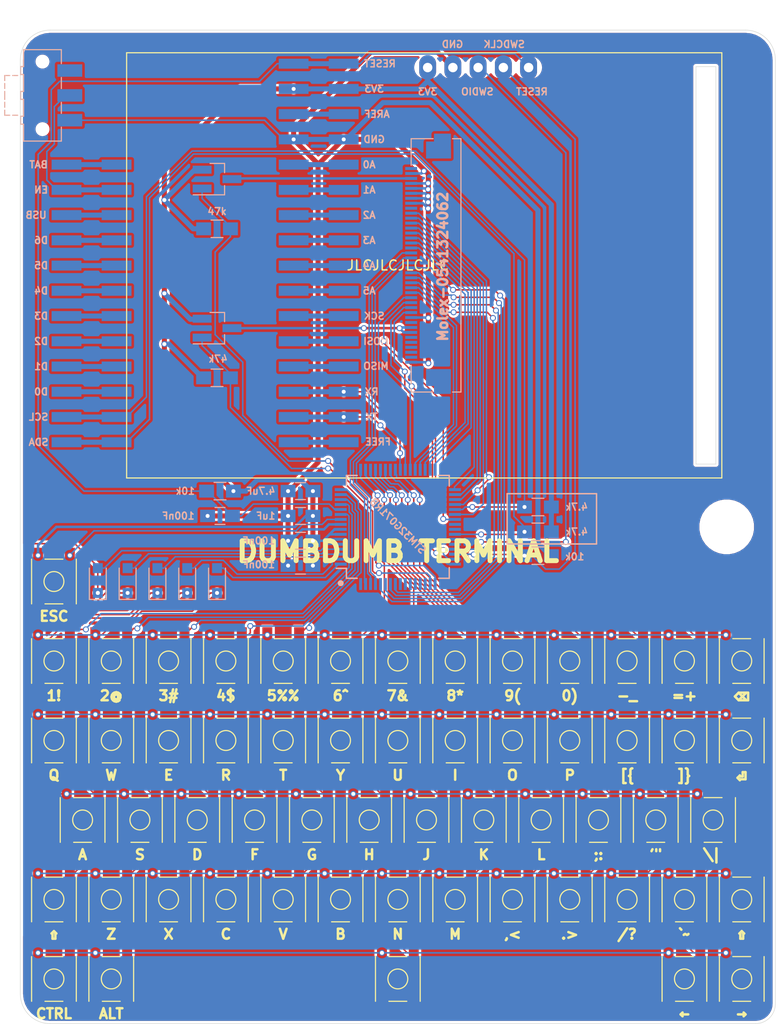
<source format=kicad_pcb>
(kicad_pcb (version 20171130) (host pcbnew "(5.1.2-1)-1")
  (layers (0 F.Cu signal) (31 B.Cu signal) (34 B.Paste user) (35 F.Paste user) (36 B.SilkS user hide) (37 F.SilkS user hide) (38 B.Mask user) (39 F.Mask user) (44 Edge.Cuts user))
  (net 0 "")
  (net 1 "Net-(D1-Pad1)")
  (net 2 "Net-(D2-Pad1)")
  (net 3 "Net-(D3-Pad1)")
  (net 4 "Net-(D4-Pad1)")
  (net 5 "Net-(D5-Pad1)")
  (net 6 "Net-(U1-Pad44)")
  (net 7 "Net-(U1-Pad43)")
  (net 8 "Net-(U1-Pad40)")
  (net 9 R0)
  (net 10 R1)
  (net 11 R2)
  (net 12 R3)
  (net 13 R4)
  (net 14 GND)
  (net 15 C0)
  (net 16 C1)
  (net 17 C2)
  (net 18 C3)
  (net 19 C4)
  (net 20 C5)
  (net 21 C6)
  (net 22 C7)
  (net 23 C8)
  (net 24 C9)
  (net 25 C10)
  (net 26 C11)
  (net 27 C12)
  (net 28 SCL)
  (net 29 SDA)
  (net 30 SWDCLK)
  (net 31 SWDIO)
  (net 32 DC)
  (net 33 ~WR)
  (net 34 ~RD)
  (net 35 DB0)
  (net 36 DB1)
  (net 37 DB2)
  (net 38 DB3)
  (net 39 DB4)
  (net 40 DB5)
  (net 41 DB6)
  (net 42 DB7)
  (net 43 ~RES)
  (net 44 ESC)
  (net 45 +BATT)
  (net 46 VBUS)
  (net 47 DB9)
  (net 48 DB8)
  (net 49 "Net-(U1-Pad56)")
  (net 50 "Net-(U1-Pad55)")
  (net 51 DB15)
  (net 52 DB14)
  (net 53 DB13)
  (net 54 DB12)
  (net 55 DB11)
  (net 56 DB10)
  (net 57 IM0)
  (net 58 "Net-(U1-Pad41)")
  (net 59 "Net-(U1-Pad51)")
  (net 60 "Net-(U1-Pad52)")
  (net 61 "Net-(U1-Pad53)")
  (net 62 "Net-(U1-Pad54)")
  (net 63 "Net-(U1-Pad64)")
  (net 64 +3V3)
  (net 65 D6)
  (net 66 D5)
  (net 67 D4)
  (net 68 EN)
  (net 69 D3)
  (net 70 D2)
  (net 71 D1)
  (net 72 D0)
  (net 73 A3)
  (net 74 A4)
  (net 75 A2)
  (net 76 A1)
  (net 77 A0)
  (net 78 AREF)
  (net 79 RESET)
  (net 80 A5)
  (net 81 SCK)
  (net 82 MOSI)
  (net 83 MISO)
  (net 84 RX)
  (net 85 TX)
  (net 86 FREE)
  (net 87 "Net-(SW1-Pad3)")
  (net 88 LCD_POWER)
  (net 89 "Net-(Q1-Pad3)")
  (net 90 "Net-(Q2-Pad3)")
  (net 91 BACKLIGHT_POWER)
  (module fiftyseven:SWD_Header (layer B.Cu) (at 153 53.77 270)
    (fp_text reference J2 hide)
    (fp_text value "STM32 SWD")
    (pad 5 thru_hole oval (at 0 -10.16 270) (size 2.5 1.7) (drill 0.95) (layers *.Cu *.Mask) (net 79 RESET))
    (pad 4 thru_hole oval (at 0 -7.62 270) (size 2.5 1.7) (drill 0.95) (layers *.Cu *.Mask) (net 30 SWDCLK))
    (pad 3 thru_hole oval (at 0 -5.08 270) (size 2.5 1.7) (drill 0.95) (layers *.Cu *.Mask) (net 31 SWDIO))
    (pad 2 thru_hole oval (at 0 -2.54 270) (size 2.5 1.7) (drill 0.95) (layers *.Cu *.Mask) (net 14 GND))
    (pad 1 thru_hole oval (at 0 0 270) (size 2.5 1.7) (drill 0.95) (layers *.Cu *.Mask) (net 64 +3V3))
  )
  (module fiftyseven:STM32G0-LQFP-64 (layer B.Cu) (at 150 100)
    (fp_text reference U1 hide)
    (fp_text value STM32G071RB (at 0 -0.1 135) (layer B.SilkS) (effects (font (size 0.7 0.7)) (justify mirror)))
    (pad 1 smd rect (at -5.75 3.75) (size 1.2 0.3) (layers B.Cu B.Paste B.Mask) (net 9 R0))
    (pad 2 smd rect (at -5.75 3.25) (size 1.2 0.3) (layers B.Cu B.Paste B.Mask) (net 10 R1))
    (pad 3 smd rect (at -5.75 2.75) (size 1.2 0.3) (layers B.Cu B.Paste B.Mask) (net 11 R2))
    (pad 4 smd rect (at -5.75 2.25) (size 1.2 0.3) (layers B.Cu B.Paste B.Mask) (net 12 R3))
    (pad 5 smd rect (at -5.75 1.75) (size 1.2 0.3) (layers B.Cu B.Paste B.Mask) (net 13 R4))
    (pad 6 smd rect (at -5.75 1.25) (size 1.2 0.3) (layers B.Cu B.Paste B.Mask) (net 64 +3V3))
    (pad 7 smd rect (at -5.75 0.75) (size 1.2 0.3) (layers B.Cu B.Paste B.Mask) (net 64 +3V3))
    (pad 8 smd rect (at -5.75 0.25) (size 1.2 0.3) (layers B.Cu B.Paste B.Mask) (net 64 +3V3))
    (pad 9 smd rect (at -5.75 -0.25) (size 1.2 0.3) (layers B.Cu B.Paste B.Mask) (net 14 GND))
    (pad 10 smd rect (at -5.75 -0.75) (size 1.2 0.3) (layers B.Cu B.Paste B.Mask) (net 44 ESC))
    (pad 11 smd rect (at -5.75 -1.25) (size 1.2 0.3) (layers B.Cu B.Paste B.Mask) (net 15 C0))
    (pad 12 smd rect (at -5.75 -1.75) (size 1.2 0.3) (layers B.Cu B.Paste B.Mask) (net 79 RESET))
    (pad 13 smd rect (at -5.75 -2.25) (size 1.2 0.3) (layers B.Cu B.Paste B.Mask) (net 16 C1))
    (pad 14 smd rect (at -5.75 -2.75) (size 1.2 0.3) (layers B.Cu B.Paste B.Mask) (net 17 C2))
    (pad 15 smd rect (at -5.75 -3.25) (size 1.2 0.3) (layers B.Cu B.Paste B.Mask) (net 18 C3))
    (pad 16 smd rect (at -5.75 -3.75) (size 1.2 0.3) (layers B.Cu B.Paste B.Mask) (net 19 C4))
    (pad 17 smd rect (at -3.75 -5.75 270) (size 1.2 0.3) (layers B.Cu B.Paste B.Mask) (net 20 C5))
    (pad 18 smd rect (at -3.25 -5.75 270) (size 1.2 0.3) (layers B.Cu B.Paste B.Mask) (net 21 C6))
    (pad 19 smd rect (at -2.75 -5.75 270) (size 1.2 0.3) (layers B.Cu B.Paste B.Mask) (net 22 C7))
    (pad 20 smd rect (at -2.25 -5.75 270) (size 1.2 0.3) (layers B.Cu B.Paste B.Mask) (net 23 C8))
    (pad 21 smd rect (at -1.75 -5.75 270) (size 1.2 0.3) (layers B.Cu B.Paste B.Mask) (net 24 C9))
    (pad 22 smd rect (at -1.25 -5.75 270) (size 1.2 0.3) (layers B.Cu B.Paste B.Mask) (net 25 C10))
    (pad 23 smd rect (at -0.75 -5.75 270) (size 1.2 0.3) (layers B.Cu B.Paste B.Mask) (net 26 C11))
    (pad 24 smd rect (at -0.25 -5.75 270) (size 1.2 0.3) (layers B.Cu B.Paste B.Mask) (net 27 C12))
    (pad 25 smd rect (at 0.25 -5.75 270) (size 1.2 0.3) (layers B.Cu B.Paste B.Mask) (net 84 RX))
    (pad 26 smd rect (at 0.75 -5.75 270) (size 1.2 0.3) (layers B.Cu B.Paste B.Mask) (net 85 TX))
    (pad 27 smd rect (at 1.25 -5.75 270) (size 1.2 0.3) (layers B.Cu B.Paste B.Mask) (net 35 DB0))
    (pad 28 smd rect (at 1.75 -5.75 270) (size 1.2 0.3) (layers B.Cu B.Paste B.Mask) (net 36 DB1))
    (pad 29 smd rect (at 2.25 -5.75 270) (size 1.2 0.3) (layers B.Cu B.Paste B.Mask) (net 37 DB2))
    (pad 30 smd rect (at 2.75 -5.75 270) (size 1.2 0.3) (layers B.Cu B.Paste B.Mask) (net 56 DB10))
    (pad 31 smd rect (at 3.25 -5.75 270) (size 1.2 0.3) (layers B.Cu B.Paste B.Mask) (net 55 DB11))
    (pad 32 smd rect (at 3.75 -5.75 270) (size 1.2 0.3) (layers B.Cu B.Paste B.Mask) (net 54 DB12))
    (pad 33 smd rect (at 5.75 -3.75) (size 1.2 0.3) (layers B.Cu B.Paste B.Mask) (net 53 DB13))
    (pad 34 smd rect (at 5.75 -3.25) (size 1.2 0.3) (layers B.Cu B.Paste B.Mask) (net 52 DB14))
    (pad 35 smd rect (at 5.75 -2.75) (size 1.2 0.3) (layers B.Cu B.Paste B.Mask) (net 51 DB15))
    (pad 36 smd rect (at 5.75 -2.25) (size 1.2 0.3) (layers B.Cu B.Paste B.Mask) (net 57 IM0))
    (pad 37 smd rect (at 5.75 -1.75) (size 1.2 0.3) (layers B.Cu B.Paste B.Mask) (net 28 SCL))
    (pad 38 smd rect (at 5.75 -1.25) (size 1.2 0.3) (layers B.Cu B.Paste B.Mask) (net 43 ~RES))
    (pad 39 smd rect (at 5.75 -0.75) (size 1.2 0.3) (layers B.Cu B.Paste B.Mask) (net 34 ~RD))
    (pad 40 smd rect (at 5.75 -0.25) (size 1.2 0.3) (layers B.Cu B.Paste B.Mask) (net 8 "Net-(U1-Pad40)"))
    (pad 41 smd rect (at 5.75 0.25) (size 1.2 0.3) (layers B.Cu B.Paste B.Mask) (net 58 "Net-(U1-Pad41)"))
    (pad 42 smd rect (at 5.75 0.75) (size 1.2 0.3) (layers B.Cu B.Paste B.Mask) (net 29 SDA))
    (pad 43 smd rect (at 5.75 1.25) (size 1.2 0.3) (layers B.Cu B.Paste B.Mask) (net 7 "Net-(U1-Pad43)"))
    (pad 44 smd rect (at 5.75 1.75) (size 1.2 0.3) (layers B.Cu B.Paste B.Mask) (net 6 "Net-(U1-Pad44)"))
    (pad 45 smd rect (at 5.75 2.25) (size 1.2 0.3) (layers B.Cu B.Paste B.Mask) (net 31 SWDIO))
    (pad 46 smd rect (at 5.75 2.75) (size 1.2 0.3) (layers B.Cu B.Paste B.Mask) (net 30 SWDCLK))
    (pad 47 smd rect (at 5.75 3.25) (size 1.2 0.3) (layers B.Cu B.Paste B.Mask) (net 33 ~WR))
    (pad 48 smd rect (at 5.75 3.75) (size 1.2 0.3) (layers B.Cu B.Paste B.Mask) (net 32 DC))
    (pad 49 smd rect (at 3.75 5.75 270) (size 1.2 0.3) (layers B.Cu B.Paste B.Mask) (net 91 BACKLIGHT_POWER))
    (pad 50 smd rect (at 3.25 5.75 270) (size 1.2 0.3) (layers B.Cu B.Paste B.Mask) (net 88 LCD_POWER))
    (pad 51 smd rect (at 2.75 5.75 270) (size 1.2 0.3) (layers B.Cu B.Paste B.Mask) (net 59 "Net-(U1-Pad51)"))
    (pad 52 smd rect (at 2.25 5.75 270) (size 1.2 0.3) (layers B.Cu B.Paste B.Mask) (net 60 "Net-(U1-Pad52)"))
    (pad 53 smd rect (at 1.75 5.75 270) (size 1.2 0.3) (layers B.Cu B.Paste B.Mask) (net 61 "Net-(U1-Pad53)"))
    (pad 54 smd rect (at 1.25 5.75 270) (size 1.2 0.3) (layers B.Cu B.Paste B.Mask) (net 62 "Net-(U1-Pad54)"))
    (pad 55 smd rect (at 0.75 5.75 270) (size 1.2 0.3) (layers B.Cu B.Paste B.Mask) (net 50 "Net-(U1-Pad55)"))
    (pad 56 smd rect (at 0.25 5.75 270) (size 1.2 0.3) (layers B.Cu B.Paste B.Mask) (net 49 "Net-(U1-Pad56)"))
    (pad 57 smd rect (at -0.25 5.75 270) (size 1.2 0.3) (layers B.Cu B.Paste B.Mask) (net 38 DB3))
    (pad 58 smd rect (at -0.75 5.75 270) (size 1.2 0.3) (layers B.Cu B.Paste B.Mask) (net 39 DB4))
    (pad 59 smd rect (at -1.25 5.75 270) (size 1.2 0.3) (layers B.Cu B.Paste B.Mask) (net 40 DB5))
    (pad 60 smd rect (at -1.75 5.75 270) (size 1.2 0.3) (layers B.Cu B.Paste B.Mask) (net 41 DB6))
    (pad 61 smd rect (at -2.25 5.75 270) (size 1.2 0.3) (layers B.Cu B.Paste B.Mask) (net 42 DB7))
    (pad 62 smd rect (at -2.75 5.75 270) (size 1.2 0.3) (layers B.Cu B.Paste B.Mask) (net 48 DB8))
    (pad 63 smd rect (at -3.25 5.75 270) (size 1.2 0.3) (layers B.Cu B.Paste B.Mask) (net 47 DB9))
    (pad 64 smd rect (at -3.75 5.75 270) (size 1.2 0.3) (layers B.Cu B.Paste B.Mask) (net 63 "Net-(U1-Pad64)"))
  )
  (module fiftyseven:LCD-320x240 (layer F.Cu) (at 150 73.68)
    (fp_text reference U6 hide)
    (fp_text value 240x320_16bit hide)
    (fp_text user Molex-0541324062 (at 4.52 0.12 90) (layer B.SilkS) (effects (font (thickness 0.25))))
    (pad 6 smd rect (at 1.34 7.25 90) (size 0.3 1.2) (layers B.Cu B.Paste B.Mask))
    (pad 7 smd rect (at 1.34 6.75 90) (size 0.3 1.2) (layers B.Cu B.Paste B.Mask) (net 89 "Net-(Q1-Pad3)"))
    (pad 8 smd rect (at 1.34 6.25 90) (size 0.3 1.2) (layers B.Cu B.Paste B.Mask) (net 89 "Net-(Q1-Pad3)"))
    (pad 9 smd rect (at 1.34 5.75 90) (size 0.3 1.2) (layers B.Cu B.Paste B.Mask))
    (pad 10 smd rect (at 1.34 5.25 90) (size 0.3 1.2) (layers B.Cu B.Paste B.Mask) (net 14 GND))
    (pad 11 smd rect (at 1.34 4.75 90) (size 0.3 1.2) (layers B.Cu B.Paste B.Mask) (net 32 DC))
    (pad 14 smd rect (at 1.34 3.25 90) (size 0.3 1.2) (layers B.Cu B.Paste B.Mask) (net 35 DB0))
    (pad 15 smd rect (at 1.34 2.75 90) (size 0.3 1.2) (layers B.Cu B.Paste B.Mask) (net 36 DB1))
    (pad 16 smd rect (at 1.34 2.25 90) (size 0.3 1.2) (layers B.Cu B.Paste B.Mask) (net 37 DB2))
    (pad 17 smd rect (at 1.34 1.75 90) (size 0.3 1.2) (layers B.Cu B.Paste B.Mask) (net 38 DB3))
    (pad 18 smd rect (at 1.34 1.25 90) (size 0.3 1.2) (layers B.Cu B.Paste B.Mask) (net 39 DB4))
    (pad 19 smd rect (at 1.34 0.75 90) (size 0.3 1.2) (layers B.Cu B.Paste B.Mask) (net 40 DB5))
    (pad 37 smd rect (at 1.34 -8.25 90) (size 0.3 1.2) (layers B.Cu B.Paste B.Mask) (net 14 GND))
    (pad 38 smd rect (at 1.34 -8.75 90) (size 0.3 1.2) (layers B.Cu B.Paste B.Mask) (net 90 "Net-(Q2-Pad3)"))
    (pad 39 smd rect (at 1.34 -9.25 90) (size 0.3 1.2) (layers B.Cu B.Paste B.Mask) (net 14 GND))
    (pad 40 smd rect (at 1.34 -9.75 90) (size 0.3 1.2) (layers B.Cu B.Paste B.Mask))
    (pad "" smd custom (at 4.58 11.23 90) (size 1.524 1.524) (layers B.Cu B.Paste B.Mask) (options (clearance outline) (anchor rect)) (primitives (gr_poly (pts (xy 0.74 -1.69) (xy 0.74 0.71) (xy -1.66 0.71) (xy -1.66 -0.89) (xy -0.86 -0.89) (xy -0.86 -1.69)) (width 0.1))))
    (pad "" smd custom (at 4.85 -11.27 90) (size 1 1) (layers B.Cu B.Paste B.Mask) (options (clearance outline) (anchor rect)) (primitives (gr_poly (pts (xy -0.46 -1.96) (xy -0.46 0.44) (xy 1.94 0.44) (xy 1.94 -1.16) (xy 1.14 -1.16) (xy 1.14 -1.96)) (width 0.1))))
    (pad 4 smd rect (at 1.34 8.25 90) (size 0.3 1.2) (layers B.Cu B.Paste B.Mask))
    (pad 5 smd rect (at 1.34 7.75 90) (size 0.3 1.2) (layers B.Cu B.Paste B.Mask))
    (pad 12 smd rect (at 1.34 4.25 90) (size 0.3 1.2) (layers B.Cu B.Paste B.Mask) (net 33 ~WR))
    (pad 13 smd rect (at 1.34 3.75 90) (size 0.3 1.2) (layers B.Cu B.Paste B.Mask) (net 34 ~RD))
    (pad 20 smd rect (at 1.34 0.25 90) (size 0.3 1.2) (layers B.Cu B.Paste B.Mask) (net 41 DB6))
    (pad 21 smd rect (at 1.34 -0.25 90) (size 0.3 1.2) (layers B.Cu B.Paste B.Mask) (net 42 DB7))
    (pad 22 smd rect (at 1.34 -0.75 90) (size 0.3 1.2) (layers B.Cu B.Paste B.Mask) (net 48 DB8))
    (pad 23 smd rect (at 1.34 -1.25 90) (size 0.3 1.2) (layers B.Cu B.Paste B.Mask) (net 47 DB9))
    (pad 24 smd rect (at 1.34 -1.75 90) (size 0.3 1.2) (layers B.Cu B.Paste B.Mask) (net 56 DB10))
    (pad 25 smd rect (at 1.34 -2.25 90) (size 0.3 1.2) (layers B.Cu B.Paste B.Mask) (net 55 DB11))
    (pad 26 smd rect (at 1.34 -2.75 90) (size 0.3 1.2) (layers B.Cu B.Paste B.Mask) (net 54 DB12))
    (pad 27 smd rect (at 1.34 -3.25 90) (size 0.3 1.2) (layers B.Cu B.Paste B.Mask) (net 53 DB13))
    (pad 1 smd rect (at 1.34 9.75 90) (size 0.3 1.2) (layers B.Cu B.Paste B.Mask) (net 14 GND))
    (pad 2 smd rect (at 1.34 9.25 90) (size 0.3 1.2) (layers B.Cu B.Paste B.Mask))
    (pad 3 smd rect (at 1.34 8.75 90) (size 0.3 1.2) (layers B.Cu B.Paste B.Mask))
    (pad 28 smd rect (at 1.34 -3.75 90) (size 0.3 1.2) (layers B.Cu B.Paste B.Mask) (net 52 DB14))
    (pad 29 smd rect (at 1.34 -4.25 90) (size 0.3 1.2) (layers B.Cu B.Paste B.Mask) (net 51 DB15))
    (pad 30 smd rect (at 1.34 -4.75 90) (size 0.3 1.2) (layers B.Cu B.Paste B.Mask) (net 43 ~RES))
    (pad 31 smd rect (at 1.34 -5.25 90) (size 0.3 1.2) (layers B.Cu B.Paste B.Mask) (net 57 IM0))
    (pad 32 smd rect (at 1.34 -5.75 90) (size 0.3 1.2) (layers B.Cu B.Paste B.Mask))
    (pad 33 smd rect (at 1.34 -6.25 90) (size 0.3 1.2) (layers B.Cu B.Paste B.Mask) (net 14 GND))
    (pad 34 smd rect (at 1.34 -6.75 90) (size 0.3 1.2) (layers B.Cu B.Paste B.Mask) (net 14 GND))
    (pad 35 smd rect (at 1.34 -7.25 90) (size 0.3 1.2) (layers B.Cu B.Paste B.Mask) (net 14 GND))
    (pad 36 smd rect (at 1.34 -7.75 90) (size 0.3 1.2) (layers B.Cu B.Paste B.Mask) (net 14 GND))
  )
  (module fiftyseven:FeatherHolderSMD (layer B.Cu) (at 130.6 72.43 270)
    (fp_text reference J1 hide)
    (fp_text value Feather)
    (fp_text user SDA (at 19.05 16.764) (layer B.SilkS) (effects (font (size 0.7 0.7)) (justify mirror)))
    (fp_text user SCL (at 16.51 16.764) (layer B.SilkS) (effects (font (size 0.7 0.7)) (justify mirror)))
    (fp_text user D0 (at 13.97 16.51) (layer B.SilkS) (effects (font (size 0.7 0.7)) (justify mirror)))
    (fp_text user D1 (at 11.43 16.51) (layer B.SilkS) (effects (font (size 0.7 0.7)) (justify mirror)))
    (fp_text user D2 (at 8.89 16.51) (layer B.SilkS) (effects (font (size 0.7 0.7)) (justify mirror)))
    (fp_text user D3 (at 6.35 16.51) (layer B.SilkS) (effects (font (size 0.7 0.7)) (justify mirror)))
    (fp_text user D4 (at 3.81 16.51) (layer B.SilkS) (effects (font (size 0.7 0.7)) (justify mirror)))
    (fp_text user D5 (at 1.27 16.51) (layer B.SilkS) (effects (font (size 0.7 0.7)) (justify mirror)))
    (fp_text user D6 (at -1.27 16.51) (layer B.SilkS) (effects (font (size 0.7 0.7)) (justify mirror)))
    (fp_text user USB (at -3.81 17.018) (layer B.SilkS) (effects (font (size 0.7 0.7)) (justify mirror)))
    (fp_text user EN (at -6.35 16.51) (layer B.SilkS) (effects (font (size 0.7 0.7)) (justify mirror)))
    (fp_text user BAT (at -8.89 16.764) (layer B.SilkS) (effects (font (size 0.7 0.7)) (justify mirror)))
    (fp_text user FREE (at 19.01 -17.4) (layer B.SilkS) (effects (font (size 0.7 0.7)) (justify mirror)))
    (fp_text user TX (at 16.51 -16.764) (layer B.SilkS) (effects (font (size 0.7 0.7)) (justify mirror)))
    (fp_text user RX (at 13.97 -16.764) (layer B.SilkS) (effects (font (size 0.7 0.7)) (justify mirror)))
    (fp_text user MISO (at 11.39 -17.2) (layer B.SilkS) (effects (font (size 0.7 0.7)) (justify mirror)))
    (fp_text user MOSI (at 8.89 -17.2) (layer B.SilkS) (effects (font (size 0.7 0.7)) (justify mirror)))
    (fp_text user SCK (at 6.35 -17.018) (layer B.SilkS) (effects (font (size 0.7 0.7)) (justify mirror)))
    (fp_text user A5 (at 3.81 -16.51) (layer B.SilkS) (effects (font (size 0.7 0.7)) (justify mirror)))
    (fp_text user A4 (at 1.27 -16.51) (layer B.SilkS) (effects (font (size 0.7 0.7)) (justify mirror)))
    (fp_text user A3 (at -1.27 -16.51) (layer B.SilkS) (effects (font (size 0.7 0.7)) (justify mirror)))
    (fp_text user A2 (at -3.81 -16.51) (layer B.SilkS) (effects (font (size 0.7 0.7)) (justify mirror)))
    (fp_text user A1 (at -6.35 -16.51) (layer B.SilkS) (effects (font (size 0.7 0.7)) (justify mirror)))
    (fp_text user A0 (at -8.89 -16.51) (layer B.SilkS) (effects (font (size 0.7 0.7)) (justify mirror)))
    (fp_text user GND (at -11.43 -17.018) (layer B.SilkS) (effects (font (size 0.7 0.7)) (justify mirror)))
    (fp_text user AREF (at -13.97 -17.3) (layer B.SilkS) (effects (font (size 0.7 0.7)) (justify mirror)))
    (fp_text user 3V3 (at -16.51 -17.018) (layer B.SilkS) (effects (font (size 0.7 0.7)) (justify mirror)))
    (fp_text user RESET (at -19.05 -17.6) (layer B.SilkS) (effects (font (size 0.7 0.7)) (justify mirror)))
    (pad 12 smd rect (at -8.89 13.95) (size 3 1) (layers B.Cu B.Paste B.Mask) (net 45 +BATT))
    (pad 12 smd rect (at -8.89 8.91) (size 3 1) (layers B.Cu B.Paste B.Mask) (net 45 +BATT))
    (pad 11 smd rect (at -6.35 13.95) (size 3 1) (layers B.Cu B.Paste B.Mask) (net 68 EN))
    (pad 11 smd rect (at -6.35 8.91) (size 3 1) (layers B.Cu B.Paste B.Mask) (net 68 EN))
    (pad 10 smd rect (at -3.81 13.95) (size 3 1) (layers B.Cu B.Paste B.Mask) (net 46 VBUS))
    (pad 10 smd rect (at -3.81 8.91) (size 3 1) (layers B.Cu B.Paste B.Mask) (net 46 VBUS))
    (pad 9 smd rect (at -1.27 13.95) (size 3 1) (layers B.Cu B.Paste B.Mask) (net 65 D6))
    (pad 9 smd rect (at -1.27 8.91) (size 3 1) (layers B.Cu B.Paste B.Mask) (net 65 D6))
    (pad 8 smd rect (at 1.27 13.95) (size 3 1) (layers B.Cu B.Paste B.Mask) (net 66 D5))
    (pad 8 smd rect (at 1.27 8.91) (size 3 1) (layers B.Cu B.Paste B.Mask) (net 66 D5))
    (pad 7 smd rect (at 3.81 13.95) (size 3 1) (layers B.Cu B.Paste B.Mask) (net 67 D4))
    (pad 7 smd rect (at 3.81 8.91) (size 3 1) (layers B.Cu B.Paste B.Mask) (net 67 D4))
    (pad 6 smd rect (at 6.35 13.95) (size 3 1) (layers B.Cu B.Paste B.Mask) (net 69 D3))
    (pad 6 smd rect (at 6.35 8.91) (size 3 1) (layers B.Cu B.Paste B.Mask) (net 69 D3))
    (pad 5 smd rect (at 8.89 13.95) (size 3 1) (layers B.Cu B.Paste B.Mask) (net 70 D2))
    (pad 5 smd rect (at 8.89 8.91) (size 3 1) (layers B.Cu B.Paste B.Mask) (net 70 D2))
    (pad 4 smd rect (at 11.43 13.95) (size 3 1) (layers B.Cu B.Paste B.Mask) (net 71 D1))
    (pad 4 smd rect (at 11.43 8.91) (size 3 1) (layers B.Cu B.Paste B.Mask) (net 71 D1))
    (pad 3 smd rect (at 13.97 13.95) (size 3 1) (layers B.Cu B.Paste B.Mask) (net 72 D0))
    (pad 3 smd rect (at 13.97 8.91) (size 3 1) (layers B.Cu B.Paste B.Mask) (net 72 D0))
    (pad 2 smd rect (at 16.51 13.95) (size 3 1) (layers B.Cu B.Paste B.Mask) (net 28 SCL))
    (pad 2 smd rect (at 16.51 8.91) (size 3 1) (layers B.Cu B.Paste B.Mask) (net 28 SCL))
    (pad 1 smd rect (at 19.05 13.95) (size 3 1) (layers B.Cu B.Paste B.Mask) (net 29 SDA))
    (pad 1 smd rect (at 19.05 8.91) (size 3 1) (layers B.Cu B.Paste B.Mask) (net 29 SDA))
    (pad 13 smd rect (at -19.05 -8.91) (size 3 1) (layers B.Cu B.Paste B.Mask) (net 79 RESET))
    (pad 13 smd rect (at -19.05 -13.95) (size 3 1) (layers B.Cu B.Paste B.Mask) (net 79 RESET))
    (pad 14 smd rect (at -16.51 -8.91) (size 3 1) (layers B.Cu B.Paste B.Mask) (net 64 +3V3))
    (pad 14 smd rect (at -16.51 -13.95) (size 3 1) (layers B.Cu B.Paste B.Mask) (net 64 +3V3))
    (pad 15 smd rect (at -13.97 -8.91) (size 3 1) (layers B.Cu B.Paste B.Mask) (net 78 AREF))
    (pad 15 smd rect (at -13.97 -13.95) (size 3 1) (layers B.Cu B.Paste B.Mask) (net 78 AREF))
    (pad 16 smd rect (at -11.43 -8.91) (size 3 1) (layers B.Cu B.Paste B.Mask) (net 14 GND))
    (pad 16 smd rect (at -11.43 -13.95) (size 3 1) (layers B.Cu B.Paste B.Mask) (net 14 GND))
    (pad 17 smd rect (at -8.89 -8.91) (size 3 1) (layers B.Cu B.Paste B.Mask) (net 77 A0))
    (pad 17 smd rect (at -8.89 -13.95) (size 3 1) (layers B.Cu B.Paste B.Mask) (net 77 A0))
    (pad 18 smd rect (at -6.35 -8.91) (size 3 1) (layers B.Cu B.Paste B.Mask) (net 76 A1))
    (pad 18 smd rect (at -6.35 -13.95) (size 3 1) (layers B.Cu B.Paste B.Mask) (net 76 A1))
    (pad 19 smd rect (at -3.81 -8.91) (size 3 1) (layers B.Cu B.Paste B.Mask) (net 75 A2))
    (pad 19 smd rect (at -3.81 -13.95) (size 3 1) (layers B.Cu B.Paste B.Mask) (net 75 A2))
    (pad 20 smd rect (at -1.27 -8.91) (size 3 1) (layers B.Cu B.Paste B.Mask) (net 73 A3))
    (pad 20 smd rect (at -1.27 -13.95) (size 3 1) (layers B.Cu B.Paste B.Mask) (net 73 A3))
    (pad 21 smd rect (at 1.27 -8.91) (size 3 1) (layers B.Cu B.Paste B.Mask) (net 74 A4))
    (pad 21 smd rect (at 1.27 -13.95) (size 3 1) (layers B.Cu B.Paste B.Mask) (net 74 A4))
    (pad 22 smd rect (at 3.81 -8.91) (size 3 1) (layers B.Cu B.Paste B.Mask) (net 80 A5))
    (pad 22 smd rect (at 3.81 -13.95) (size 3 1) (layers B.Cu B.Paste B.Mask) (net 80 A5))
    (pad 23 smd rect (at 6.35 -8.91) (size 3 1) (layers B.Cu B.Paste B.Mask) (net 81 SCK))
    (pad 23 smd rect (at 6.35 -13.95) (size 3 1) (layers B.Cu B.Paste B.Mask) (net 81 SCK))
    (pad 24 smd rect (at 8.89 -8.91) (size 3 1) (layers B.Cu B.Paste B.Mask) (net 82 MOSI))
    (pad 24 smd rect (at 8.89 -13.95) (size 3 1) (layers B.Cu B.Paste B.Mask) (net 82 MOSI))
    (pad 25 smd rect (at 11.43 -8.91) (size 3 1) (layers B.Cu B.Paste B.Mask) (net 83 MISO))
    (pad 25 smd rect (at 11.43 -13.95) (size 3 1) (layers B.Cu B.Paste B.Mask) (net 83 MISO))
    (pad 26 smd rect (at 13.97 -8.91) (size 3 1) (layers B.Cu B.Paste B.Mask) (net 84 RX))
    (pad 26 smd rect (at 13.97 -13.95) (size 3 1) (layers B.Cu B.Paste B.Mask) (net 84 RX))
    (pad 27 smd rect (at 16.51 -8.91) (size 3 1) (layers B.Cu B.Paste B.Mask) (net 85 TX))
    (pad 27 smd rect (at 16.51 -13.95) (size 3 1) (layers B.Cu B.Paste B.Mask) (net 85 TX))
    (pad 28 smd rect (at 19.05 -8.91) (size 3 1) (layers B.Cu B.Paste B.Mask) (net 86 FREE))
    (pad 28 smd rect (at 19.05 -13.95) (size 3 1) (layers B.Cu B.Paste B.Mask) (net 86 FREE))
  )
  (module Capacitors_SMD:C_0805_HandSoldering (layer B.Cu) (at 140.2 101.4 180)
    (fp_text reference C10 hide)
    (fp_text value 100nF (at 4.2 0) (layer B.SilkS) (effects (font (size 0.7 0.7)) (justify mirror)))
    (pad 1 smd rect (at -1.25 0 180) (size 1.5 1.25) (layers B.Cu B.Paste B.Mask) (net 64 +3V3))
    (pad 2 smd rect (at 1.25 0 180) (size 1.5 1.25) (layers B.Cu B.Paste B.Mask) (net 14 GND))
  )
  (module Capacitors_SMD:C_0805_HandSoldering (layer B.Cu) (at 140.2 96.4 180)
    (fp_text reference C11 hide)
    (fp_text value 4.7uF (at 4 0) (layer B.SilkS) (effects (font (size 0.7 0.7)) (justify mirror)))
    (pad 2 smd rect (at 1.25 0 180) (size 1.5 1.25) (layers B.Cu B.Paste B.Mask) (net 14 GND))
    (pad 1 smd rect (at -1.25 0 180) (size 1.5 1.25) (layers B.Cu B.Paste B.Mask) (net 64 +3V3))
  )
  (module Capacitors_SMD:C_0805_HandSoldering (layer B.Cu) (at 140.2 103.9 180)
    (fp_text reference C12 hide)
    (fp_text value 100nF (at 4.2 0.1) (layer B.SilkS) (effects (font (size 0.7 0.7)) (justify mirror)))
    (pad 1 smd rect (at -1.25 0 180) (size 1.5 1.25) (layers B.Cu B.Paste B.Mask) (net 64 +3V3))
    (pad 2 smd rect (at 1.25 0 180) (size 1.5 1.25) (layers B.Cu B.Paste B.Mask) (net 14 GND))
  )
  (module Capacitors_SMD:C_0805_HandSoldering (layer B.Cu) (at 140.2 98.9 180)
    (fp_text reference C13 hide)
    (fp_text value 1uF (at 3.5 0) (layer B.SilkS) (effects (font (size 0.7 0.7)) (justify mirror)))
    (pad 2 smd rect (at 1.25 0 180) (size 1.5 1.25) (layers B.Cu B.Paste B.Mask) (net 14 GND))
    (pad 1 smd rect (at -1.25 0 180) (size 1.5 1.25) (layers B.Cu B.Paste B.Mask) (net 64 +3V3))
  )
  (module Capacitors_SMD:C_0805_HandSoldering (layer B.Cu) (at 132.1 98.9 180)
    (fp_text reference C17 hide)
    (fp_text value 100nF (at 4.2 0) (layer B.SilkS) (effects (font (size 0.7 0.7)) (justify mirror)))
    (pad 2 smd rect (at 1.25 0 180) (size 1.5 1.25) (layers B.Cu B.Paste B.Mask) (net 14 GND))
    (pad 1 smd rect (at -1.25 0 180) (size 1.5 1.25) (layers B.Cu B.Paste B.Mask) (net 79 RESET))
  )
  (module Diodes_SMD:D_SOD-323_HandSoldering (layer B.Cu) (at 131.8 105.4 90)
    (fp_text reference D1 hide)
    (fp_text value D hide)
    (pad 2 smd rect (at 1.25 0 90) (size 1 1) (layers B.Cu B.Paste B.Mask) (net 9 R0))
    (pad 1 smd rect (at -1.25 0 90) (size 1 1) (layers B.Cu B.Paste B.Mask) (net 1 "Net-(D1-Pad1)"))
  )
  (module Diodes_SMD:D_SOD-323_HandSoldering (layer B.Cu) (at 128.8 105.4 90)
    (fp_text reference D2 hide)
    (fp_text value D hide)
    (pad 2 smd rect (at 1.25 0 90) (size 1 1) (layers B.Cu B.Paste B.Mask) (net 10 R1))
    (pad 1 smd rect (at -1.25 0 90) (size 1 1) (layers B.Cu B.Paste B.Mask) (net 2 "Net-(D2-Pad1)"))
  )
  (module Diodes_SMD:D_SOD-323_HandSoldering (layer B.Cu) (at 125.8 105.4 90)
    (fp_text reference D3 hide)
    (fp_text value D hide)
    (pad 1 smd rect (at -1.25 0 90) (size 1 1) (layers B.Cu B.Paste B.Mask) (net 3 "Net-(D3-Pad1)"))
    (pad 2 smd rect (at 1.25 0 90) (size 1 1) (layers B.Cu B.Paste B.Mask) (net 11 R2))
  )
  (module Diodes_SMD:D_SOD-323_HandSoldering (layer B.Cu) (at 122.8 105.4 90)
    (fp_text reference D4 hide)
    (fp_text value D hide)
    (pad 2 smd rect (at 1.25 0 90) (size 1 1) (layers B.Cu B.Paste B.Mask) (net 12 R3))
    (pad 1 smd rect (at -1.25 0 90) (size 1 1) (layers B.Cu B.Paste B.Mask) (net 4 "Net-(D4-Pad1)"))
  )
  (module Diodes_SMD:D_SOD-323_HandSoldering (layer B.Cu) (at 119.8 105.4 90)
    (fp_text reference D5 hide)
    (fp_text value D hide)
    (pad 1 smd rect (at -1.25 0 90) (size 1 1) (layers B.Cu B.Paste B.Mask) (net 5 "Net-(D5-Pad1)"))
    (pad 2 smd rect (at 1.25 0 90) (size 1 1) (layers B.Cu B.Paste B.Mask) (net 13 R4))
  )
  (module Resistors_SMD:R_0805_HandSoldering (layer B.Cu) (at 132.1 96.4 180)
    (fp_text reference R1 hide)
    (fp_text value 10k (at 3.5 0) (layer B.SilkS) (effects (font (size 0.7 0.7)) (justify mirror)))
    (pad 1 smd rect (at -1.35 0 180) (size 1.5 1.3) (layers B.Cu B.Paste B.Mask) (net 64 +3V3))
    (pad 2 smd rect (at 1.35 0 180) (size 1.5 1.3) (layers B.Cu B.Paste B.Mask) (net 79 RESET))
  )
  (module Resistors_SMD:R_0805_HandSoldering (layer B.Cu) (at 164.1 98 180)
    (fp_text reference R10 hide)
    (fp_text value 4.7k (at -3.9 0) (layer B.SilkS) (effects (font (size 0.7 0.7)) (justify mirror)))
    (pad 2 smd rect (at 1.35 0 180) (size 1.5 1.3) (layers B.Cu B.Paste B.Mask) (net 28 SCL))
    (pad 1 smd rect (at -1.35 0 180) (size 1.5 1.3) (layers B.Cu B.Paste B.Mask) (net 64 +3V3))
  )
  (module Resistors_SMD:R_0805_HandSoldering (layer B.Cu) (at 164.1 100.5 180)
    (fp_text reference R11 hide)
    (fp_text value 4.7k (at -3.9 0) (layer B.SilkS) (effects (font (size 0.7 0.7)) (justify mirror)))
    (pad 2 smd rect (at 1.35 0 180) (size 1.5 1.3) (layers B.Cu B.Paste B.Mask) (net 29 SDA))
    (pad 1 smd rect (at -1.35 0 180) (size 1.5 1.3) (layers B.Cu B.Paste B.Mask) (net 64 +3V3))
  )
  (module Resistors_SMD:R_0805_HandSoldering (layer B.Cu) (at 164.1 102.9 180)
    (fp_text reference R12 hide)
    (fp_text value 10k (at -3.7 -0.1) (layer B.SilkS) (effects (font (size 0.7 0.7)) (justify mirror)))
    (pad 1 smd rect (at -1.35 0 180) (size 1.5 1.3) (layers B.Cu B.Paste B.Mask) (net 14 GND))
    (pad 2 smd rect (at 1.35 0 180) (size 1.5 1.3) (layers B.Cu B.Paste B.Mask) (net 30 SWDCLK))
  )
  (module fiftyseven:4.5mm-switch (layer F.Cu) (at 115.384615 105.5)
    (fp_text reference SW:ESC1 hide)
    (fp_text value SW_Push hide)
    (fp_text user ESC (at 0 3.5) (layer F.SilkS) (effects (font (thickness 0.25))))
    (pad 2 smd rect (at 1.6 -2.625 90) (size 1.55 1) (layers F.Cu F.Paste F.Mask) (net 44 ESC))
    (pad 1 smd rect (at -1.6 -2.625 90) (size 1.55 1) (layers F.Cu F.Paste F.Mask) (net 64 +3V3))
    (pad 2 smd rect (at 1.6 2.625 90) (size 1.55 1) (layers F.Cu F.Paste F.Mask) (net 44 ESC))
    (pad 1 smd rect (at -1.6 2.625 90) (size 1.55 1) (layers F.Cu F.Paste F.Mask) (net 64 +3V3))
  )
  (module fiftyseven:4.5mm-switch (layer F.Cu) (at 115.384615 113.5)
    (fp_text reference SW0:0 hide)
    (fp_text value SW_Push hide)
    (fp_text user 1! (at 0 3.5) (layer F.SilkS) (effects (font (thickness 0.25))))
    (pad 1 smd rect (at -1.6 2.625 90) (size 1.55 1) (layers F.Cu F.Paste F.Mask) (net 1 "Net-(D1-Pad1)"))
    (pad 2 smd rect (at 1.6 2.625 90) (size 1.55 1) (layers F.Cu F.Paste F.Mask) (net 15 C0))
    (pad 1 smd rect (at -1.6 -2.625 90) (size 1.55 1) (layers F.Cu F.Paste F.Mask) (net 1 "Net-(D1-Pad1)"))
    (pad 2 smd rect (at 1.6 -2.625 90) (size 1.55 1) (layers F.Cu F.Paste F.Mask) (net 15 C0))
  )
  (module fiftyseven:4.5mm-switch (layer F.Cu) (at 121.153846 113.5)
    (fp_text reference SW0:1 hide)
    (fp_text value SW_Push hide)
    (fp_text user 2@ (at 0 3.5) (layer F.SilkS) (effects (font (thickness 0.25))))
    (pad 2 smd rect (at 1.6 -2.625 90) (size 1.55 1) (layers F.Cu F.Paste F.Mask) (net 16 C1))
    (pad 1 smd rect (at -1.6 -2.625 90) (size 1.55 1) (layers F.Cu F.Paste F.Mask) (net 1 "Net-(D1-Pad1)"))
    (pad 2 smd rect (at 1.6 2.625 90) (size 1.55 1) (layers F.Cu F.Paste F.Mask) (net 16 C1))
    (pad 1 smd rect (at -1.6 2.625 90) (size 1.55 1) (layers F.Cu F.Paste F.Mask) (net 1 "Net-(D1-Pad1)"))
  )
  (module fiftyseven:4.5mm-switch (layer F.Cu) (at 126.923077 113.5)
    (fp_text reference SW0:2 hide)
    (fp_text value SW_Push hide)
    (fp_text user 3# (at 0 3.5) (layer F.SilkS) (effects (font (thickness 0.25))))
    (pad 2 smd rect (at 1.6 -2.625 90) (size 1.55 1) (layers F.Cu F.Paste F.Mask) (net 17 C2))
    (pad 1 smd rect (at -1.6 -2.625 90) (size 1.55 1) (layers F.Cu F.Paste F.Mask) (net 1 "Net-(D1-Pad1)"))
    (pad 2 smd rect (at 1.6 2.625 90) (size 1.55 1) (layers F.Cu F.Paste F.Mask) (net 17 C2))
    (pad 1 smd rect (at -1.6 2.625 90) (size 1.55 1) (layers F.Cu F.Paste F.Mask) (net 1 "Net-(D1-Pad1)"))
  )
  (module fiftyseven:4.5mm-switch (layer F.Cu) (at 132.692308 113.5)
    (fp_text reference SW0:3 hide)
    (fp_text value SW_Push hide)
    (fp_text user 4$ (at 0 3.5) (layer F.SilkS) (effects (font (thickness 0.25))))
    (pad 1 smd rect (at -1.6 2.625 90) (size 1.55 1) (layers F.Cu F.Paste F.Mask) (net 1 "Net-(D1-Pad1)"))
    (pad 2 smd rect (at 1.6 2.625 90) (size 1.55 1) (layers F.Cu F.Paste F.Mask) (net 18 C3))
    (pad 1 smd rect (at -1.6 -2.625 90) (size 1.55 1) (layers F.Cu F.Paste F.Mask) (net 1 "Net-(D1-Pad1)"))
    (pad 2 smd rect (at 1.6 -2.625 90) (size 1.55 1) (layers F.Cu F.Paste F.Mask) (net 18 C3))
  )
  (module fiftyseven:4.5mm-switch (layer F.Cu) (at 138.461538 113.5)
    (fp_text reference SW0:4 hide)
    (fp_text value SW_Push hide)
    (fp_text user 5%% (at 0 3.5) (layer F.SilkS) (effects (font (thickness 0.25))))
    (pad 2 smd rect (at 1.6 -2.625 90) (size 1.55 1) (layers F.Cu F.Paste F.Mask) (net 19 C4))
    (pad 1 smd rect (at -1.6 -2.625 90) (size 1.55 1) (layers F.Cu F.Paste F.Mask) (net 1 "Net-(D1-Pad1)"))
    (pad 2 smd rect (at 1.6 2.625 90) (size 1.55 1) (layers F.Cu F.Paste F.Mask) (net 19 C4))
    (pad 1 smd rect (at -1.6 2.625 90) (size 1.55 1) (layers F.Cu F.Paste F.Mask) (net 1 "Net-(D1-Pad1)"))
  )
  (module fiftyseven:4.5mm-switch (layer F.Cu) (at 144.230769 113.5)
    (fp_text reference SW0:5 hide)
    (fp_text value SW_Push hide)
    (fp_text user 6^ (at 0 3.5) (layer F.SilkS) (effects (font (thickness 0.25))))
    (pad 1 smd rect (at -1.6 2.625 90) (size 1.55 1) (layers F.Cu F.Paste F.Mask) (net 1 "Net-(D1-Pad1)"))
    (pad 2 smd rect (at 1.6 2.625 90) (size 1.55 1) (layers F.Cu F.Paste F.Mask) (net 20 C5))
    (pad 1 smd rect (at -1.6 -2.625 90) (size 1.55 1) (layers F.Cu F.Paste F.Mask) (net 1 "Net-(D1-Pad1)"))
    (pad 2 smd rect (at 1.6 -2.625 90) (size 1.55 1) (layers F.Cu F.Paste F.Mask) (net 20 C5))
  )
  (module fiftyseven:4.5mm-switch (layer F.Cu) (at 150 113.5)
    (fp_text reference SW0:6 hide)
    (fp_text value SW_Push hide)
    (fp_text user 7& (at 0 3.5) (layer F.SilkS) (effects (font (thickness 0.25))))
    (pad 2 smd rect (at 1.6 -2.625 90) (size 1.55 1) (layers F.Cu F.Paste F.Mask) (net 21 C6))
    (pad 1 smd rect (at -1.6 -2.625 90) (size 1.55 1) (layers F.Cu F.Paste F.Mask) (net 1 "Net-(D1-Pad1)"))
    (pad 2 smd rect (at 1.6 2.625 90) (size 1.55 1) (layers F.Cu F.Paste F.Mask) (net 21 C6))
    (pad 1 smd rect (at -1.6 2.625 90) (size 1.55 1) (layers F.Cu F.Paste F.Mask) (net 1 "Net-(D1-Pad1)"))
  )
  (module fiftyseven:4.5mm-switch (layer F.Cu) (at 155.769231 113.5)
    (fp_text reference SW0:7 hide)
    (fp_text value SW_Push hide)
    (fp_text user 8* (at 0 3.5) (layer F.SilkS) (effects (font (thickness 0.25))))
    (pad 1 smd rect (at -1.6 2.625 90) (size 1.55 1) (layers F.Cu F.Paste F.Mask) (net 1 "Net-(D1-Pad1)"))
    (pad 2 smd rect (at 1.6 2.625 90) (size 1.55 1) (layers F.Cu F.Paste F.Mask) (net 22 C7))
    (pad 1 smd rect (at -1.6 -2.625 90) (size 1.55 1) (layers F.Cu F.Paste F.Mask) (net 1 "Net-(D1-Pad1)"))
    (pad 2 smd rect (at 1.6 -2.625 90) (size 1.55 1) (layers F.Cu F.Paste F.Mask) (net 22 C7))
  )
  (module fiftyseven:4.5mm-switch (layer F.Cu) (at 161.538462 113.5)
    (fp_text reference SW0:8 hide)
    (fp_text value SW_Push hide)
    (fp_text user "9(" (at 0 3.5) (layer F.SilkS) (effects (font (thickness 0.25))))
    (pad 2 smd rect (at 1.6 -2.625 90) (size 1.55 1) (layers F.Cu F.Paste F.Mask) (net 23 C8))
    (pad 1 smd rect (at -1.6 -2.625 90) (size 1.55 1) (layers F.Cu F.Paste F.Mask) (net 1 "Net-(D1-Pad1)"))
    (pad 2 smd rect (at 1.6 2.625 90) (size 1.55 1) (layers F.Cu F.Paste F.Mask) (net 23 C8))
    (pad 1 smd rect (at -1.6 2.625 90) (size 1.55 1) (layers F.Cu F.Paste F.Mask) (net 1 "Net-(D1-Pad1)"))
  )
  (module fiftyseven:4.5mm-switch (layer F.Cu) (at 167.307692 113.5)
    (fp_text reference SW0:9 hide)
    (fp_text value SW_Push hide)
    (fp_text user "0)" (at 0 3.5) (layer F.SilkS) (effects (font (thickness 0.25))))
    (pad 1 smd rect (at -1.6 2.625 90) (size 1.55 1) (layers F.Cu F.Paste F.Mask) (net 1 "Net-(D1-Pad1)"))
    (pad 2 smd rect (at 1.6 2.625 90) (size 1.55 1) (layers F.Cu F.Paste F.Mask) (net 24 C9))
    (pad 1 smd rect (at -1.6 -2.625 90) (size 1.55 1) (layers F.Cu F.Paste F.Mask) (net 1 "Net-(D1-Pad1)"))
    (pad 2 smd rect (at 1.6 -2.625 90) (size 1.55 1) (layers F.Cu F.Paste F.Mask) (net 24 C9))
  )
  (module fiftyseven:4.5mm-switch (layer F.Cu) (at 173.076923 113.5)
    (fp_text reference SW0:10 hide)
    (fp_text value SW_Push hide)
    (fp_text user -_ (at 0 3.5) (layer F.SilkS) (effects (font (thickness 0.25))))
    (pad 2 smd rect (at 1.6 -2.625 90) (size 1.55 1) (layers F.Cu F.Paste F.Mask) (net 25 C10))
    (pad 1 smd rect (at -1.6 -2.625 90) (size 1.55 1) (layers F.Cu F.Paste F.Mask) (net 1 "Net-(D1-Pad1)"))
    (pad 2 smd rect (at 1.6 2.625 90) (size 1.55 1) (layers F.Cu F.Paste F.Mask) (net 25 C10))
    (pad 1 smd rect (at -1.6 2.625 90) (size 1.55 1) (layers F.Cu F.Paste F.Mask) (net 1 "Net-(D1-Pad1)"))
  )
  (module fiftyseven:4.5mm-switch (layer F.Cu) (at 178.846154 113.5)
    (fp_text reference SW0:11 hide)
    (fp_text value SW_Push hide)
    (fp_text user =+ (at 0 3.5) (layer F.SilkS) (effects (font (thickness 0.25))))
    (pad 1 smd rect (at -1.6 2.625 90) (size 1.55 1) (layers F.Cu F.Paste F.Mask) (net 1 "Net-(D1-Pad1)"))
    (pad 2 smd rect (at 1.6 2.625 90) (size 1.55 1) (layers F.Cu F.Paste F.Mask) (net 26 C11))
    (pad 1 smd rect (at -1.6 -2.625 90) (size 1.55 1) (layers F.Cu F.Paste F.Mask) (net 1 "Net-(D1-Pad1)"))
    (pad 2 smd rect (at 1.6 -2.625 90) (size 1.55 1) (layers F.Cu F.Paste F.Mask) (net 26 C11))
  )
  (module fiftyseven:4.5mm-switch (layer F.Cu) (at 184.615385 113.5)
    (fp_text reference SW0:12 hide)
    (fp_text value SW_Push hide)
    (fp_text user ⌫ (at 0 3.5) (layer F.SilkS) (effects (font (thickness 0.25))))
    (pad 1 smd rect (at -1.6 2.625 90) (size 1.55 1) (layers F.Cu F.Paste F.Mask) (net 1 "Net-(D1-Pad1)"))
    (pad 2 smd rect (at 1.6 2.625 90) (size 1.55 1) (layers F.Cu F.Paste F.Mask) (net 27 C12))
    (pad 1 smd rect (at -1.6 -2.625 90) (size 1.55 1) (layers F.Cu F.Paste F.Mask) (net 1 "Net-(D1-Pad1)"))
    (pad 2 smd rect (at 1.6 -2.625 90) (size 1.55 1) (layers F.Cu F.Paste F.Mask) (net 27 C12))
  )
  (module fiftyseven:4.5mm-switch (layer F.Cu) (at 115.384615 121.5)
    (fp_text reference SW1:0 hide)
    (fp_text value SW_Push hide)
    (fp_text user Q (at 0 3.5) (layer F.SilkS) (effects (font (thickness 0.25))))
    (pad 2 smd rect (at 1.6 -2.625 90) (size 1.55 1) (layers F.Cu F.Paste F.Mask) (net 15 C0))
    (pad 1 smd rect (at -1.6 -2.625 90) (size 1.55 1) (layers F.Cu F.Paste F.Mask) (net 2 "Net-(D2-Pad1)"))
    (pad 2 smd rect (at 1.6 2.625 90) (size 1.55 1) (layers F.Cu F.Paste F.Mask) (net 15 C0))
    (pad 1 smd rect (at -1.6 2.625 90) (size 1.55 1) (layers F.Cu F.Paste F.Mask) (net 2 "Net-(D2-Pad1)"))
  )
  (module fiftyseven:4.5mm-switch (layer F.Cu) (at 121.153846 121.5)
    (fp_text reference SW1:1 hide)
    (fp_text value SW_Push hide)
    (fp_text user W (at 0 3.5) (layer F.SilkS) (effects (font (thickness 0.25))))
    (pad 2 smd rect (at 1.6 -2.625 90) (size 1.55 1) (layers F.Cu F.Paste F.Mask) (net 16 C1))
    (pad 1 smd rect (at -1.6 -2.625 90) (size 1.55 1) (layers F.Cu F.Paste F.Mask) (net 2 "Net-(D2-Pad1)"))
    (pad 2 smd rect (at 1.6 2.625 90) (size 1.55 1) (layers F.Cu F.Paste F.Mask) (net 16 C1))
    (pad 1 smd rect (at -1.6 2.625 90) (size 1.55 1) (layers F.Cu F.Paste F.Mask) (net 2 "Net-(D2-Pad1)"))
  )
  (module fiftyseven:4.5mm-switch (layer F.Cu) (at 126.923077 121.5)
    (fp_text reference SW1:2 hide)
    (fp_text value SW_Push hide)
    (fp_text user E (at 0 3.5) (layer F.SilkS) (effects (font (thickness 0.25))))
    (pad 2 smd rect (at 1.6 -2.625 90) (size 1.55 1) (layers F.Cu F.Paste F.Mask) (net 17 C2))
    (pad 1 smd rect (at -1.6 -2.625 90) (size 1.55 1) (layers F.Cu F.Paste F.Mask) (net 2 "Net-(D2-Pad1)"))
    (pad 2 smd rect (at 1.6 2.625 90) (size 1.55 1) (layers F.Cu F.Paste F.Mask) (net 17 C2))
    (pad 1 smd rect (at -1.6 2.625 90) (size 1.55 1) (layers F.Cu F.Paste F.Mask) (net 2 "Net-(D2-Pad1)"))
  )
  (module fiftyseven:4.5mm-switch (layer F.Cu) (at 132.692308 121.5)
    (fp_text reference SW1:3 hide)
    (fp_text value SW_Push hide)
    (fp_text user R (at 0 3.5) (layer F.SilkS) (effects (font (thickness 0.25))))
    (pad 2 smd rect (at 1.6 -2.625 90) (size 1.55 1) (layers F.Cu F.Paste F.Mask) (net 18 C3))
    (pad 1 smd rect (at -1.6 -2.625 90) (size 1.55 1) (layers F.Cu F.Paste F.Mask) (net 2 "Net-(D2-Pad1)"))
    (pad 2 smd rect (at 1.6 2.625 90) (size 1.55 1) (layers F.Cu F.Paste F.Mask) (net 18 C3))
    (pad 1 smd rect (at -1.6 2.625 90) (size 1.55 1) (layers F.Cu F.Paste F.Mask) (net 2 "Net-(D2-Pad1)"))
  )
  (module fiftyseven:4.5mm-switch (layer F.Cu) (at 138.461538 121.5)
    (fp_text reference SW1:4 hide)
    (fp_text value SW_Push hide)
    (fp_text user T (at 0 3.5) (layer F.SilkS) (effects (font (thickness 0.25))))
    (pad 2 smd rect (at 1.6 -2.625 90) (size 1.55 1) (layers F.Cu F.Paste F.Mask) (net 19 C4))
    (pad 1 smd rect (at -1.6 -2.625 90) (size 1.55 1) (layers F.Cu F.Paste F.Mask) (net 2 "Net-(D2-Pad1)"))
    (pad 2 smd rect (at 1.6 2.625 90) (size 1.55 1) (layers F.Cu F.Paste F.Mask) (net 19 C4))
    (pad 1 smd rect (at -1.6 2.625 90) (size 1.55 1) (layers F.Cu F.Paste F.Mask) (net 2 "Net-(D2-Pad1)"))
  )
  (module fiftyseven:4.5mm-switch (layer F.Cu) (at 144.230769 121.5)
    (fp_text reference SW1:5 hide)
    (fp_text value SW_Push hide)
    (fp_text user Y (at 0 3.5) (layer F.SilkS) (effects (font (thickness 0.25))))
    (pad 2 smd rect (at 1.6 -2.625 90) (size 1.55 1) (layers F.Cu F.Paste F.Mask) (net 20 C5))
    (pad 1 smd rect (at -1.6 -2.625 90) (size 1.55 1) (layers F.Cu F.Paste F.Mask) (net 2 "Net-(D2-Pad1)"))
    (pad 2 smd rect (at 1.6 2.625 90) (size 1.55 1) (layers F.Cu F.Paste F.Mask) (net 20 C5))
    (pad 1 smd rect (at -1.6 2.625 90) (size 1.55 1) (layers F.Cu F.Paste F.Mask) (net 2 "Net-(D2-Pad1)"))
  )
  (module fiftyseven:4.5mm-switch (layer F.Cu) (at 150 121.5)
    (fp_text reference SW1:6 hide)
    (fp_text value SW_Push hide)
    (fp_text user U (at 0 3.5) (layer F.SilkS) (effects (font (thickness 0.25))))
    (pad 1 smd rect (at -1.6 2.625 90) (size 1.55 1) (layers F.Cu F.Paste F.Mask) (net 2 "Net-(D2-Pad1)"))
    (pad 2 smd rect (at 1.6 2.625 90) (size 1.55 1) (layers F.Cu F.Paste F.Mask) (net 21 C6))
    (pad 1 smd rect (at -1.6 -2.625 90) (size 1.55 1) (layers F.Cu F.Paste F.Mask) (net 2 "Net-(D2-Pad1)"))
    (pad 2 smd rect (at 1.6 -2.625 90) (size 1.55 1) (layers F.Cu F.Paste F.Mask) (net 21 C6))
  )
  (module fiftyseven:4.5mm-switch (layer F.Cu) (at 155.769231 121.5)
    (fp_text reference SW1:7 hide)
    (fp_text value SW_Push hide)
    (fp_text user I (at 0 3.5) (layer F.SilkS) (effects (font (thickness 0.25))))
    (pad 2 smd rect (at 1.6 -2.625 90) (size 1.55 1) (layers F.Cu F.Paste F.Mask) (net 22 C7))
    (pad 1 smd rect (at -1.6 -2.625 90) (size 1.55 1) (layers F.Cu F.Paste F.Mask) (net 2 "Net-(D2-Pad1)"))
    (pad 2 smd rect (at 1.6 2.625 90) (size 1.55 1) (layers F.Cu F.Paste F.Mask) (net 22 C7))
    (pad 1 smd rect (at -1.6 2.625 90) (size 1.55 1) (layers F.Cu F.Paste F.Mask) (net 2 "Net-(D2-Pad1)"))
  )
  (module fiftyseven:4.5mm-switch (layer F.Cu) (at 161.538462 121.5)
    (fp_text reference SW1:8 hide)
    (fp_text value SW_Push hide)
    (fp_text user O (at 0 3.5) (layer F.SilkS) (effects (font (thickness 0.25))))
    (pad 1 smd rect (at -1.6 2.625 90) (size 1.55 1) (layers F.Cu F.Paste F.Mask) (net 2 "Net-(D2-Pad1)"))
    (pad 2 smd rect (at 1.6 2.625 90) (size 1.55 1) (layers F.Cu F.Paste F.Mask) (net 23 C8))
    (pad 1 smd rect (at -1.6 -2.625 90) (size 1.55 1) (layers F.Cu F.Paste F.Mask) (net 2 "Net-(D2-Pad1)"))
    (pad 2 smd rect (at 1.6 -2.625 90) (size 1.55 1) (layers F.Cu F.Paste F.Mask) (net 23 C8))
  )
  (module fiftyseven:4.5mm-switch (layer F.Cu) (at 167.307692 121.5)
    (fp_text reference SW1:9 hide)
    (fp_text value SW_Push hide)
    (fp_text user P (at 0 3.5) (layer F.SilkS) (effects (font (thickness 0.25))))
    (pad 2 smd rect (at 1.6 -2.625 90) (size 1.55 1) (layers F.Cu F.Paste F.Mask) (net 24 C9))
    (pad 1 smd rect (at -1.6 -2.625 90) (size 1.55 1) (layers F.Cu F.Paste F.Mask) (net 2 "Net-(D2-Pad1)"))
    (pad 2 smd rect (at 1.6 2.625 90) (size 1.55 1) (layers F.Cu F.Paste F.Mask) (net 24 C9))
    (pad 1 smd rect (at -1.6 2.625 90) (size 1.55 1) (layers F.Cu F.Paste F.Mask) (net 2 "Net-(D2-Pad1)"))
  )
  (module fiftyseven:4.5mm-switch (layer F.Cu) (at 173.076923 121.5)
    (fp_text reference SW1:10 hide)
    (fp_text value SW_Push hide)
    (fp_text user [{ (at 0 3.5) (layer F.SilkS) (effects (font (thickness 0.25))))
    (pad 1 smd rect (at -1.6 2.625 90) (size 1.55 1) (layers F.Cu F.Paste F.Mask) (net 2 "Net-(D2-Pad1)"))
    (pad 2 smd rect (at 1.6 2.625 90) (size 1.55 1) (layers F.Cu F.Paste F.Mask) (net 25 C10))
    (pad 1 smd rect (at -1.6 -2.625 90) (size 1.55 1) (layers F.Cu F.Paste F.Mask) (net 2 "Net-(D2-Pad1)"))
    (pad 2 smd rect (at 1.6 -2.625 90) (size 1.55 1) (layers F.Cu F.Paste F.Mask) (net 25 C10))
  )
  (module fiftyseven:4.5mm-switch (layer F.Cu) (at 178.846154 121.5)
    (fp_text reference SW1:11 hide)
    (fp_text value SW_Push hide)
    (fp_text user ]} (at 0 3.5) (layer F.SilkS) (effects (font (thickness 0.25))))
    (pad 2 smd rect (at 1.6 -2.625 90) (size 1.55 1) (layers F.Cu F.Paste F.Mask) (net 26 C11))
    (pad 1 smd rect (at -1.6 -2.625 90) (size 1.55 1) (layers F.Cu F.Paste F.Mask) (net 2 "Net-(D2-Pad1)"))
    (pad 2 smd rect (at 1.6 2.625 90) (size 1.55 1) (layers F.Cu F.Paste F.Mask) (net 26 C11))
    (pad 1 smd rect (at -1.6 2.625 90) (size 1.55 1) (layers F.Cu F.Paste F.Mask) (net 2 "Net-(D2-Pad1)"))
  )
  (module fiftyseven:4.5mm-switch (layer F.Cu) (at 184.615385 121.5)
    (fp_text reference SW1:12 hide)
    (fp_text value SW_Push hide)
    (fp_text user ⏎ (at 0 3.5) (layer F.SilkS) (effects (font (thickness 0.25))))
    (pad 1 smd rect (at -1.6 2.625 90) (size 1.55 1) (layers F.Cu F.Paste F.Mask) (net 2 "Net-(D2-Pad1)"))
    (pad 2 smd rect (at 1.6 2.625 90) (size 1.55 1) (layers F.Cu F.Paste F.Mask) (net 27 C12))
    (pad 1 smd rect (at -1.6 -2.625 90) (size 1.55 1) (layers F.Cu F.Paste F.Mask) (net 2 "Net-(D2-Pad1)"))
    (pad 2 smd rect (at 1.6 -2.625 90) (size 1.55 1) (layers F.Cu F.Paste F.Mask) (net 27 C12))
  )
  (module fiftyseven:4.5mm-switch (layer F.Cu) (at 118.269231 129.5)
    (fp_text reference SW2:0 hide)
    (fp_text value SW_Push hide)
    (fp_text user A (at 0 3.5) (layer F.SilkS) (effects (font (thickness 0.25))))
    (pad 1 smd rect (at -1.6 2.625 90) (size 1.55 1) (layers F.Cu F.Paste F.Mask) (net 3 "Net-(D3-Pad1)"))
    (pad 2 smd rect (at 1.6 2.625 90) (size 1.55 1) (layers F.Cu F.Paste F.Mask) (net 15 C0))
    (pad 1 smd rect (at -1.6 -2.625 90) (size 1.55 1) (layers F.Cu F.Paste F.Mask) (net 3 "Net-(D3-Pad1)"))
    (pad 2 smd rect (at 1.6 -2.625 90) (size 1.55 1) (layers F.Cu F.Paste F.Mask) (net 15 C0))
  )
  (module fiftyseven:4.5mm-switch (layer F.Cu) (at 124.038462 129.5)
    (fp_text reference SW2:1 hide)
    (fp_text value SW_Push hide)
    (fp_text user S (at 0 3.5) (layer F.SilkS) (effects (font (thickness 0.25))))
    (pad 1 smd rect (at -1.6 2.625 90) (size 1.55 1) (layers F.Cu F.Paste F.Mask) (net 3 "Net-(D3-Pad1)"))
    (pad 2 smd rect (at 1.6 2.625 90) (size 1.55 1) (layers F.Cu F.Paste F.Mask) (net 16 C1))
    (pad 1 smd rect (at -1.6 -2.625 90) (size 1.55 1) (layers F.Cu F.Paste F.Mask) (net 3 "Net-(D3-Pad1)"))
    (pad 2 smd rect (at 1.6 -2.625 90) (size 1.55 1) (layers F.Cu F.Paste F.Mask) (net 16 C1))
  )
  (module fiftyseven:4.5mm-switch (layer F.Cu) (at 129.807692 129.5)
    (fp_text reference SW2:2 hide)
    (fp_text value SW_Push hide)
    (fp_text user D (at 0 3.5) (layer F.SilkS) (effects (font (thickness 0.25))))
    (pad 1 smd rect (at -1.6 2.625 90) (size 1.55 1) (layers F.Cu F.Paste F.Mask) (net 3 "Net-(D3-Pad1)"))
    (pad 2 smd rect (at 1.6 2.625 90) (size 1.55 1) (layers F.Cu F.Paste F.Mask) (net 17 C2))
    (pad 1 smd rect (at -1.6 -2.625 90) (size 1.55 1) (layers F.Cu F.Paste F.Mask) (net 3 "Net-(D3-Pad1)"))
    (pad 2 smd rect (at 1.6 -2.625 90) (size 1.55 1) (layers F.Cu F.Paste F.Mask) (net 17 C2))
  )
  (module fiftyseven:4.5mm-switch (layer F.Cu) (at 135.576923 129.5)
    (fp_text reference SW2:3 hide)
    (fp_text value SW_Push hide)
    (fp_text user F (at 0 3.5) (layer F.SilkS) (effects (font (thickness 0.25))))
    (pad 1 smd rect (at -1.6 2.625 90) (size 1.55 1) (layers F.Cu F.Paste F.Mask) (net 3 "Net-(D3-Pad1)"))
    (pad 2 smd rect (at 1.6 2.625 90) (size 1.55 1) (layers F.Cu F.Paste F.Mask) (net 18 C3))
    (pad 1 smd rect (at -1.6 -2.625 90) (size 1.55 1) (layers F.Cu F.Paste F.Mask) (net 3 "Net-(D3-Pad1)"))
    (pad 2 smd rect (at 1.6 -2.625 90) (size 1.55 1) (layers F.Cu F.Paste F.Mask) (net 18 C3))
  )
  (module fiftyseven:4.5mm-switch (layer F.Cu) (at 141.346154 129.5)
    (fp_text reference SW2:4 hide)
    (fp_text value SW_Push hide)
    (fp_text user G (at 0 3.5) (layer F.SilkS) (effects (font (thickness 0.25))))
    (pad 1 smd rect (at -1.6 2.625 90) (size 1.55 1) (layers F.Cu F.Paste F.Mask) (net 3 "Net-(D3-Pad1)"))
    (pad 2 smd rect (at 1.6 2.625 90) (size 1.55 1) (layers F.Cu F.Paste F.Mask) (net 19 C4))
    (pad 1 smd rect (at -1.6 -2.625 90) (size 1.55 1) (layers F.Cu F.Paste F.Mask) (net 3 "Net-(D3-Pad1)"))
    (pad 2 smd rect (at 1.6 -2.625 90) (size 1.55 1) (layers F.Cu F.Paste F.Mask) (net 19 C4))
  )
  (module fiftyseven:4.5mm-switch (layer F.Cu) (at 147.115385 129.5)
    (fp_text reference SW2:5 hide)
    (fp_text value SW_Push hide)
    (fp_text user H (at 0 3.5) (layer F.SilkS) (effects (font (thickness 0.25))))
    (pad 1 smd rect (at -1.6 2.625 90) (size 1.55 1) (layers F.Cu F.Paste F.Mask) (net 3 "Net-(D3-Pad1)"))
    (pad 2 smd rect (at 1.6 2.625 90) (size 1.55 1) (layers F.Cu F.Paste F.Mask) (net 20 C5))
    (pad 1 smd rect (at -1.6 -2.625 90) (size 1.55 1) (layers F.Cu F.Paste F.Mask) (net 3 "Net-(D3-Pad1)"))
    (pad 2 smd rect (at 1.6 -2.625 90) (size 1.55 1) (layers F.Cu F.Paste F.Mask) (net 20 C5))
  )
  (module fiftyseven:4.5mm-switch (layer F.Cu) (at 152.884615 129.5)
    (fp_text reference SW2:6 hide)
    (fp_text value SW_Push hide)
    (fp_text user J (at 0 3.5) (layer F.SilkS) (effects (font (thickness 0.25))))
    (pad 2 smd rect (at 1.6 -2.625 90) (size 1.55 1) (layers F.Cu F.Paste F.Mask) (net 21 C6))
    (pad 1 smd rect (at -1.6 -2.625 90) (size 1.55 1) (layers F.Cu F.Paste F.Mask) (net 3 "Net-(D3-Pad1)"))
    (pad 2 smd rect (at 1.6 2.625 90) (size 1.55 1) (layers F.Cu F.Paste F.Mask) (net 21 C6))
    (pad 1 smd rect (at -1.6 2.625 90) (size 1.55 1) (layers F.Cu F.Paste F.Mask) (net 3 "Net-(D3-Pad1)"))
  )
  (module fiftyseven:4.5mm-switch (layer F.Cu) (at 158.653846 129.5)
    (fp_text reference SW2:7 hide)
    (fp_text value SW_Push hide)
    (fp_text user K (at 0 3.5) (layer F.SilkS) (effects (font (thickness 0.25))))
    (pad 1 smd rect (at -1.6 2.625 90) (size 1.55 1) (layers F.Cu F.Paste F.Mask) (net 3 "Net-(D3-Pad1)"))
    (pad 2 smd rect (at 1.6 2.625 90) (size 1.55 1) (layers F.Cu F.Paste F.Mask) (net 22 C7))
    (pad 1 smd rect (at -1.6 -2.625 90) (size 1.55 1) (layers F.Cu F.Paste F.Mask) (net 3 "Net-(D3-Pad1)"))
    (pad 2 smd rect (at 1.6 -2.625 90) (size 1.55 1) (layers F.Cu F.Paste F.Mask) (net 22 C7))
  )
  (module fiftyseven:4.5mm-switch (layer F.Cu) (at 164.423077 129.5)
    (fp_text reference SW2:8 hide)
    (fp_text value SW_Push hide)
    (fp_text user L (at 0 3.5) (layer F.SilkS) (effects (font (thickness 0.25))))
    (pad 2 smd rect (at 1.6 -2.625 90) (size 1.55 1) (layers F.Cu F.Paste F.Mask) (net 23 C8))
    (pad 1 smd rect (at -1.6 -2.625 90) (size 1.55 1) (layers F.Cu F.Paste F.Mask) (net 3 "Net-(D3-Pad1)"))
    (pad 2 smd rect (at 1.6 2.625 90) (size 1.55 1) (layers F.Cu F.Paste F.Mask) (net 23 C8))
    (pad 1 smd rect (at -1.6 2.625 90) (size 1.55 1) (layers F.Cu F.Paste F.Mask) (net 3 "Net-(D3-Pad1)"))
  )
  (module fiftyseven:4.5mm-switch (layer F.Cu) (at 170.192308 129.5)
    (fp_text reference SW2:9 hide)
    (fp_text value SW_Push hide)
    (fp_text user ;: (at 0 3.5) (layer F.SilkS) (effects (font (thickness 0.25))))
    (pad 1 smd rect (at -1.6 2.625 90) (size 1.55 1) (layers F.Cu F.Paste F.Mask) (net 3 "Net-(D3-Pad1)"))
    (pad 2 smd rect (at 1.6 2.625 90) (size 1.55 1) (layers F.Cu F.Paste F.Mask) (net 24 C9))
    (pad 1 smd rect (at -1.6 -2.625 90) (size 1.55 1) (layers F.Cu F.Paste F.Mask) (net 3 "Net-(D3-Pad1)"))
    (pad 2 smd rect (at 1.6 -2.625 90) (size 1.55 1) (layers F.Cu F.Paste F.Mask) (net 24 C9))
  )
  (module fiftyseven:4.5mm-switch (layer F.Cu) (at 175.961538 129.5)
    (fp_text reference SW2:10 hide)
    (fp_text value SW_Push hide)
    (fp_text user '" (at 0 3.5) (layer F.SilkS) (effects (font (thickness 0.25))))
    (pad 2 smd rect (at 1.6 -2.625 90) (size 1.55 1) (layers F.Cu F.Paste F.Mask) (net 25 C10))
    (pad 1 smd rect (at -1.6 -2.625 90) (size 1.55 1) (layers F.Cu F.Paste F.Mask) (net 3 "Net-(D3-Pad1)"))
    (pad 2 smd rect (at 1.6 2.625 90) (size 1.55 1) (layers F.Cu F.Paste F.Mask) (net 25 C10))
    (pad 1 smd rect (at -1.6 2.625 90) (size 1.55 1) (layers F.Cu F.Paste F.Mask) (net 3 "Net-(D3-Pad1)"))
  )
  (module fiftyseven:4.5mm-switch (layer F.Cu) (at 181.730769 129.5)
    (fp_text reference SW2:11 hide)
    (fp_text value SW_Push hide)
    (fp_text user \| (at 0 3.5) (layer F.SilkS) (effects (font (thickness 0.25))))
    (pad 1 smd rect (at -1.6 2.625 90) (size 1.55 1) (layers F.Cu F.Paste F.Mask) (net 3 "Net-(D3-Pad1)"))
    (pad 2 smd rect (at 1.6 2.625 90) (size 1.55 1) (layers F.Cu F.Paste F.Mask) (net 26 C11))
    (pad 1 smd rect (at -1.6 -2.625 90) (size 1.55 1) (layers F.Cu F.Paste F.Mask) (net 3 "Net-(D3-Pad1)"))
    (pad 2 smd rect (at 1.6 -2.625 90) (size 1.55 1) (layers F.Cu F.Paste F.Mask) (net 26 C11))
  )
  (module fiftyseven:4.5mm-switch (layer F.Cu) (at 115.384615 137.5)
    (fp_text reference SW3:0 hide)
    (fp_text value SW_Push hide)
    (fp_text user ⇧ (at 0 3.5) (layer F.SilkS) (effects (font (thickness 0.25))))
    (pad 2 smd rect (at 1.6 -2.625 90) (size 1.55 1) (layers F.Cu F.Paste F.Mask) (net 15 C0))
    (pad 1 smd rect (at -1.6 -2.625 90) (size 1.55 1) (layers F.Cu F.Paste F.Mask) (net 4 "Net-(D4-Pad1)"))
    (pad 2 smd rect (at 1.6 2.625 90) (size 1.55 1) (layers F.Cu F.Paste F.Mask) (net 15 C0))
    (pad 1 smd rect (at -1.6 2.625 90) (size 1.55 1) (layers F.Cu F.Paste F.Mask) (net 4 "Net-(D4-Pad1)"))
  )
  (module fiftyseven:4.5mm-switch (layer F.Cu) (at 121.153846 137.5)
    (fp_text reference SW3:1 hide)
    (fp_text value SW_Push hide)
    (fp_text user Z (at 0 3.5) (layer F.SilkS) (effects (font (thickness 0.25))))
    (pad 2 smd rect (at 1.6 -2.625 90) (size 1.55 1) (layers F.Cu F.Paste F.Mask) (net 16 C1))
    (pad 1 smd rect (at -1.6 -2.625 90) (size 1.55 1) (layers F.Cu F.Paste F.Mask) (net 4 "Net-(D4-Pad1)"))
    (pad 2 smd rect (at 1.6 2.625 90) (size 1.55 1) (layers F.Cu F.Paste F.Mask) (net 16 C1))
    (pad 1 smd rect (at -1.6 2.625 90) (size 1.55 1) (layers F.Cu F.Paste F.Mask) (net 4 "Net-(D4-Pad1)"))
  )
  (module fiftyseven:4.5mm-switch (layer F.Cu) (at 126.923077 137.5)
    (fp_text reference SW3:2 hide)
    (fp_text value SW_Push hide)
    (fp_text user X (at 0 3.5) (layer F.SilkS) (effects (font (thickness 0.25))))
    (pad 2 smd rect (at 1.6 -2.625 90) (size 1.55 1) (layers F.Cu F.Paste F.Mask) (net 17 C2))
    (pad 1 smd rect (at -1.6 -2.625 90) (size 1.55 1) (layers F.Cu F.Paste F.Mask) (net 4 "Net-(D4-Pad1)"))
    (pad 2 smd rect (at 1.6 2.625 90) (size 1.55 1) (layers F.Cu F.Paste F.Mask) (net 17 C2))
    (pad 1 smd rect (at -1.6 2.625 90) (size 1.55 1) (layers F.Cu F.Paste F.Mask) (net 4 "Net-(D4-Pad1)"))
  )
  (module fiftyseven:4.5mm-switch (layer F.Cu) (at 132.692308 137.5)
    (fp_text reference SW3:3 hide)
    (fp_text value SW_Push hide)
    (fp_text user C (at 0 3.5) (layer F.SilkS) (effects (font (thickness 0.25))))
    (pad 2 smd rect (at 1.6 -2.625 90) (size 1.55 1) (layers F.Cu F.Paste F.Mask) (net 18 C3))
    (pad 1 smd rect (at -1.6 -2.625 90) (size 1.55 1) (layers F.Cu F.Paste F.Mask) (net 4 "Net-(D4-Pad1)"))
    (pad 2 smd rect (at 1.6 2.625 90) (size 1.55 1) (layers F.Cu F.Paste F.Mask) (net 18 C3))
    (pad 1 smd rect (at -1.6 2.625 90) (size 1.55 1) (layers F.Cu F.Paste F.Mask) (net 4 "Net-(D4-Pad1)"))
  )
  (module fiftyseven:4.5mm-switch (layer F.Cu) (at 138.461538 137.5)
    (fp_text reference SW3:4 hide)
    (fp_text value SW_Push hide)
    (fp_text user V (at 0 3.5) (layer F.SilkS) (effects (font (thickness 0.25))))
    (pad 2 smd rect (at 1.6 -2.625 90) (size 1.55 1) (layers F.Cu F.Paste F.Mask) (net 19 C4))
    (pad 1 smd rect (at -1.6 -2.625 90) (size 1.55 1) (layers F.Cu F.Paste F.Mask) (net 4 "Net-(D4-Pad1)"))
    (pad 2 smd rect (at 1.6 2.625 90) (size 1.55 1) (layers F.Cu F.Paste F.Mask) (net 19 C4))
    (pad 1 smd rect (at -1.6 2.625 90) (size 1.55 1) (layers F.Cu F.Paste F.Mask) (net 4 "Net-(D4-Pad1)"))
  )
  (module fiftyseven:4.5mm-switch (layer F.Cu) (at 144.230769 137.5)
    (fp_text reference SW3:5 hide)
    (fp_text value SW_Push hide)
    (fp_text user B (at 0 3.5) (layer F.SilkS) (effects (font (thickness 0.25))))
    (pad 2 smd rect (at 1.6 -2.625 90) (size 1.55 1) (layers F.Cu F.Paste F.Mask) (net 20 C5))
    (pad 1 smd rect (at -1.6 -2.625 90) (size 1.55 1) (layers F.Cu F.Paste F.Mask) (net 4 "Net-(D4-Pad1)"))
    (pad 2 smd rect (at 1.6 2.625 90) (size 1.55 1) (layers F.Cu F.Paste F.Mask) (net 20 C5))
    (pad 1 smd rect (at -1.6 2.625 90) (size 1.55 1) (layers F.Cu F.Paste F.Mask) (net 4 "Net-(D4-Pad1)"))
  )
  (module fiftyseven:4.5mm-switch (layer F.Cu) (at 150 137.5)
    (fp_text reference SW3:6 hide)
    (fp_text value SW_Push hide)
    (fp_text user N (at 0 3.5) (layer F.SilkS) (effects (font (thickness 0.25))))
    (pad 1 smd rect (at -1.6 2.625 90) (size 1.55 1) (layers F.Cu F.Paste F.Mask) (net 4 "Net-(D4-Pad1)"))
    (pad 2 smd rect (at 1.6 2.625 90) (size 1.55 1) (layers F.Cu F.Paste F.Mask) (net 21 C6))
    (pad 1 smd rect (at -1.6 -2.625 90) (size 1.55 1) (layers F.Cu F.Paste F.Mask) (net 4 "Net-(D4-Pad1)"))
    (pad 2 smd rect (at 1.6 -2.625 90) (size 1.55 1) (layers F.Cu F.Paste F.Mask) (net 21 C6))
  )
  (module fiftyseven:4.5mm-switch (layer F.Cu) (at 155.769231 137.5)
    (fp_text reference SW3:7 hide)
    (fp_text value SW_Push hide)
    (fp_text user M (at 0 3.5) (layer F.SilkS) (effects (font (thickness 0.25))))
    (pad 2 smd rect (at 1.6 -2.625 90) (size 1.55 1) (layers F.Cu F.Paste F.Mask) (net 22 C7))
    (pad 1 smd rect (at -1.6 -2.625 90) (size 1.55 1) (layers F.Cu F.Paste F.Mask) (net 4 "Net-(D4-Pad1)"))
    (pad 2 smd rect (at 1.6 2.625 90) (size 1.55 1) (layers F.Cu F.Paste F.Mask) (net 22 C7))
    (pad 1 smd rect (at -1.6 2.625 90) (size 1.55 1) (layers F.Cu F.Paste F.Mask) (net 4 "Net-(D4-Pad1)"))
  )
  (module fiftyseven:4.5mm-switch (layer F.Cu) (at 161.538462 137.5)
    (fp_text reference SW3:8 hide)
    (fp_text value SW_Push hide)
    (fp_text user ,< (at 0 3.5) (layer F.SilkS) (effects (font (thickness 0.25))))
    (pad 1 smd rect (at -1.6 2.625 90) (size 1.55 1) (layers F.Cu F.Paste F.Mask) (net 4 "Net-(D4-Pad1)"))
    (pad 2 smd rect (at 1.6 2.625 90) (size 1.55 1) (layers F.Cu F.Paste F.Mask) (net 23 C8))
    (pad 1 smd rect (at -1.6 -2.625 90) (size 1.55 1) (layers F.Cu F.Paste F.Mask) (net 4 "Net-(D4-Pad1)"))
    (pad 2 smd rect (at 1.6 -2.625 90) (size 1.55 1) (layers F.Cu F.Paste F.Mask) (net 23 C8))
  )
  (module fiftyseven:4.5mm-switch (layer F.Cu) (at 167.307692 137.5)
    (fp_text reference SW3:9 hide)
    (fp_text value SW_Push hide)
    (fp_text user .> (at 0 3.5) (layer F.SilkS) (effects (font (thickness 0.25))))
    (pad 2 smd rect (at 1.6 -2.625 90) (size 1.55 1) (layers F.Cu F.Paste F.Mask) (net 24 C9))
    (pad 1 smd rect (at -1.6 -2.625 90) (size 1.55 1) (layers F.Cu F.Paste F.Mask) (net 4 "Net-(D4-Pad1)"))
    (pad 2 smd rect (at 1.6 2.625 90) (size 1.55 1) (layers F.Cu F.Paste F.Mask) (net 24 C9))
    (pad 1 smd rect (at -1.6 2.625 90) (size 1.55 1) (layers F.Cu F.Paste F.Mask) (net 4 "Net-(D4-Pad1)"))
  )
  (module fiftyseven:4.5mm-switch (layer F.Cu) (at 173.076923 137.5)
    (fp_text reference SW3:10 hide)
    (fp_text value SW_Push hide)
    (fp_text user /? (at 0 3.5) (layer F.SilkS) (effects (font (thickness 0.25))))
    (pad 1 smd rect (at -1.6 2.625 90) (size 1.55 1) (layers F.Cu F.Paste F.Mask) (net 4 "Net-(D4-Pad1)"))
    (pad 2 smd rect (at 1.6 2.625 90) (size 1.55 1) (layers F.Cu F.Paste F.Mask) (net 25 C10))
    (pad 1 smd rect (at -1.6 -2.625 90) (size 1.55 1) (layers F.Cu F.Paste F.Mask) (net 4 "Net-(D4-Pad1)"))
    (pad 2 smd rect (at 1.6 -2.625 90) (size 1.55 1) (layers F.Cu F.Paste F.Mask) (net 25 C10))
  )
  (module fiftyseven:4.5mm-switch (layer F.Cu) (at 178.846154 137.5)
    (fp_text reference SW3:11 hide)
    (fp_text value SW_Push hide)
    (fp_text user `~~ (at 0 3.5) (layer F.SilkS) (effects (font (thickness 0.25))))
    (pad 2 smd rect (at 1.6 -2.625 90) (size 1.55 1) (layers F.Cu F.Paste F.Mask) (net 26 C11))
    (pad 1 smd rect (at -1.6 -2.625 90) (size 1.55 1) (layers F.Cu F.Paste F.Mask) (net 4 "Net-(D4-Pad1)"))
    (pad 2 smd rect (at 1.6 2.625 90) (size 1.55 1) (layers F.Cu F.Paste F.Mask) (net 26 C11))
    (pad 1 smd rect (at -1.6 2.625 90) (size 1.55 1) (layers F.Cu F.Paste F.Mask) (net 4 "Net-(D4-Pad1)"))
  )
  (module fiftyseven:4.5mm-switch (layer F.Cu) (at 184.615385 137.5)
    (fp_text reference SW3:12 hide)
    (fp_text value SW_Push hide)
    (fp_text user ⇧ (at 0 3.5) (layer F.SilkS) (effects (font (thickness 0.25))))
    (pad 2 smd rect (at 1.6 -2.625 90) (size 1.55 1) (layers F.Cu F.Paste F.Mask) (net 27 C12))
    (pad 1 smd rect (at -1.6 -2.625 90) (size 1.55 1) (layers F.Cu F.Paste F.Mask) (net 4 "Net-(D4-Pad1)"))
    (pad 2 smd rect (at 1.6 2.625 90) (size 1.55 1) (layers F.Cu F.Paste F.Mask) (net 27 C12))
    (pad 1 smd rect (at -1.6 2.625 90) (size 1.55 1) (layers F.Cu F.Paste F.Mask) (net 4 "Net-(D4-Pad1)"))
  )
  (module fiftyseven:4.5mm-switch (layer F.Cu) (at 115.384615 145.5)
    (fp_text reference SW4:0 hide)
    (fp_text value SW_Push hide)
    (fp_text user CTRL (at 0 3.5) (layer F.SilkS) (effects (font (thickness 0.25))))
    (pad 1 smd rect (at -1.6 2.625 90) (size 1.55 1) (layers F.Cu F.Paste F.Mask) (net 5 "Net-(D5-Pad1)"))
    (pad 2 smd rect (at 1.6 2.625 90) (size 1.55 1) (layers F.Cu F.Paste F.Mask) (net 15 C0))
    (pad 1 smd rect (at -1.6 -2.625 90) (size 1.55 1) (layers F.Cu F.Paste F.Mask) (net 5 "Net-(D5-Pad1)"))
    (pad 2 smd rect (at 1.6 -2.625 90) (size 1.55 1) (layers F.Cu F.Paste F.Mask) (net 15 C0))
  )
  (module fiftyseven:4.5mm-switch (layer F.Cu) (at 121.153846 145.5)
    (fp_text reference SW4:1 hide)
    (fp_text value SW_Push hide)
    (fp_text user ALT (at 0 3.5) (layer F.SilkS) (effects (font (thickness 0.25))))
    (pad 1 smd rect (at -1.6 2.625 90) (size 1.55 1) (layers F.Cu F.Paste F.Mask) (net 5 "Net-(D5-Pad1)"))
    (pad 2 smd rect (at 1.6 2.625 90) (size 1.55 1) (layers F.Cu F.Paste F.Mask) (net 16 C1))
    (pad 1 smd rect (at -1.6 -2.625 90) (size 1.55 1) (layers F.Cu F.Paste F.Mask) (net 5 "Net-(D5-Pad1)"))
    (pad 2 smd rect (at 1.6 -2.625 90) (size 1.55 1) (layers F.Cu F.Paste F.Mask) (net 16 C1))
  )
  (module fiftyseven:4.5mm-switch (layer F.Cu) (at 150 145.5)
    (fp_text reference SW4:2 hide)
    (fp_text value SW_Push hide)
    (pad 1 smd rect (at -1.6 2.625 90) (size 1.55 1) (layers F.Cu F.Paste F.Mask) (net 5 "Net-(D5-Pad1)"))
    (pad 2 smd rect (at 1.6 2.625 90) (size 1.55 1) (layers F.Cu F.Paste F.Mask) (net 17 C2))
    (pad 1 smd rect (at -1.6 -2.625 90) (size 1.55 1) (layers F.Cu F.Paste F.Mask) (net 5 "Net-(D5-Pad1)"))
    (pad 2 smd rect (at 1.6 -2.625 90) (size 1.55 1) (layers F.Cu F.Paste F.Mask) (net 17 C2))
  )
  (module fiftyseven:4.5mm-switch (layer F.Cu) (at 178.846154 145.5)
    (fp_text reference SW4:3 hide)
    (fp_text value SW_Push hide)
    (fp_text user ← (at 0 3.5) (layer F.SilkS) (effects (font (thickness 0.25))))
    (pad 1 smd rect (at -1.6 2.625 90) (size 1.55 1) (layers F.Cu F.Paste F.Mask) (net 5 "Net-(D5-Pad1)"))
    (pad 2 smd rect (at 1.6 2.625 90) (size 1.55 1) (layers F.Cu F.Paste F.Mask) (net 18 C3))
    (pad 1 smd rect (at -1.6 -2.625 90) (size 1.55 1) (layers F.Cu F.Paste F.Mask) (net 5 "Net-(D5-Pad1)"))
    (pad 2 smd rect (at 1.6 -2.625 90) (size 1.55 1) (layers F.Cu F.Paste F.Mask) (net 18 C3))
  )
  (module fiftyseven:4.5mm-switch (layer F.Cu) (at 184.615385 145.5)
    (fp_text reference SW4:4 hide)
    (fp_text value SW_Push hide)
    (fp_text user → (at 0 3.5) (layer F.SilkS) (effects (font (thickness 0.25))))
    (pad 1 smd rect (at -1.6 2.625 90) (size 1.55 1) (layers F.Cu F.Paste F.Mask) (net 5 "Net-(D5-Pad1)"))
    (pad 2 smd rect (at 1.6 2.625 90) (size 1.55 1) (layers F.Cu F.Paste F.Mask) (net 19 C4))
    (pad 1 smd rect (at -1.6 -2.625 90) (size 1.55 1) (layers F.Cu F.Paste F.Mask) (net 5 "Net-(D5-Pad1)"))
    (pad 2 smd rect (at 1.6 -2.625 90) (size 1.55 1) (layers F.Cu F.Paste F.Mask) (net 19 C4))
  )
  (module Buttons_Switches_SMD:SW_SPDT_CK-JS102011SAQN (layer B.Cu) (at 114.23 56.57 90)
    (fp_text reference SW1 hide)
    (fp_text value SW_SPDT)
    (pad "" np_thru_hole circle (at 3.4 0 90) (size 0.9 0.9) (drill 0.9) (layers *.Cu *.Mask))
    (pad "" np_thru_hole circle (at -3.4 0 90) (size 0.9 0.9) (drill 0.9) (layers *.Cu *.Mask))
    (pad 3 smd rect (at 2.5 2.75 90) (size 1.25 2.5) (layers B.Cu B.Paste B.Mask) (net 87 "Net-(SW1-Pad3)"))
    (pad 2 smd rect (at 0 2.75 90) (size 1.25 2.5) (layers B.Cu B.Paste B.Mask) (net 68 EN))
    (pad 1 smd rect (at -2.5 2.75 90) (size 1.25 2.5) (layers B.Cu B.Paste B.Mask) (net 14 GND))
  )
  (module Mounting_Holes:MountingHole_5mm (layer F.Cu) (at 183.1 100)
    (fp_text reference H1 hide)
    (fp_text value MountingHole)
    (pad 1 np_thru_hole circle (at 0 0) (size 5 5) (drill 5) (layers *.Cu *.Mask))
  )
  (module TO_SOT_Packages_SMD:SOT-23_Handsoldering (layer B.Cu) (at 131.8 80)
    (fp_text reference Q1 hide)
    (fp_text value ZXMP6A13FQ)
    (pad 1 smd rect (at -1.5 0.95) (size 1.9 0.8) (layers B.Cu B.Paste B.Mask) (net 88 LCD_POWER))
    (pad 2 smd rect (at -1.5 -0.95) (size 1.9 0.8) (layers B.Cu B.Paste B.Mask) (net 64 +3V3))
    (pad 3 smd rect (at 1.5 0) (size 1.9 0.8) (layers B.Cu B.Paste B.Mask) (net 89 "Net-(Q1-Pad3)"))
  )
  (module TO_SOT_Packages_SMD:SOT-23_Handsoldering (layer B.Cu) (at 131.8 65)
    (fp_text reference Q2 hide)
    (fp_text value ZXMP6A13FQ)
    (pad 3 smd rect (at 1.5 0) (size 1.9 0.8) (layers B.Cu B.Paste B.Mask) (net 90 "Net-(Q2-Pad3)"))
    (pad 2 smd rect (at -1.5 -0.95) (size 1.9 0.8) (layers B.Cu B.Paste B.Mask) (net 64 +3V3))
    (pad 1 smd rect (at -1.5 0.95) (size 1.9 0.8) (layers B.Cu B.Paste B.Mask) (net 91 BACKLIGHT_POWER))
  )
  (module Resistors_SMD:R_0805_HandSoldering (layer B.Cu) (at 131.8 85 180)
    (fp_text reference R2 hide)
    (fp_text value 47k (at -0.1 1.9) (layer B.SilkS) (effects (font (size 0.7 0.7)) (justify mirror)))
    (pad 1 smd rect (at -1.35 0 180) (size 1.5 1.3) (layers B.Cu B.Paste B.Mask) (net 88 LCD_POWER))
    (pad 2 smd rect (at 1.35 0 180) (size 1.5 1.3) (layers B.Cu B.Paste B.Mask) (net 64 +3V3))
  )
  (module Resistors_SMD:R_0805_HandSoldering (layer B.Cu) (at 131.8 70)
    (fp_text reference R3 hide)
    (fp_text value 47k (at 0 -1.75) (layer B.SilkS) (effects (font (size 0.7 0.7))))
    (pad 2 smd rect (at 1.35 0) (size 1.5 1.3) (layers B.Cu B.Paste B.Mask) (net 91 BACKLIGHT_POWER))
    (pad 1 smd rect (at -1.35 0) (size 1.5 1.3) (layers B.Cu B.Paste B.Mask) (net 64 +3V3))
  )
  (gr_line (start 170 96.66) (end 161 96.66) (layer B.SilkS) (width 0.15))
  (gr_line (start 170 101.72) (end 170 96.66) (layer B.SilkS) (width 0.15))
  (gr_line (start 161 101.72) (end 170 101.72) (layer B.SilkS) (width 0.15))
  (gr_line (start 161 96.66) (end 161 101.72) (layer B.SilkS) (width 0.15))
  (gr_text JLCJLCJLCJLC (at 150 73.68) (layer F.SilkS) (effects (font (size 1 1))))
  (gr_text "DUMBDUMB TERMINAL" (at 150 102.5) (layer F.SilkS) (effects (font (size 2 2) (thickness 0.5))))
  (gr_line (start 112 53) (end 112 147) (layer Edge.Cuts) (width 0.05))
  (gr_line (start 185 50) (end 115 50) (layer Edge.Cuts) (width 0.05))
  (gr_line (start 188 148) (end 188 53) (layer Edge.Cuts) (width 0.05))
  (gr_line (start 115 150) (end 186 150) (layer Edge.Cuts) (width 0.05))
  (gr_arc (start 115 53) (end 115 50) (angle -90) (layer Edge.Cuts) (width 0.05))
  (gr_arc (start 185 53) (end 188 53) (angle -90) (layer Edge.Cuts) (width 0.05))
  (gr_arc (start 186 148) (end 186 150) (angle -90) (layer Edge.Cuts) (width 0.05))
  (gr_arc (start 115 147) (end 112 147) (angle -90) (layer Edge.Cuts) (width 0.05))
  (gr_text GND (at 155.5 51.43) (layer B.SilkS) (effects (font (size 0.7 0.7)) (justify mirror)))
  (gr_text 3V3 (at 153 56.2) (layer B.SilkS) (effects (font (size 0.7 0.7)) (justify mirror)))
  (gr_text SWDCLK (at 160.7 51.43) (layer B.SilkS) (effects (font (size 0.7 0.7)) (justify mirror)))
  (gr_text SWDIO (at 158 56.2) (layer B.SilkS) (effects (font (size 0.7 0.7)) (justify mirror)))
  (gr_text RESET (at 163.5 56.2) (layer B.SilkS) (effects (font (size 0.7 0.7)) (justify mirror)))
  (gr_line (start 180.01 93.68) (end 180.01 53.68) (layer Edge.Cuts) (width 0.05))
  (gr_line (start 182.01 93.68) (end 180.01 93.68) (layer Edge.Cuts) (width 0.05))
  (gr_line (start 182.01 53.68) (end 182.01 93.68) (layer Edge.Cuts) (width 0.05))
  (gr_line (start 180.01 53.68) (end 182.01 53.68) (layer Edge.Cuts) (width 0.05))
  (segment (start 113.784615 110.875) (end 113.784615 116.125) (width 0.508) (layer F.Cu) (net 1))
  (segment (start 119.553846 112.158) (end 119.553846 116.125) (width 0.508) (layer F.Cu) (net 1))
  (segment (start 119.553846 110.875) (end 119.553846 112.158) (width 0.508) (layer F.Cu) (net 1))
  (segment (start 125.323077 110.875) (end 125.323077 116.125) (width 0.508) (layer F.Cu) (net 1))
  (segment (start 131.092308 112.158) (end 131.092308 116.125) (width 0.508) (layer F.Cu) (net 1))
  (segment (start 131.092308 110.875) (end 131.092308 112.158) (width 0.508) (layer F.Cu) (net 1))
  (segment (start 136.861538 112.158) (end 136.861538 116.125) (width 0.508) (layer F.Cu) (net 1))
  (segment (start 136.861538 110.875) (end 136.861538 112.158) (width 0.508) (layer F.Cu) (net 1))
  (segment (start 142.630769 110.875) (end 142.630769 116.125) (width 0.508) (layer F.Cu) (net 1))
  (segment (start 148.4 110.875) (end 148.4 116.125) (width 0.508) (layer F.Cu) (net 1))
  (segment (start 154.169231 110.875) (end 154.169231 116.125) (width 0.508) (layer F.Cu) (net 1))
  (segment (start 159.938462 112.158) (end 159.938462 116.125) (width 0.508) (layer F.Cu) (net 1))
  (segment (start 159.938462 110.875) (end 159.938462 112.158) (width 0.508) (layer F.Cu) (net 1))
  (segment (start 165.707692 112.158) (end 165.707692 116.125) (width 0.508) (layer F.Cu) (net 1))
  (segment (start 165.707692 110.875) (end 165.707692 112.158) (width 0.508) (layer F.Cu) (net 1))
  (segment (start 171.476923 110.875) (end 171.476923 116.125) (width 0.508) (layer F.Cu) (net 1))
  (segment (start 177.246154 112.158) (end 177.246154 116.125) (width 0.508) (layer F.Cu) (net 1))
  (segment (start 177.246154 110.875) (end 177.246154 112.158) (width 0.508) (layer F.Cu) (net 1))
  (segment (start 183.015385 112.158) (end 183.015385 116.125) (width 0.508) (layer F.Cu) (net 1))
  (segment (start 183.015385 110.875) (end 183.015385 112.158) (width 0.508) (layer F.Cu) (net 1))
  (via (at 131.8 106.65) (size 0.6) (drill 0.4) (layers F.Cu B.Cu) (net 1))
  (via (at 113.784615 110.875) (size 0.6) (drill 0.4) (layers F.Cu B.Cu) (net 1))
  (via (at 119.553846 110.875) (size 0.6) (drill 0.4) (layers F.Cu B.Cu) (net 1))
  (segment (start 113.784615 110.875) (end 119.553846 110.875) (width 0.1524) (layer B.Cu) (net 1))
  (via (at 125.323077 110.875) (size 0.6) (drill 0.4) (layers F.Cu B.Cu) (net 1))
  (segment (start 119.553846 110.875) (end 125.323077 110.875) (width 0.1524) (layer B.Cu) (net 1))
  (via (at 131.092308 110.875) (size 0.6) (drill 0.4) (layers F.Cu B.Cu) (net 1))
  (segment (start 125.323077 110.875) (end 131.092308 110.875) (width 0.1524) (layer B.Cu) (net 1))
  (via (at 136.861538 110.875) (size 0.6) (drill 0.4) (layers F.Cu B.Cu) (net 1))
  (segment (start 131.092308 110.875) (end 136.861538 110.875) (width 0.1524) (layer B.Cu) (net 1))
  (via (at 142.630769 110.875) (size 0.6) (drill 0.4) (layers F.Cu B.Cu) (net 1))
  (segment (start 136.861538 110.875) (end 142.630769 110.875) (width 0.1524) (layer B.Cu) (net 1))
  (via (at 148.4 110.875) (size 0.6) (drill 0.4) (layers F.Cu B.Cu) (net 1))
  (segment (start 142.630769 110.875) (end 148.4 110.875) (width 0.1524) (layer B.Cu) (net 1))
  (via (at 154.169231 110.875) (size 0.6) (drill 0.4) (layers F.Cu B.Cu) (net 1))
  (segment (start 148.4 110.875) (end 154.169231 110.875) (width 0.1524) (layer B.Cu) (net 1))
  (via (at 159.938462 110.875) (size 0.6) (drill 0.4) (layers F.Cu B.Cu) (net 1))
  (segment (start 154.169231 110.875) (end 159.938462 110.875) (width 0.1524) (layer B.Cu) (net 1))
  (via (at 165.707692 110.875) (size 0.6) (drill 0.4) (layers F.Cu B.Cu) (net 1))
  (segment (start 159.938462 110.875) (end 165.707692 110.875) (width 0.1524) (layer B.Cu) (net 1))
  (via (at 171.476923 110.875) (size 0.6) (drill 0.4) (layers F.Cu B.Cu) (net 1))
  (segment (start 165.707692 110.875) (end 171.476923 110.875) (width 0.1524) (layer B.Cu) (net 1))
  (via (at 177.246154 110.875) (size 0.6) (drill 0.4) (layers F.Cu B.Cu) (net 1))
  (segment (start 171.476923 110.875) (end 177.246154 110.875) (width 0.1524) (layer B.Cu) (net 1))
  (via (at 183.015385 110.875) (size 0.6) (drill 0.4) (layers F.Cu B.Cu) (net 1))
  (segment (start 177.246154 110.875) (end 183.015385 110.875) (width 0.1524) (layer B.Cu) (net 1))
  (segment (start 129.307222 108.490378) (end 124.217488 108.490378) (width 0.1524) (layer F.Cu) (net 1))
  (segment (start 131.8 106.65) (end 131.1476 106.65) (width 0.1524) (layer F.Cu) (net 1))
  (segment (start 124.217488 108.490378) (end 123.141277 109.566589) (width 0.1524) (layer F.Cu) (net 1))
  (segment (start 131.1476 106.65) (end 129.307222 108.490378) (width 0.1524) (layer F.Cu) (net 1))
  (segment (start 120.206246 110.875) (end 119.553846 110.875) (width 0.1524) (layer F.Cu) (net 1))
  (segment (start 121.514657 109.566589) (end 120.206246 110.875) (width 0.1524) (layer F.Cu) (net 1))
  (segment (start 123.141277 109.566589) (end 121.514657 109.566589) (width 0.1524) (layer F.Cu) (net 1))
  (segment (start 113.784615 118.875) (end 113.784615 124.125) (width 0.508) (layer F.Cu) (net 2))
  (segment (start 119.553846 118.875) (end 119.553846 123.963846) (width 0.508) (layer F.Cu) (net 2))
  (segment (start 125.323077 120.158) (end 125.323077 124.125) (width 0.508) (layer F.Cu) (net 2))
  (segment (start 125.323077 118.875) (end 125.323077 120.158) (width 0.508) (layer F.Cu) (net 2))
  (segment (start 131.092308 118.875) (end 131.092308 124.125) (width 0.508) (layer F.Cu) (net 2))
  (segment (start 136.861538 120.158) (end 136.861538 124.125) (width 0.508) (layer F.Cu) (net 2))
  (segment (start 136.861538 118.875) (end 136.861538 120.158) (width 0.508) (layer F.Cu) (net 2))
  (segment (start 142.630769 120.158) (end 142.630769 124.125) (width 0.508) (layer F.Cu) (net 2))
  (segment (start 142.630769 118.875) (end 142.630769 120.158) (width 0.508) (layer F.Cu) (net 2))
  (segment (start 148.4 120.158) (end 148.4 124.125) (width 0.508) (layer F.Cu) (net 2))
  (segment (start 148.4 118.875) (end 148.4 120.158) (width 0.508) (layer F.Cu) (net 2))
  (segment (start 154.169231 120.158) (end 154.169231 124.125) (width 0.508) (layer F.Cu) (net 2))
  (segment (start 154.169231 118.875) (end 154.169231 120.158) (width 0.508) (layer F.Cu) (net 2))
  (segment (start 159.938462 118.875) (end 159.938462 124.125) (width 0.508) (layer F.Cu) (net 2))
  (segment (start 165.707692 120.158) (end 165.707692 124.125) (width 0.508) (layer F.Cu) (net 2))
  (segment (start 165.707692 118.875) (end 165.707692 120.158) (width 0.508) (layer F.Cu) (net 2))
  (segment (start 171.476923 118.875) (end 171.476923 124.125) (width 0.508) (layer F.Cu) (net 2))
  (segment (start 177.246154 120.158) (end 177.246154 124.125) (width 0.508) (layer F.Cu) (net 2))
  (segment (start 177.246154 118.875) (end 177.246154 120.158) (width 0.508) (layer F.Cu) (net 2))
  (segment (start 183.015385 118.875) (end 183.015385 124.125) (width 0.508) (layer F.Cu) (net 2))
  (via (at 128.8 106.65) (size 0.6) (drill 0.4) (layers F.Cu B.Cu) (net 2))
  (via (at 113.784615 118.875) (size 0.6) (drill 0.4) (layers F.Cu B.Cu) (net 2))
  (via (at 119.553846 118.875) (size 0.6) (drill 0.4) (layers F.Cu B.Cu) (net 2))
  (segment (start 113.784615 118.875) (end 119.553846 118.875) (width 0.1524) (layer B.Cu) (net 2))
  (via (at 125.323077 118.875) (size 0.6) (drill 0.4) (layers F.Cu B.Cu) (net 2))
  (segment (start 119.553846 118.875) (end 125.323077 118.875) (width 0.1524) (layer B.Cu) (net 2))
  (via (at 131.092308 118.875) (size 0.6) (drill 0.4) (layers F.Cu B.Cu) (net 2))
  (segment (start 125.323077 118.875) (end 131.092308 118.875) (width 0.1524) (layer B.Cu) (net 2))
  (via (at 136.861538 118.875) (size 0.6) (drill 0.4) (layers F.Cu B.Cu) (net 2))
  (segment (start 131.092308 118.875) (end 136.861538 118.875) (width 0.1524) (layer B.Cu) (net 2))
  (via (at 142.630769 118.875) (size 0.6) (drill 0.4) (layers F.Cu B.Cu) (net 2))
  (segment (start 136.861538 118.875) (end 142.630769 118.875) (width 0.1524) (layer B.Cu) (net 2))
  (via (at 148.4 118.875) (size 0.6) (drill 0.4) (layers F.Cu B.Cu) (net 2))
  (segment (start 142.630769 118.875) (end 148.4 118.875) (width 0.1524) (layer B.Cu) (net 2))
  (via (at 154.169231 118.875) (size 0.6) (drill 0.4) (layers F.Cu B.Cu) (net 2))
  (segment (start 148.4 118.875) (end 154.169231 118.875) (width 0.1524) (layer B.Cu) (net 2))
  (via (at 159.938462 118.875) (size 0.6) (drill 0.4) (layers F.Cu B.Cu) (net 2))
  (segment (start 154.169231 118.875) (end 159.938462 118.875) (width 0.1524) (layer B.Cu) (net 2))
  (via (at 165.707692 118.875) (size 0.6) (drill 0.4) (layers F.Cu B.Cu) (net 2))
  (segment (start 159.938462 118.875) (end 165.707692 118.875) (width 0.1524) (layer B.Cu) (net 2))
  (via (at 171.476923 118.875) (size 0.6) (drill 0.4) (layers F.Cu B.Cu) (net 2))
  (segment (start 165.707692 118.875) (end 171.476923 118.875) (width 0.1524) (layer B.Cu) (net 2))
  (via (at 177.246154 118.875) (size 0.6) (drill 0.4) (layers F.Cu B.Cu) (net 2))
  (segment (start 171.476923 118.875) (end 177.246154 118.875) (width 0.1524) (layer B.Cu) (net 2))
  (via (at 183.015385 118.875) (size 0.6) (drill 0.4) (layers F.Cu B.Cu) (net 2))
  (segment (start 177.246154 118.875) (end 183.015385 118.875) (width 0.1524) (layer B.Cu) (net 2))
  (segment (start 128.1476 106.65) (end 128.8 106.65) (width 0.1524) (layer F.Cu) (net 2))
  (segment (start 124.091232 108.185567) (end 126.612033 108.185567) (width 0.1524) (layer F.Cu) (net 2))
  (segment (start 123.0968 109.18) (end 124.091232 108.185567) (width 0.1524) (layer F.Cu) (net 2))
  (segment (start 118.228601 109.871399) (end 118.92 109.18) (width 0.1524) (layer F.Cu) (net 2))
  (segment (start 116.334237 109.871399) (end 118.228601 109.871399) (width 0.1524) (layer F.Cu) (net 2))
  (segment (start 126.612033 108.185567) (end 128.1476 106.65) (width 0.1524) (layer F.Cu) (net 2))
  (segment (start 115.00481 117.379805) (end 115.00481 111.200826) (width 0.1524) (layer F.Cu) (net 2))
  (segment (start 113.784615 118.875) (end 113.784615 118.6) (width 0.1524) (layer F.Cu) (net 2))
  (segment (start 113.784615 118.6) (end 115.00481 117.379805) (width 0.1524) (layer F.Cu) (net 2))
  (segment (start 118.92 109.18) (end 123.0968 109.18) (width 0.1524) (layer F.Cu) (net 2))
  (segment (start 115.00481 111.200826) (end 116.334237 109.871399) (width 0.1524) (layer F.Cu) (net 2))
  (segment (start 116.669231 128.158) (end 116.669231 132.125) (width 0.508) (layer F.Cu) (net 3))
  (segment (start 116.669231 126.875) (end 116.669231 128.158) (width 0.508) (layer F.Cu) (net 3))
  (segment (start 122.438462 126.875) (end 122.438462 132.125) (width 0.508) (layer F.Cu) (net 3))
  (segment (start 128.207692 126.875) (end 128.207692 132.125) (width 0.508) (layer F.Cu) (net 3))
  (segment (start 133.976923 128.158) (end 133.976923 132.125) (width 0.508) (layer F.Cu) (net 3))
  (segment (start 133.976923 126.875) (end 133.976923 128.158) (width 0.508) (layer F.Cu) (net 3))
  (segment (start 139.746154 126.875) (end 139.746154 132.125) (width 0.508) (layer F.Cu) (net 3))
  (segment (start 145.515385 126.875) (end 145.515385 132.125) (width 0.508) (layer F.Cu) (net 3))
  (segment (start 151.284615 126.875) (end 151.284615 132.125) (width 0.508) (layer F.Cu) (net 3))
  (segment (start 157.053846 126.875) (end 157.053846 132.125) (width 0.508) (layer F.Cu) (net 3))
  (segment (start 162.823077 126.875) (end 162.823077 132.125) (width 0.508) (layer F.Cu) (net 3))
  (segment (start 168.592308 126.875) (end 168.592308 132.125) (width 0.508) (layer F.Cu) (net 3))
  (segment (start 174.361538 126.875) (end 174.361538 132.125) (width 0.508) (layer F.Cu) (net 3))
  (segment (start 180.130769 128.158) (end 180.130769 132.125) (width 0.508) (layer F.Cu) (net 3))
  (segment (start 180.130769 126.875) (end 180.130769 128.158) (width 0.508) (layer F.Cu) (net 3))
  (via (at 125.8 106.65) (size 0.6) (drill 0.4) (layers F.Cu B.Cu) (net 3))
  (via (at 116.669231 126.875) (size 0.6) (drill 0.4) (layers F.Cu B.Cu) (net 3))
  (via (at 122.438462 126.875) (size 0.6) (drill 0.4) (layers F.Cu B.Cu) (net 3))
  (segment (start 116.669231 126.875) (end 122.438462 126.875) (width 0.1524) (layer B.Cu) (net 3))
  (via (at 128.207692 126.875) (size 0.6) (drill 0.4) (layers F.Cu B.Cu) (net 3))
  (segment (start 122.438462 126.875) (end 128.207692 126.875) (width 0.1524) (layer B.Cu) (net 3))
  (via (at 133.976923 126.875) (size 0.6) (drill 0.4) (layers F.Cu B.Cu) (net 3))
  (segment (start 128.207692 126.875) (end 133.976923 126.875) (width 0.1524) (layer B.Cu) (net 3))
  (via (at 139.746154 126.875) (size 0.6) (drill 0.4) (layers F.Cu B.Cu) (net 3))
  (segment (start 133.976923 126.875) (end 139.746154 126.875) (width 0.1524) (layer B.Cu) (net 3))
  (via (at 145.515385 126.875) (size 0.6) (drill 0.4) (layers F.Cu B.Cu) (net 3))
  (segment (start 139.746154 126.875) (end 145.515385 126.875) (width 0.1524) (layer B.Cu) (net 3))
  (via (at 151.284615 126.875) (size 0.6) (drill 0.4) (layers F.Cu B.Cu) (net 3))
  (segment (start 145.515385 126.875) (end 151.284615 126.875) (width 0.1524) (layer B.Cu) (net 3))
  (via (at 157.053846 126.875) (size 0.6) (drill 0.4) (layers F.Cu B.Cu) (net 3))
  (segment (start 151.284615 126.875) (end 157.053846 126.875) (width 0.1524) (layer B.Cu) (net 3))
  (via (at 162.823077 126.875) (size 0.6) (drill 0.4) (layers F.Cu B.Cu) (net 3))
  (segment (start 157.053846 126.875) (end 162.823077 126.875) (width 0.1524) (layer B.Cu) (net 3))
  (via (at 168.592308 126.875) (size 0.6) (drill 0.4) (layers F.Cu B.Cu) (net 3))
  (segment (start 162.823077 126.875) (end 168.592308 126.875) (width 0.1524) (layer B.Cu) (net 3))
  (via (at 174.361538 126.875) (size 0.6) (drill 0.4) (layers F.Cu B.Cu) (net 3))
  (segment (start 168.592308 126.875) (end 174.361538 126.875) (width 0.1524) (layer B.Cu) (net 3))
  (via (at 180.130769 126.875) (size 0.6) (drill 0.4) (layers F.Cu B.Cu) (net 3))
  (segment (start 174.361538 126.875) (end 180.130769 126.875) (width 0.1524) (layer B.Cu) (net 3))
  (segment (start 118.831066 108.83) (end 122.9676 108.83) (width 0.1524) (layer F.Cu) (net 3))
  (segment (start 114.545 126.875) (end 113.056014 125.386014) (width 0.1524) (layer F.Cu) (net 3))
  (segment (start 122.9676 108.83) (end 125.1476 106.65) (width 0.1524) (layer F.Cu) (net 3))
  (segment (start 118.094478 109.566588) (end 118.831066 108.83) (width 0.1524) (layer F.Cu) (net 3))
  (segment (start 113.056014 109.955052) (end 113.444478 109.566588) (width 0.1524) (layer F.Cu) (net 3))
  (segment (start 113.056014 125.386014) (end 113.056014 109.955052) (width 0.1524) (layer F.Cu) (net 3))
  (segment (start 113.444478 109.566588) (end 118.094478 109.566588) (width 0.1524) (layer F.Cu) (net 3))
  (segment (start 116.669231 126.875) (end 114.545 126.875) (width 0.1524) (layer F.Cu) (net 3))
  (segment (start 125.1476 106.65) (end 125.8 106.65) (width 0.1524) (layer F.Cu) (net 3))
  (segment (start 113.784615 136.158) (end 113.784615 140.125) (width 0.508) (layer F.Cu) (net 4))
  (segment (start 113.784615 134.875) (end 113.784615 136.158) (width 0.508) (layer F.Cu) (net 4))
  (segment (start 119.553846 134.875) (end 119.553846 140.125) (width 0.508) (layer F.Cu) (net 4))
  (segment (start 125.323077 134.875) (end 125.323077 140.125) (width 0.508) (layer F.Cu) (net 4))
  (segment (start 131.092308 134.875) (end 131.092308 140.125) (width 0.508) (layer F.Cu) (net 4))
  (segment (start 136.861538 136.158) (end 136.861538 140.125) (width 0.508) (layer F.Cu) (net 4))
  (segment (start 136.861538 134.875) (end 136.861538 136.158) (width 0.508) (layer F.Cu) (net 4))
  (segment (start 142.630769 134.875) (end 142.630769 140.125) (width 0.508) (layer F.Cu) (net 4))
  (segment (start 148.4 134.875) (end 148.4 140.125) (width 0.508) (layer F.Cu) (net 4))
  (segment (start 154.169231 134.875) (end 154.169231 140.125) (width 0.508) (layer F.Cu) (net 4))
  (segment (start 159.938462 134.875) (end 159.938462 140.125) (width 0.508) (layer F.Cu) (net 4))
  (segment (start 165.707692 134.875) (end 165.707692 140.125) (width 0.508) (layer F.Cu) (net 4))
  (segment (start 171.476923 136.158) (end 171.476923 140.125) (width 0.508) (layer F.Cu) (net 4))
  (segment (start 171.476923 134.875) (end 171.476923 136.158) (width 0.508) (layer F.Cu) (net 4))
  (segment (start 177.246154 136.158) (end 177.246154 140.125) (width 0.508) (layer F.Cu) (net 4))
  (segment (start 177.246154 134.875) (end 177.246154 136.158) (width 0.508) (layer F.Cu) (net 4))
  (segment (start 183.015385 136.158) (end 183.015385 140.125) (width 0.508) (layer F.Cu) (net 4))
  (segment (start 183.015385 134.875) (end 183.015385 136.158) (width 0.508) (layer F.Cu) (net 4))
  (via (at 122.8 106.65) (size 0.6) (drill 0.4) (layers F.Cu B.Cu) (net 4))
  (via (at 113.784615 134.875) (size 0.6) (drill 0.4) (layers F.Cu B.Cu) (net 4))
  (via (at 119.553846 134.875) (size 0.6) (drill 0.4) (layers F.Cu B.Cu) (net 4))
  (segment (start 113.784615 134.875) (end 119.553846 134.875) (width 0.1524) (layer B.Cu) (net 4))
  (via (at 125.323077 134.875) (size 0.6) (drill 0.4) (layers F.Cu B.Cu) (net 4))
  (segment (start 119.553846 134.875) (end 125.323077 134.875) (width 0.1524) (layer B.Cu) (net 4))
  (via (at 131.092308 134.875) (size 0.6) (drill 0.4) (layers F.Cu B.Cu) (net 4))
  (segment (start 125.323077 134.875) (end 131.092308 134.875) (width 0.1524) (layer B.Cu) (net 4))
  (via (at 136.861538 134.875) (size 0.6) (drill 0.4) (layers F.Cu B.Cu) (net 4))
  (segment (start 131.092308 134.875) (end 136.861538 134.875) (width 0.1524) (layer B.Cu) (net 4))
  (via (at 142.630769 134.875) (size 0.6) (drill 0.4) (layers F.Cu B.Cu) (net 4))
  (segment (start 136.861538 134.875) (end 142.630769 134.875) (width 0.1524) (layer B.Cu) (net 4))
  (via (at 148.4 134.875) (size 0.6) (drill 0.4) (layers F.Cu B.Cu) (net 4))
  (segment (start 142.630769 134.875) (end 148.4 134.875) (width 0.1524) (layer B.Cu) (net 4))
  (via (at 154.169231 134.875) (size 0.6) (drill 0.4) (layers F.Cu B.Cu) (net 4))
  (segment (start 148.4 134.875) (end 154.169231 134.875) (width 0.1524) (layer B.Cu) (net 4))
  (via (at 159.938462 134.875) (size 0.6) (drill 0.4) (layers F.Cu B.Cu) (net 4))
  (segment (start 154.169231 134.875) (end 159.938462 134.875) (width 0.1524) (layer B.Cu) (net 4))
  (via (at 165.707692 134.875) (size 0.6) (drill 0.4) (layers F.Cu B.Cu) (net 4))
  (segment (start 159.938462 134.875) (end 165.707692 134.875) (width 0.1524) (layer B.Cu) (net 4))
  (via (at 171.476923 134.875) (size 0.6) (drill 0.4) (layers F.Cu B.Cu) (net 4))
  (segment (start 165.707692 134.875) (end 171.476923 134.875) (width 0.1524) (layer B.Cu) (net 4))
  (via (at 177.246154 134.875) (size 0.6) (drill 0.4) (layers F.Cu B.Cu) (net 4))
  (segment (start 171.476923 134.875) (end 177.246154 134.875) (width 0.1524) (layer B.Cu) (net 4))
  (via (at 183.015385 134.875) (size 0.6) (drill 0.4) (layers F.Cu B.Cu) (net 4))
  (segment (start 177.246154 134.875) (end 183.015385 134.875) (width 0.1524) (layer B.Cu) (net 4))
  (segment (start 112.7 132.862985) (end 113.784615 133.9476) (width 0.1524) (layer F.Cu) (net 4))
  (segment (start 113.784615 133.9476) (end 113.784615 134.875) (width 0.1524) (layer F.Cu) (net 4))
  (segment (start 112.7 109.88) (end 112.7 132.862985) (width 0.1524) (layer F.Cu) (net 4))
  (segment (start 117.97 109.26) (end 113.32 109.26) (width 0.1524) (layer F.Cu) (net 4))
  (segment (start 120.58 106.65) (end 117.97 109.26) (width 0.1524) (layer F.Cu) (net 4))
  (segment (start 113.32 109.26) (end 112.7 109.88) (width 0.1524) (layer F.Cu) (net 4))
  (segment (start 122.8 106.65) (end 120.58 106.65) (width 0.1524) (layer F.Cu) (net 4))
  (segment (start 113.784615 142.875) (end 113.784615 148.125) (width 0.508) (layer F.Cu) (net 5))
  (segment (start 119.553846 144.158) (end 119.553846 148.125) (width 0.508) (layer F.Cu) (net 5))
  (segment (start 119.553846 142.875) (end 119.553846 144.158) (width 0.508) (layer F.Cu) (net 5))
  (segment (start 148.4 144.158) (end 148.4 148.125) (width 0.508) (layer F.Cu) (net 5))
  (segment (start 148.4 142.875) (end 148.4 144.158) (width 0.508) (layer F.Cu) (net 5))
  (segment (start 177.246154 142.875) (end 177.246154 148.125) (width 0.508) (layer F.Cu) (net 5))
  (segment (start 183.015385 142.875) (end 183.015385 148.125) (width 0.508) (layer F.Cu) (net 5))
  (via (at 119.8 106.65) (size 0.6) (drill 0.4) (layers F.Cu B.Cu) (net 5))
  (via (at 119.8 106.65) (size 0.6) (drill 0.4) (layers F.Cu B.Cu) (net 5))
  (via (at 113.784615 142.875) (size 0.6) (drill 0.4) (layers F.Cu B.Cu) (net 5))
  (via (at 119.553846 142.875) (size 0.6) (drill 0.4) (layers F.Cu B.Cu) (net 5))
  (segment (start 113.784615 142.875) (end 119.553846 142.875) (width 0.1524) (layer B.Cu) (net 5))
  (via (at 148.4 142.875) (size 0.6) (drill 0.4) (layers F.Cu B.Cu) (net 5))
  (segment (start 119.553846 142.875) (end 148.4 142.875) (width 0.1524) (layer B.Cu) (net 5))
  (via (at 177.246154 142.875) (size 0.6) (drill 0.4) (layers F.Cu B.Cu) (net 5))
  (segment (start 148.4 142.875) (end 177.246154 142.875) (width 0.1524) (layer B.Cu) (net 5))
  (via (at 183.015385 142.875) (size 0.6) (drill 0.4) (layers F.Cu B.Cu) (net 5))
  (segment (start 177.246154 142.875) (end 183.015385 142.875) (width 0.1524) (layer B.Cu) (net 5))
  (segment (start 113.04 101.69) (end 112.395189 102.334811) (width 0.1524) (layer F.Cu) (net 5))
  (segment (start 113.784615 141.9476) (end 113.784615 142.875) (width 0.1524) (layer F.Cu) (net 5))
  (segment (start 112.395189 102.334811) (end 112.395189 140.558174) (width 0.1524) (layer F.Cu) (net 5))
  (segment (start 119.8 104.003903) (end 117.486097 101.69) (width 0.1524) (layer F.Cu) (net 5))
  (segment (start 112.395189 140.558174) (end 113.784615 141.9476) (width 0.1524) (layer F.Cu) (net 5))
  (segment (start 117.486097 101.69) (end 113.04 101.69) (width 0.1524) (layer F.Cu) (net 5))
  (segment (start 119.8 106.65) (end 119.8 104.003903) (width 0.1524) (layer F.Cu) (net 5))
  (segment (start 133.4024 105.1) (end 132.4524 104.15) (width 0.1524) (layer B.Cu) (net 9))
  (segment (start 142.7 105.1) (end 133.4024 105.1) (width 0.1524) (layer B.Cu) (net 9))
  (segment (start 132.4524 104.15) (end 131.8 104.15) (width 0.1524) (layer B.Cu) (net 9))
  (segment (start 144.05 103.75) (end 142.7 105.1) (width 0.1524) (layer B.Cu) (net 9))
  (segment (start 144.3 103.75) (end 144.05 103.75) (width 0.1524) (layer B.Cu) (net 9))
  (segment (start 130.2324 103.37) (end 129.4524 104.15) (width 0.1524) (layer B.Cu) (net 10))
  (segment (start 132.431482 103.37) (end 130.2324 103.37) (width 0.1524) (layer B.Cu) (net 10))
  (segment (start 133.815083 104.753601) (end 132.431482 103.37) (width 0.1524) (layer B.Cu) (net 10))
  (segment (start 142.446399 104.753601) (end 133.815083 104.753601) (width 0.1524) (layer B.Cu) (net 10))
  (segment (start 143.4 103.8) (end 142.446399 104.753601) (width 0.1524) (layer B.Cu) (net 10))
  (segment (start 129.4524 104.15) (end 128.8 104.15) (width 0.1524) (layer B.Cu) (net 10))
  (segment (start 144.3 103.25) (end 143.763518 103.25) (width 0.1524) (layer B.Cu) (net 10))
  (segment (start 143.4976 103.25) (end 144.25 103.25) (width 0.1524) (layer B.Cu) (net 10))
  (segment (start 143.4 103.3476) (end 143.4976 103.25) (width 0.1524) (layer B.Cu) (net 10))
  (segment (start 143.4 103.8) (end 143.4 103.3476) (width 0.1524) (layer B.Cu) (net 10))
  (segment (start 142.488994 103.009622) (end 127.592778 103.009622) (width 0.1524) (layer B.Cu) (net 11))
  (segment (start 142.748616 102.75) (end 142.488994 103.009622) (width 0.1524) (layer B.Cu) (net 11))
  (segment (start 144.3 102.75) (end 142.748616 102.75) (width 0.1524) (layer B.Cu) (net 11))
  (segment (start 127.592778 103.009622) (end 126.4524 104.15) (width 0.1524) (layer B.Cu) (net 11))
  (segment (start 126.4524 104.15) (end 125.8 104.15) (width 0.1524) (layer B.Cu) (net 11))
  (segment (start 123.4524 104.15) (end 122.8 104.15) (width 0.1524) (layer B.Cu) (net 12))
  (segment (start 142.362738 102.704811) (end 124.897589 102.704811) (width 0.1524) (layer B.Cu) (net 12))
  (segment (start 144.3 102.25) (end 142.817549 102.25) (width 0.1524) (layer B.Cu) (net 12))
  (segment (start 142.817549 102.25) (end 142.362738 102.704811) (width 0.1524) (layer B.Cu) (net 12))
  (segment (start 124.897589 102.704811) (end 123.4524 104.15) (width 0.1524) (layer B.Cu) (net 12))
  (segment (start 142.886482 101.75) (end 142.236482 102.4) (width 0.1524) (layer B.Cu) (net 13))
  (segment (start 120.4524 104.15) (end 119.8 104.15) (width 0.1524) (layer B.Cu) (net 13))
  (segment (start 122.2024 102.4) (end 120.4524 104.15) (width 0.1524) (layer B.Cu) (net 13))
  (segment (start 142.236482 102.4) (end 122.2024 102.4) (width 0.1524) (layer B.Cu) (net 13))
  (segment (start 144.3 101.75) (end 142.886482 101.75) (width 0.1524) (layer B.Cu) (net 13))
  (via (at 144.55 61) (size 0.6) (drill 0.4) (layers F.Cu B.Cu) (net 14))
  (via (at 130.85 98.9) (size 0.6) (drill 0.4) (layers F.Cu B.Cu) (net 14))
  (via (at 138.95 98.9) (size 0.6) (drill 0.4) (layers F.Cu B.Cu) (net 14))
  (via (at 138.95 96.4) (size 0.6) (drill 0.4) (layers F.Cu B.Cu) (net 14))
  (via (at 138.95 101.4) (size 0.6) (drill 0.4) (layers F.Cu B.Cu) (net 14))
  (via (at 138.95 103.9) (size 0.6) (drill 0.4) (layers F.Cu B.Cu) (net 14))
  (segment (start 139.332908 101.4) (end 138.95 101.4) (width 0.254) (layer B.Cu) (net 14))
  (via (at 139.51 61) (size 0.6) (drill 0.4) (layers F.Cu B.Cu) (net 14))
  (segment (start 139.51 61) (end 144.55 61) (width 0.508) (layer B.Cu) (net 14))
  (segment (start 144.45 61) (end 144.55 61) (width 0.254) (layer F.Cu) (net 14))
  (segment (start 141.97 63.46) (end 141.99 63.46) (width 0.254) (layer F.Cu) (net 14))
  (segment (start 138.95 98.9) (end 130.85 98.9) (width 0.508) (layer F.Cu) (net 14))
  (segment (start 138.95 96.4) (end 138.95 98.9) (width 0.508) (layer F.Cu) (net 14))
  (segment (start 138.95 98.9) (end 138.95 101.4) (width 0.508) (layer F.Cu) (net 14))
  (segment (start 138.95 101.4) (end 138.95 103.9) (width 0.508) (layer F.Cu) (net 14))
  (segment (start 138.95 101.4) (end 139.422513 101.4) (width 0.508) (layer B.Cu) (net 14))
  (segment (start 139.075 96.4) (end 141.97 93.505) (width 0.508) (layer F.Cu) (net 14))
  (segment (start 138.95 96.4) (end 139.075 96.4) (width 0.508) (layer F.Cu) (net 14))
  (segment (start 144.55 61) (end 145.55 61) (width 0.508) (layer B.Cu) (net 14))
  (segment (start 141.97 63.46) (end 141.97 93.505) (width 0.508) (layer F.Cu) (net 14))
  (segment (start 141.96 63.46) (end 141.97 63.46) (width 0.508) (layer F.Cu) (net 14))
  (segment (start 139.51 61.01) (end 141.96 63.46) (width 0.508) (layer F.Cu) (net 14))
  (segment (start 139.51 61) (end 139.51 61.01) (width 0.508) (layer F.Cu) (net 14))
  (segment (start 144.5 61) (end 144.55 61) (width 0.508) (layer F.Cu) (net 14))
  (segment (start 141.97 63.53) (end 144.5 61) (width 0.508) (layer F.Cu) (net 14))
  (segment (start 141.97 63.47) (end 141.97 63.53) (width 0.508) (layer F.Cu) (net 14))
  (segment (start 141.96 63.46) (end 141.97 63.47) (width 0.508) (layer F.Cu) (net 14))
  (segment (start 139.51 59.992) (end 139.51 61) (width 0.508) (layer F.Cu) (net 14))
  (segment (start 147.392 52.11) (end 139.51 59.992) (width 0.508) (layer F.Cu) (net 14))
  (segment (start 138.51 61) (end 139.51 61) (width 0.1524) (layer B.Cu) (net 14))
  (segment (start 136.58 59.07) (end 138.51 61) (width 0.1524) (layer B.Cu) (net 14))
  (segment (start 116.98 59.07) (end 136.58 59.07) (width 0.1524) (layer B.Cu) (net 14))
  (segment (start 151.34 67.43) (end 151.4 67.43) (width 0.254) (layer B.Cu) (net 14))
  (segment (start 138.95 101.4) (end 139.33271 101.4) (width 0.381) (layer B.Cu) (net 14))
  (segment (start 140.392908 100.25) (end 139.242908 101.4) (width 0.254) (layer B.Cu) (net 14))
  (segment (start 142.56 100.25) (end 140.392908 100.25) (width 0.254) (layer B.Cu) (net 14))
  (segment (start 139.242908 101.4) (end 138.95 101.4) (width 0.254) (layer B.Cu) (net 14))
  (segment (start 143.06 99.75) (end 142.56 100.25) (width 0.254) (layer B.Cu) (net 14))
  (segment (start 144.3 99.75) (end 143.06 99.75) (width 0.254) (layer B.Cu) (net 14))
  (segment (start 144.55 61) (end 149.6 61) (width 0.508) (layer F.Cu) (net 14))
  (segment (start 149.6 61) (end 153.07 64.47) (width 0.508) (layer F.Cu) (net 14))
  (via (at 153.0436 65.41) (size 0.6) (drill 0.4) (layers F.Cu B.Cu) (net 14))
  (segment (start 153.0236 65.43) (end 153.0436 65.41) (width 0.254) (layer B.Cu) (net 14))
  (segment (start 151.34 65.43) (end 153.0236 65.43) (width 0.254) (layer B.Cu) (net 14))
  (via (at 153.0436 66.02) (size 0.6) (drill 0.4) (layers F.Cu B.Cu) (net 14))
  (segment (start 152.9536 65.93) (end 153.0436 66.02) (width 0.254) (layer B.Cu) (net 14))
  (segment (start 151.34 65.93) (end 152.9536 65.93) (width 0.254) (layer B.Cu) (net 14))
  (via (at 153.0436 66.71) (size 0.6) (drill 0.4) (layers F.Cu B.Cu) (net 14))
  (segment (start 152.7636 66.43) (end 153.0436 66.71) (width 0.254) (layer B.Cu) (net 14))
  (segment (start 151.34 66.43) (end 152.7636 66.43) (width 0.254) (layer B.Cu) (net 14))
  (via (at 153.0436 67.32) (size 0.6) (drill 0.4) (layers F.Cu B.Cu) (net 14))
  (segment (start 152.6536 66.93) (end 153.0436 67.32) (width 0.254) (layer B.Cu) (net 14))
  (segment (start 151.34 66.93) (end 152.6536 66.93) (width 0.254) (layer B.Cu) (net 14))
  (via (at 153.0436 67.95) (size 0.6) (drill 0.4) (layers F.Cu B.Cu) (net 14))
  (segment (start 152.5236 67.43) (end 153.0436 67.95) (width 0.254) (layer B.Cu) (net 14))
  (segment (start 151.34 67.43) (end 152.5236 67.43) (width 0.254) (layer B.Cu) (net 14))
  (via (at 152.621223 64.188777) (size 0.6) (drill 0.4) (layers F.Cu B.Cu) (net 14))
  (segment (start 152.38 64.43) (end 152.621223 64.188777) (width 0.254) (layer B.Cu) (net 14))
  (segment (start 151.34 64.43) (end 152.38 64.43) (width 0.254) (layer B.Cu) (net 14))
  (segment (start 152.97 83.43) (end 153.07 83.53) (width 0.254) (layer B.Cu) (net 14))
  (via (at 153.07 83.53) (size 0.6) (drill 0.4) (layers F.Cu B.Cu) (net 14))
  (segment (start 151.34 83.43) (end 152.97 83.43) (width 0.254) (layer B.Cu) (net 14))
  (segment (start 153.03 78.93) (end 153.07 78.97) (width 0.254) (layer B.Cu) (net 14))
  (segment (start 151.34 78.93) (end 153.03 78.93) (width 0.254) (layer B.Cu) (net 14))
  (via (at 153.07 78.97) (size 0.6) (drill 0.4) (layers F.Cu B.Cu) (net 14))
  (segment (start 153.07 78.97) (end 153.07 83.53) (width 0.508) (layer F.Cu) (net 14))
  (segment (start 153.07 64.47) (end 153.07 78.97) (width 0.508) (layer F.Cu) (net 14))
  (segment (start 153.88 52.11) (end 155.54 53.77) (width 0.508) (layer F.Cu) (net 14))
  (segment (start 147.392 52.11) (end 153.88 52.11) (width 0.508) (layer F.Cu) (net 14))
  (segment (start 144.8 61) (end 144.55 61) (width 0.508) (layer B.Cu) (net 14))
  (segment (start 148.5 57.3) (end 144.8 61) (width 0.508) (layer B.Cu) (net 14))
  (segment (start 153.26 57.3) (end 148.5 57.3) (width 0.508) (layer B.Cu) (net 14))
  (segment (start 164.1 101.65) (end 164.1 68.14) (width 0.508) (layer B.Cu) (net 14))
  (segment (start 164.1 68.14) (end 153.26 57.3) (width 0.508) (layer B.Cu) (net 14))
  (segment (start 165.35 102.9) (end 164.1 101.65) (width 0.508) (layer B.Cu) (net 14))
  (segment (start 165.45 102.9) (end 165.35 102.9) (width 0.508) (layer B.Cu) (net 14))
  (segment (start 116.984615 110.875) (end 116.984615 116.125) (width 0.508) (layer F.Cu) (net 15))
  (segment (start 116.984615 118.875) (end 116.984615 124.125) (width 0.508) (layer F.Cu) (net 15))
  (segment (start 119.869231 126.875) (end 119.869231 132.125) (width 0.508) (layer F.Cu) (net 15))
  (segment (start 116.984615 134.875) (end 116.984615 140.125) (width 0.508) (layer F.Cu) (net 15))
  (segment (start 116.984615 142.875) (end 116.984615 148.125) (width 0.508) (layer F.Cu) (net 15))
  (segment (start 116.984615 117.0524) (end 116.984615 118.875) (width 0.1524) (layer F.Cu) (net 15))
  (segment (start 116.984615 116.125) (end 116.984615 117.0524) (width 0.1524) (layer F.Cu) (net 15))
  (segment (start 119.459615 126.875) (end 119.869231 126.875) (width 0.1524) (layer F.Cu) (net 15))
  (segment (start 116.984615 124.4) (end 119.459615 126.875) (width 0.1524) (layer F.Cu) (net 15))
  (segment (start 116.984615 124.125) (end 116.984615 124.4) (width 0.1524) (layer F.Cu) (net 15))
  (segment (start 117.394231 134.875) (end 116.984615 134.875) (width 0.1524) (layer F.Cu) (net 15))
  (segment (start 119.869231 132.4) (end 117.394231 134.875) (width 0.1524) (layer F.Cu) (net 15))
  (segment (start 119.869231 132.125) (end 119.869231 132.4) (width 0.1524) (layer F.Cu) (net 15))
  (segment (start 116.984615 141.0524) (end 116.984615 142.875) (width 0.1524) (layer F.Cu) (net 15))
  (segment (start 116.984615 140.125) (end 116.984615 141.0524) (width 0.1524) (layer F.Cu) (net 15))
  (segment (start 116.984615 118.875) (end 117.637015 118.875) (width 0.1524) (layer F.Cu) (net 15))
  (via (at 118.601444 110.32) (size 0.6) (drill 0.4) (layers F.Cu B.Cu) (net 15))
  (segment (start 117.539615 110.32) (end 116.984615 110.875) (width 0.1524) (layer F.Cu) (net 15))
  (segment (start 118.601444 110.32) (end 117.539615 110.32) (width 0.1524) (layer F.Cu) (net 15))
  (segment (start 118.601444 110.254956) (end 118.601444 110.32) (width 0.1524) (layer B.Cu) (net 15))
  (segment (start 120.1264 108.73) (end 118.601444 110.254956) (width 0.1524) (layer B.Cu) (net 15))
  (segment (start 140.431482 108.73) (end 120.1264 108.73) (width 0.1524) (layer B.Cu) (net 15))
  (segment (start 145.078601 104.082881) (end 140.431482 108.73) (width 0.1524) (layer B.Cu) (net 15))
  (segment (start 145.078601 98.917119) (end 145.078601 104.082881) (width 0.1524) (layer B.Cu) (net 15))
  (segment (start 144.25 98.75) (end 144.911482 98.75) (width 0.1524) (layer B.Cu) (net 15))
  (segment (start 144.911482 98.75) (end 145.078601 98.917119) (width 0.1524) (layer B.Cu) (net 15))
  (segment (start 122.753846 142.875) (end 122.753846 148.125) (width 0.508) (layer F.Cu) (net 16))
  (segment (start 122.753846 134.875) (end 122.753846 140.125) (width 0.508) (layer F.Cu) (net 16))
  (segment (start 125.638462 128.158) (end 125.638462 132.125) (width 0.508) (layer F.Cu) (net 16))
  (segment (start 125.638462 126.875) (end 125.638462 128.158) (width 0.508) (layer F.Cu) (net 16))
  (segment (start 122.753846 118.875) (end 122.753846 124.125) (width 0.508) (layer F.Cu) (net 16))
  (segment (start 122.753846 112.158) (end 122.753846 116.125) (width 0.508) (layer F.Cu) (net 16))
  (segment (start 122.753846 110.875) (end 122.753846 112.158) (width 0.508) (layer F.Cu) (net 16))
  (segment (start 122.753846 116.125) (end 122.753846 118.875) (width 0.1524) (layer F.Cu) (net 16))
  (segment (start 125.228846 126.875) (end 125.638462 126.875) (width 0.1524) (layer F.Cu) (net 16))
  (segment (start 122.753846 124.4) (end 125.228846 126.875) (width 0.1524) (layer F.Cu) (net 16))
  (segment (start 122.753846 124.125) (end 122.753846 124.4) (width 0.1524) (layer F.Cu) (net 16))
  (segment (start 123.163462 134.875) (end 122.753846 134.875) (width 0.1524) (layer F.Cu) (net 16))
  (segment (start 125.638462 132.4) (end 123.163462 134.875) (width 0.1524) (layer F.Cu) (net 16))
  (segment (start 125.638462 132.125) (end 125.638462 132.4) (width 0.1524) (layer F.Cu) (net 16))
  (segment (start 122.753846 141.0524) (end 122.753846 142.875) (width 0.1524) (layer F.Cu) (net 16))
  (segment (start 122.753846 140.125) (end 122.753846 141.0524) (width 0.1524) (layer F.Cu) (net 16))
  (segment (start 122.753846 110.875) (end 123.406246 110.875) (width 0.1524) (layer F.Cu) (net 16))
  (via (at 123.78 110.22) (size 0.6) (drill 0.4) (layers F.Cu B.Cu) (net 16))
  (segment (start 123.408846 110.22) (end 122.753846 110.875) (width 0.1524) (layer F.Cu) (net 16))
  (segment (start 123.78 110.22) (end 123.408846 110.22) (width 0.1524) (layer F.Cu) (net 16))
  (segment (start 140.492171 109.100378) (end 124.899622 109.100378) (width 0.1524) (layer B.Cu) (net 16))
  (segment (start 124.079999 109.920001) (end 123.78 110.22) (width 0.1524) (layer B.Cu) (net 16))
  (segment (start 124.899622 109.100378) (end 124.079999 109.920001) (width 0.1524) (layer B.Cu) (net 16))
  (segment (start 145.383412 104.209137) (end 140.492171 109.100378) (width 0.1524) (layer B.Cu) (net 16))
  (segment (start 144.3 97.75) (end 144.9524 97.75) (width 0.1524) (layer B.Cu) (net 16))
  (segment (start 145.105567 98.513018) (end 145.383412 98.790863) (width 0.1524) (layer B.Cu) (net 16))
  (segment (start 145.383412 98.790863) (end 145.383412 104.209137) (width 0.1524) (layer B.Cu) (net 16))
  (segment (start 145.105567 97.903167) (end 145.105567 98.513018) (width 0.1524) (layer B.Cu) (net 16))
  (segment (start 144.9524 97.75) (end 145.105567 97.903167) (width 0.1524) (layer B.Cu) (net 16))
  (segment (start 151.6 142.875) (end 151.6 148.125) (width 0.508) (layer F.Cu) (net 17))
  (segment (start 128.523077 134.875) (end 128.523077 140.125) (width 0.508) (layer F.Cu) (net 17))
  (segment (start 131.407692 126.875) (end 131.407692 132.125) (width 0.508) (layer F.Cu) (net 17))
  (segment (start 128.523077 118.875) (end 128.523077 124.125) (width 0.508) (layer F.Cu) (net 17))
  (segment (start 128.523077 110.875) (end 128.523077 116.125) (width 0.508) (layer F.Cu) (net 17))
  (segment (start 128.523077 116.125) (end 128.523077 118.875) (width 0.1524) (layer F.Cu) (net 17))
  (segment (start 128.523077 124.4) (end 130.998077 126.875) (width 0.1524) (layer F.Cu) (net 17))
  (segment (start 130.998077 126.875) (end 131.407692 126.875) (width 0.1524) (layer F.Cu) (net 17))
  (segment (start 128.523077 124.125) (end 128.523077 124.4) (width 0.1524) (layer F.Cu) (net 17))
  (segment (start 128.932692 134.875) (end 128.523077 134.875) (width 0.1524) (layer F.Cu) (net 17))
  (segment (start 131.407692 132.4) (end 128.932692 134.875) (width 0.1524) (layer F.Cu) (net 17))
  (segment (start 131.407692 132.125) (end 131.407692 132.4) (width 0.1524) (layer F.Cu) (net 17))
  (segment (start 149.943999 141.871399) (end 150.9476 142.875) (width 0.1524) (layer F.Cu) (net 17))
  (segment (start 150.9476 142.875) (end 151.6 142.875) (width 0.1524) (layer F.Cu) (net 17))
  (segment (start 129.342076 141.871399) (end 149.943999 141.871399) (width 0.1524) (layer F.Cu) (net 17))
  (segment (start 128.523077 141.0524) (end 129.342076 141.871399) (width 0.1524) (layer F.Cu) (net 17))
  (segment (start 128.523077 140.125) (end 128.523077 141.0524) (width 0.1524) (layer F.Cu) (net 17))
  (segment (start 128.523077 110.875) (end 129.175477 110.875) (width 0.1524) (layer F.Cu) (net 17))
  (via (at 129.49 110.06) (size 0.6) (drill 0.4) (layers F.Cu B.Cu) (net 17))
  (segment (start 129.338077 110.06) (end 128.523077 110.875) (width 0.1524) (layer F.Cu) (net 17))
  (segment (start 129.49 110.06) (end 129.338077 110.06) (width 0.1524) (layer F.Cu) (net 17))
  (segment (start 145.410378 98.386762) (end 145.410378 97.761445) (width 0.1524) (layer B.Cu) (net 17))
  (segment (start 145.688223 104.335393) (end 145.688223 98.664607) (width 0.1524) (layer B.Cu) (net 17))
  (segment (start 140.618427 109.405189) (end 145.688223 104.335393) (width 0.1524) (layer B.Cu) (net 17))
  (segment (start 130.144811 109.405189) (end 140.618427 109.405189) (width 0.1524) (layer B.Cu) (net 17))
  (segment (start 129.49 110.06) (end 130.144811 109.405189) (width 0.1524) (layer B.Cu) (net 17))
  (segment (start 145.688223 98.664607) (end 145.410378 98.386762) (width 0.1524) (layer B.Cu) (net 17))
  (segment (start 144.898934 97.25) (end 144.3 97.25) (width 0.1524) (layer B.Cu) (net 17))
  (segment (start 145.410378 97.761445) (end 144.898934 97.25) (width 0.1524) (layer B.Cu) (net 17))
  (segment (start 180.446154 142.875) (end 180.446154 148.125) (width 0.508) (layer F.Cu) (net 18))
  (segment (start 134.292308 134.875) (end 134.292308 140.125) (width 0.508) (layer F.Cu) (net 18))
  (segment (start 137.176923 126.875) (end 137.176923 132.125) (width 0.508) (layer F.Cu) (net 18))
  (segment (start 134.292308 118.875) (end 134.292308 124.125) (width 0.508) (layer F.Cu) (net 18))
  (segment (start 134.292308 110.875) (end 134.292308 116.125) (width 0.508) (layer F.Cu) (net 18))
  (segment (start 134.292308 116.125) (end 134.292308 118.875) (width 0.1524) (layer F.Cu) (net 18))
  (segment (start 136.767308 126.875) (end 137.176923 126.875) (width 0.1524) (layer F.Cu) (net 18))
  (segment (start 134.292308 124.4) (end 136.767308 126.875) (width 0.1524) (layer F.Cu) (net 18))
  (segment (start 134.292308 124.125) (end 134.292308 124.4) (width 0.1524) (layer F.Cu) (net 18))
  (segment (start 134.701923 134.875) (end 134.292308 134.875) (width 0.1524) (layer F.Cu) (net 18))
  (segment (start 137.176923 132.4) (end 134.701923 134.875) (width 0.1524) (layer F.Cu) (net 18))
  (segment (start 137.176923 132.125) (end 137.176923 132.4) (width 0.1524) (layer F.Cu) (net 18))
  (segment (start 179.793754 142.875) (end 180.446154 142.875) (width 0.1524) (layer F.Cu) (net 18))
  (segment (start 136.386297 141.566589) (end 178.485343 141.566589) (width 0.1524) (layer F.Cu) (net 18))
  (segment (start 134.944708 140.125) (end 136.386297 141.566589) (width 0.1524) (layer F.Cu) (net 18))
  (segment (start 178.485343 141.566589) (end 179.793754 142.875) (width 0.1524) (layer F.Cu) (net 18))
  (segment (start 134.292308 140.125) (end 134.944708 140.125) (width 0.1524) (layer F.Cu) (net 18))
  (segment (start 145.715189 98.260506) (end 145.993034 98.538351) (width 0.1524) (layer B.Cu) (net 18))
  (segment (start 144.3 96.75) (end 144.83 96.75) (width 0.1524) (layer B.Cu) (net 18))
  (segment (start 134.944708 110.875) (end 135.15 110.669708) (width 0.1524) (layer F.Cu) (net 18))
  (segment (start 135.574264 109.97861) (end 135.15 109.97861) (width 0.1524) (layer B.Cu) (net 18))
  (segment (start 145.715189 97.635189) (end 145.715189 98.260506) (width 0.1524) (layer B.Cu) (net 18))
  (segment (start 145.993034 98.538351) (end 145.993034 104.461649) (width 0.1524) (layer B.Cu) (net 18))
  (via (at 135.15 109.97861) (size 0.6) (drill 0.4) (layers F.Cu B.Cu) (net 18))
  (segment (start 140.476073 109.97861) (end 135.574264 109.97861) (width 0.1524) (layer B.Cu) (net 18))
  (segment (start 144.83 96.75) (end 145.715189 97.635189) (width 0.1524) (layer B.Cu) (net 18))
  (segment (start 134.292308 110.875) (end 134.944708 110.875) (width 0.1524) (layer F.Cu) (net 18))
  (segment (start 145.993034 104.461649) (end 140.476073 109.97861) (width 0.1524) (layer B.Cu) (net 18))
  (segment (start 135.15 110.669708) (end 135.15 110.402874) (width 0.1524) (layer F.Cu) (net 18))
  (segment (start 135.15 110.402874) (end 135.15 109.97861) (width 0.1524) (layer F.Cu) (net 18))
  (segment (start 186.215385 142.875) (end 186.215385 148.125) (width 0.508) (layer F.Cu) (net 19))
  (segment (start 140.061538 134.875) (end 140.061538 140.125) (width 0.508) (layer F.Cu) (net 19))
  (segment (start 142.946154 126.875) (end 142.946154 132.125) (width 0.508) (layer F.Cu) (net 19))
  (segment (start 140.061538 120.158) (end 140.061538 124.125) (width 0.508) (layer F.Cu) (net 19))
  (segment (start 140.061538 118.875) (end 140.061538 120.158) (width 0.508) (layer F.Cu) (net 19))
  (segment (start 140.061538 110.875) (end 140.061538 116.125) (width 0.508) (layer F.Cu) (net 19))
  (segment (start 140.061538 117.0524) (end 140.061538 118.875) (width 0.1524) (layer F.Cu) (net 19))
  (segment (start 140.061538 116.125) (end 140.061538 117.0524) (width 0.1524) (layer F.Cu) (net 19))
  (segment (start 142.536538 126.875) (end 142.946154 126.875) (width 0.1524) (layer F.Cu) (net 19))
  (segment (start 140.061538 124.4) (end 142.536538 126.875) (width 0.1524) (layer F.Cu) (net 19))
  (segment (start 140.061538 124.125) (end 140.061538 124.4) (width 0.1524) (layer F.Cu) (net 19))
  (segment (start 142.946154 132.4) (end 140.471154 134.875) (width 0.1524) (layer F.Cu) (net 19))
  (segment (start 140.471154 134.875) (end 140.061538 134.875) (width 0.1524) (layer F.Cu) (net 19))
  (segment (start 142.946154 132.125) (end 142.946154 132.4) (width 0.1524) (layer F.Cu) (net 19))
  (segment (start 185.562985 142.875) (end 186.215385 142.875) (width 0.1524) (layer F.Cu) (net 19))
  (segment (start 141.850717 141.261779) (end 183.949764 141.261779) (width 0.1524) (layer F.Cu) (net 19))
  (segment (start 140.713938 140.125) (end 141.850717 141.261779) (width 0.1524) (layer F.Cu) (net 19))
  (segment (start 183.949764 141.261779) (end 185.562985 142.875) (width 0.1524) (layer F.Cu) (net 19))
  (segment (start 140.061538 140.125) (end 140.713938 140.125) (width 0.1524) (layer F.Cu) (net 19))
  (segment (start 140.061538 110.875) (end 140.061538 110.678462) (width 0.1524) (layer F.Cu) (net 19))
  (via (at 141.07 110.17) (size 0.6) (drill 0.4) (layers F.Cu B.Cu) (net 19))
  (segment (start 140.766538 110.17) (end 140.061538 110.875) (width 0.1524) (layer F.Cu) (net 19))
  (segment (start 141.07 110.17) (end 140.766538 110.17) (width 0.1524) (layer F.Cu) (net 19))
  (segment (start 144.87 96.25) (end 144.3 96.25) (width 0.1524) (layer B.Cu) (net 19))
  (segment (start 146.02 97.4) (end 144.87 96.25) (width 0.1524) (layer B.Cu) (net 19))
  (segment (start 146.297845 98.412095) (end 146.02 98.13425) (width 0.1524) (layer B.Cu) (net 19))
  (segment (start 141.05 110.15) (end 141.05 109.83575) (width 0.1524) (layer B.Cu) (net 19))
  (segment (start 146.297845 104.587905) (end 146.297845 98.412095) (width 0.1524) (layer B.Cu) (net 19))
  (segment (start 146.02 98.13425) (end 146.02 97.4) (width 0.1524) (layer B.Cu) (net 19))
  (segment (start 141.05 109.83575) (end 146.297845 104.587905) (width 0.1524) (layer B.Cu) (net 19))
  (segment (start 141.07 110.17) (end 141.05 110.15) (width 0.1524) (layer B.Cu) (net 19))
  (segment (start 145.830769 134.875) (end 145.830769 140.125) (width 0.508) (layer F.Cu) (net 20))
  (segment (start 148.715385 126.875) (end 148.715385 132.125) (width 0.508) (layer F.Cu) (net 20))
  (segment (start 145.830769 118.875) (end 145.830769 124.125) (width 0.508) (layer F.Cu) (net 20))
  (segment (start 145.830769 112.158) (end 145.830769 116.125) (width 0.508) (layer F.Cu) (net 20))
  (segment (start 145.830769 110.875) (end 145.830769 112.158) (width 0.508) (layer F.Cu) (net 20))
  (segment (start 145.830769 117.0524) (end 145.830769 118.875) (width 0.1524) (layer F.Cu) (net 20))
  (segment (start 145.830769 116.125) (end 145.830769 117.0524) (width 0.1524) (layer F.Cu) (net 20))
  (segment (start 145.830769 124.4) (end 148.305769 126.875) (width 0.1524) (layer F.Cu) (net 20))
  (segment (start 148.305769 126.875) (end 148.715385 126.875) (width 0.1524) (layer F.Cu) (net 20))
  (segment (start 145.830769 124.125) (end 145.830769 124.4) (width 0.1524) (layer F.Cu) (net 20))
  (segment (start 146.240385 134.875) (end 145.830769 134.875) (width 0.1524) (layer F.Cu) (net 20))
  (segment (start 148.715385 132.4) (end 146.240385 134.875) (width 0.1524) (layer F.Cu) (net 20))
  (segment (start 148.715385 132.125) (end 148.715385 132.4) (width 0.1524) (layer F.Cu) (net 20))
  (segment (start 146.25 94.3) (end 146.25 95.117568) (width 0.1524) (layer B.Cu) (net 20))
  (segment (start 146.25 95.117568) (end 147.666217 96.533785) (width 0.1524) (layer B.Cu) (net 20))
  (segment (start 147.666217 96.533785) (end 147.966216 96.833784) (width 0.1524) (layer B.Cu) (net 20))
  (via (at 147.966216 96.833784) (size 0.6) (drill 0.4) (layers F.Cu B.Cu) (net 20))
  (segment (start 148.103037 97.394869) (end 147.966216 97.258048) (width 0.1524) (layer F.Cu) (net 20))
  (segment (start 148.103037 99.307279) (end 148.103037 97.394869) (width 0.1524) (layer F.Cu) (net 20))
  (segment (start 148.1 99.310318) (end 148.103037 99.307279) (width 0.1524) (layer F.Cu) (net 20))
  (segment (start 148.64 103.68) (end 148.1 103.14) (width 0.1524) (layer F.Cu) (net 20))
  (segment (start 148.1 103.14) (end 148.1 99.310318) (width 0.1524) (layer F.Cu) (net 20))
  (segment (start 148.64 108.718169) (end 148.64 103.68) (width 0.1524) (layer F.Cu) (net 20))
  (segment (start 146.483169 110.875) (end 148.64 108.718169) (width 0.1524) (layer F.Cu) (net 20))
  (segment (start 147.966216 97.258048) (end 147.966216 96.833784) (width 0.1524) (layer F.Cu) (net 20))
  (segment (start 145.830769 110.875) (end 146.483169 110.875) (width 0.1524) (layer F.Cu) (net 20))
  (segment (start 151.6 136.158) (end 151.6 140.125) (width 0.508) (layer F.Cu) (net 21))
  (segment (start 151.6 134.875) (end 151.6 136.158) (width 0.508) (layer F.Cu) (net 21))
  (segment (start 154.484615 126.875) (end 154.484615 132.125) (width 0.508) (layer F.Cu) (net 21))
  (segment (start 151.6 118.875) (end 151.6 124.125) (width 0.508) (layer F.Cu) (net 21))
  (segment (start 151.6 110.875) (end 151.6 116.125) (width 0.508) (layer F.Cu) (net 21))
  (segment (start 151.6 116.125) (end 151.6 118.875) (width 0.1524) (layer F.Cu) (net 21))
  (segment (start 154.075 126.875) (end 154.484615 126.875) (width 0.1524) (layer F.Cu) (net 21))
  (segment (start 151.6 124.4) (end 154.075 126.875) (width 0.1524) (layer F.Cu) (net 21))
  (segment (start 151.6 124.125) (end 151.6 124.4) (width 0.1524) (layer F.Cu) (net 21))
  (segment (start 152.009615 134.875) (end 151.6 134.875) (width 0.1524) (layer F.Cu) (net 21))
  (segment (start 154.484615 132.4) (end 152.009615 134.875) (width 0.1524) (layer F.Cu) (net 21))
  (segment (start 154.484615 132.125) (end 154.484615 132.4) (width 0.1524) (layer F.Cu) (net 21))
  (segment (start 148.624085 96.744085) (end 148.624085 96.844979) (width 0.1524) (layer B.Cu) (net 21))
  (segment (start 146.75 94.87) (end 148.624085 96.744085) (width 0.1524) (layer B.Cu) (net 21))
  (segment (start 148.624085 96.844979) (end 148.624085 97.269243) (width 0.1524) (layer B.Cu) (net 21))
  (via (at 148.624085 97.269243) (size 0.6) (drill 0.4) (layers F.Cu B.Cu) (net 21))
  (segment (start 146.75 94.3) (end 146.75 94.87) (width 0.1524) (layer B.Cu) (net 21))
  (segment (start 151.6 110.875) (end 151.6 106.208933) (width 0.1524) (layer F.Cu) (net 21))
  (segment (start 151.6 106.208933) (end 148.624085 103.233018) (width 0.1524) (layer F.Cu) (net 21))
  (segment (start 148.624085 97.693507) (end 148.624085 97.269243) (width 0.1524) (layer F.Cu) (net 21))
  (segment (start 148.624085 103.233018) (end 148.624085 97.693507) (width 0.1524) (layer F.Cu) (net 21))
  (segment (start 157.369231 136.158) (end 157.369231 140.125) (width 0.508) (layer F.Cu) (net 22))
  (segment (start 157.369231 134.875) (end 157.369231 136.158) (width 0.508) (layer F.Cu) (net 22))
  (segment (start 160.253846 126.875) (end 160.253846 132.125) (width 0.508) (layer F.Cu) (net 22))
  (segment (start 157.369231 120.158) (end 157.369231 124.125) (width 0.508) (layer F.Cu) (net 22))
  (segment (start 157.369231 118.875) (end 157.369231 120.158) (width 0.508) (layer F.Cu) (net 22))
  (segment (start 157.369231 110.875) (end 157.369231 116.125) (width 0.508) (layer F.Cu) (net 22))
  (segment (start 157.369231 116.125) (end 157.369231 118.875) (width 0.1524) (layer F.Cu) (net 22))
  (segment (start 159.844231 126.875) (end 160.253846 126.875) (width 0.1524) (layer F.Cu) (net 22))
  (segment (start 157.369231 124.4) (end 159.844231 126.875) (width 0.1524) (layer F.Cu) (net 22))
  (segment (start 157.369231 124.125) (end 157.369231 124.4) (width 0.1524) (layer F.Cu) (net 22))
  (segment (start 157.778846 134.875) (end 157.369231 134.875) (width 0.1524) (layer F.Cu) (net 22))
  (segment (start 160.253846 132.4) (end 157.778846 134.875) (width 0.1524) (layer F.Cu) (net 22))
  (segment (start 160.253846 132.125) (end 160.253846 132.4) (width 0.1524) (layer F.Cu) (net 22))
  (segment (start 147.25 94.883466) (end 149.176074 96.80954) (width 0.1524) (layer B.Cu) (net 22))
  (via (at 149.219733 96.80954) (size 0.6) (drill 0.4) (layers F.Cu B.Cu) (net 22))
  (segment (start 149.176074 96.80954) (end 149.219733 96.80954) (width 0.1524) (layer B.Cu) (net 22))
  (segment (start 147.25 94.3) (end 147.25 94.883466) (width 0.1524) (layer B.Cu) (net 22))
  (segment (start 156.697134 110.875) (end 149.219733 103.397599) (width 0.1524) (layer F.Cu) (net 22))
  (segment (start 157.369231 110.875) (end 156.697134 110.875) (width 0.1524) (layer F.Cu) (net 22))
  (segment (start 149.219733 103.397599) (end 149.219733 97.233804) (width 0.1524) (layer F.Cu) (net 22))
  (segment (start 149.219733 97.233804) (end 149.219733 96.80954) (width 0.1524) (layer F.Cu) (net 22))
  (segment (start 163.138462 136.158) (end 163.138462 140.125) (width 0.508) (layer F.Cu) (net 23))
  (segment (start 163.138462 134.875) (end 163.138462 136.158) (width 0.508) (layer F.Cu) (net 23))
  (segment (start 166.023077 126.875) (end 166.023077 132.125) (width 0.508) (layer F.Cu) (net 23))
  (segment (start 163.138462 118.875) (end 163.138462 124.125) (width 0.508) (layer F.Cu) (net 23))
  (segment (start 163.138462 110.875) (end 163.138462 116.125) (width 0.508) (layer F.Cu) (net 23))
  (segment (start 163.138462 116.125) (end 163.138462 118.875) (width 0.1524) (layer F.Cu) (net 23))
  (segment (start 165.613462 126.875) (end 166.023077 126.875) (width 0.1524) (layer F.Cu) (net 23))
  (segment (start 163.138462 124.4) (end 165.613462 126.875) (width 0.1524) (layer F.Cu) (net 23))
  (segment (start 163.138462 124.125) (end 163.138462 124.4) (width 0.1524) (layer F.Cu) (net 23))
  (segment (start 163.548077 134.875) (end 163.138462 134.875) (width 0.1524) (layer F.Cu) (net 23))
  (segment (start 166.023077 132.4) (end 163.548077 134.875) (width 0.1524) (layer F.Cu) (net 23))
  (segment (start 166.023077 132.125) (end 166.023077 132.4) (width 0.1524) (layer F.Cu) (net 23))
  (segment (start 163.138462 110.875) (end 162.486062 110.875) (width 0.1524) (layer F.Cu) (net 23))
  (segment (start 161.482461 109.871399) (end 156.129265 109.871399) (width 0.1524) (layer F.Cu) (net 23))
  (segment (start 162.486062 110.875) (end 161.482461 109.871399) (width 0.1524) (layer F.Cu) (net 23))
  (segment (start 149.802356 103.54449) (end 149.802356 97.285922) (width 0.1524) (layer F.Cu) (net 23))
  (via (at 149.802356 97.285922) (size 0.6) (drill 0.4) (layers F.Cu B.Cu) (net 23))
  (segment (start 147.75 94.9524) (end 149.071171 96.27357) (width 0.1524) (layer B.Cu) (net 23))
  (segment (start 147.75 94.3) (end 147.75 94.9524) (width 0.1524) (layer B.Cu) (net 23))
  (segment (start 156.129265 109.871399) (end 149.802356 103.54449) (width 0.1524) (layer F.Cu) (net 23))
  (segment (start 149.802356 96.861658) (end 149.802356 97.285922) (width 0.1524) (layer B.Cu) (net 23))
  (segment (start 149.802356 96.626624) (end 149.802356 96.861658) (width 0.1524) (layer B.Cu) (net 23))
  (segment (start 149.387821 96.273571) (end 149.412095 96.297845) (width 0.1524) (layer B.Cu) (net 23))
  (segment (start 149.071171 96.27357) (end 149.387821 96.273571) (width 0.1524) (layer B.Cu) (net 23))
  (segment (start 149.412095 96.297845) (end 149.473577 96.297845) (width 0.1524) (layer B.Cu) (net 23))
  (segment (start 149.473577 96.297845) (end 149.802356 96.626624) (width 0.1524) (layer B.Cu) (net 23))
  (segment (start 168.907692 134.875) (end 168.907692 140.125) (width 0.508) (layer F.Cu) (net 24))
  (segment (start 171.792308 126.875) (end 171.792308 132.125) (width 0.508) (layer F.Cu) (net 24))
  (segment (start 168.907692 118.875) (end 168.907692 124.125) (width 0.508) (layer F.Cu) (net 24))
  (segment (start 168.907692 112.158) (end 168.907692 116.125) (width 0.508) (layer F.Cu) (net 24))
  (segment (start 168.907692 110.875) (end 168.907692 112.158) (width 0.508) (layer F.Cu) (net 24))
  (segment (start 168.907692 117.0524) (end 168.907692 118.875) (width 0.1524) (layer F.Cu) (net 24))
  (segment (start 168.907692 116.125) (end 168.907692 117.0524) (width 0.1524) (layer F.Cu) (net 24))
  (segment (start 171.382692 126.875) (end 171.792308 126.875) (width 0.1524) (layer F.Cu) (net 24))
  (segment (start 168.907692 124.4) (end 171.382692 126.875) (width 0.1524) (layer F.Cu) (net 24))
  (segment (start 168.907692 124.125) (end 168.907692 124.4) (width 0.1524) (layer F.Cu) (net 24))
  (segment (start 169.317308 134.875) (end 168.907692 134.875) (width 0.1524) (layer F.Cu) (net 24))
  (segment (start 171.792308 132.4) (end 169.317308 134.875) (width 0.1524) (layer F.Cu) (net 24))
  (segment (start 171.792308 132.125) (end 171.792308 132.4) (width 0.1524) (layer F.Cu) (net 24))
  (segment (start 150.396922 103.707989) (end 156.203366 109.514433) (width 0.1524) (layer F.Cu) (net 24))
  (segment (start 156.203366 109.514433) (end 166.894725 109.514433) (width 0.1524) (layer F.Cu) (net 24))
  (via (at 150.396922 96.824837) (size 0.6) (drill 0.4) (layers F.Cu B.Cu) (net 24))
  (segment (start 168.255292 110.875) (end 168.907692 110.875) (width 0.1524) (layer F.Cu) (net 24))
  (segment (start 150.396922 96.824837) (end 150.396922 103.707989) (width 0.1524) (layer F.Cu) (net 24))
  (segment (start 166.894725 109.514433) (end 168.255292 110.875) (width 0.1524) (layer F.Cu) (net 24))
  (segment (start 148.25 94.3) (end 148.25 95.021334) (width 0.1524) (layer B.Cu) (net 24))
  (segment (start 148.25 95.021334) (end 149.197426 95.96876) (width 0.1524) (layer B.Cu) (net 24))
  (segment (start 149.197426 95.96876) (end 149.514078 95.968761) (width 0.1524) (layer B.Cu) (net 24))
  (segment (start 149.514078 95.968761) (end 149.538351 95.993034) (width 0.1524) (layer B.Cu) (net 24))
  (segment (start 149.538351 95.993034) (end 149.599833 95.993034) (width 0.1524) (layer B.Cu) (net 24))
  (segment (start 150.096923 96.524838) (end 150.396922 96.824837) (width 0.1524) (layer B.Cu) (net 24))
  (segment (start 150.096923 96.490124) (end 150.096923 96.524838) (width 0.1524) (layer B.Cu) (net 24))
  (segment (start 149.599833 95.993034) (end 150.096923 96.490124) (width 0.1524) (layer B.Cu) (net 24))
  (segment (start 174.676923 134.875) (end 174.676923 140.125) (width 0.508) (layer F.Cu) (net 25))
  (segment (start 177.561538 126.875) (end 177.561538 132.125) (width 0.508) (layer F.Cu) (net 25))
  (segment (start 174.676923 118.875) (end 174.676923 124.125) (width 0.508) (layer F.Cu) (net 25))
  (segment (start 174.676923 112.158) (end 174.676923 116.125) (width 0.508) (layer F.Cu) (net 25))
  (segment (start 174.676923 110.875) (end 174.676923 112.158) (width 0.508) (layer F.Cu) (net 25))
  (segment (start 174.676923 116.125) (end 174.676923 118.875) (width 0.1524) (layer F.Cu) (net 25))
  (segment (start 174.676923 124.4) (end 177.151923 126.875) (width 0.1524) (layer F.Cu) (net 25))
  (segment (start 177.151923 126.875) (end 177.561538 126.875) (width 0.1524) (layer F.Cu) (net 25))
  (segment (start 174.676923 124.125) (end 174.676923 124.4) (width 0.1524) (layer F.Cu) (net 25))
  (segment (start 175.086538 134.875) (end 174.676923 134.875) (width 0.1524) (layer F.Cu) (net 25))
  (segment (start 177.561538 132.4) (end 175.086538 134.875) (width 0.1524) (layer F.Cu) (net 25))
  (segment (start 177.561538 132.125) (end 177.561538 132.4) (width 0.1524) (layer F.Cu) (net 25))
  (via (at 151.000076 97.27463) (size 0.6) (drill 0.4) (layers F.Cu B.Cu) (net 25))
  (segment (start 172.359145 109.209622) (end 174.024523 110.875) (width 0.1524) (layer F.Cu) (net 25))
  (segment (start 156.329622 109.209622) (end 172.359145 109.209622) (width 0.1524) (layer F.Cu) (net 25))
  (segment (start 174.024523 110.875) (end 174.676923 110.875) (width 0.1524) (layer F.Cu) (net 25))
  (segment (start 151.000076 103.880076) (end 156.329622 109.209622) (width 0.1524) (layer F.Cu) (net 25))
  (segment (start 151.000076 97.27463) (end 151.000076 103.880076) (width 0.1524) (layer F.Cu) (net 25))
  (segment (start 151.000076 96.850366) (end 151.000076 97.27463) (width 0.1524) (layer B.Cu) (net 25))
  (segment (start 151.000076 96.67221) (end 151.000076 96.850366) (width 0.1524) (layer B.Cu) (net 25))
  (segment (start 150.016089 95.688223) (end 151.000076 96.67221) (width 0.1524) (layer B.Cu) (net 25))
  (segment (start 149.32395 95.66395) (end 149.640335 95.663951) (width 0.1524) (layer B.Cu) (net 25))
  (segment (start 149.640335 95.663951) (end 149.664607 95.688223) (width 0.1524) (layer B.Cu) (net 25))
  (segment (start 148.75 95.09) (end 149.32395 95.66395) (width 0.1524) (layer B.Cu) (net 25))
  (segment (start 149.664607 95.688223) (end 150.016089 95.688223) (width 0.1524) (layer B.Cu) (net 25))
  (segment (start 148.75 94.3) (end 148.75 95.09) (width 0.1524) (layer B.Cu) (net 25))
  (segment (start 180.446154 134.875) (end 180.446154 140.125) (width 0.508) (layer F.Cu) (net 26))
  (segment (start 183.330769 128.158) (end 183.330769 132.125) (width 0.508) (layer F.Cu) (net 26))
  (segment (start 183.330769 126.875) (end 183.330769 128.158) (width 0.508) (layer F.Cu) (net 26))
  (segment (start 180.446154 120.158) (end 180.446154 124.125) (width 0.508) (layer F.Cu) (net 26))
  (segment (start 180.446154 118.875) (end 180.446154 120.158) (width 0.508) (layer F.Cu) (net 26))
  (segment (start 180.446154 110.875) (end 180.446154 116.125) (width 0.508) (layer F.Cu) (net 26))
  (segment (start 180.446154 117.0524) (end 180.446154 118.875) (width 0.1524) (layer F.Cu) (net 26))
  (segment (start 180.446154 116.125) (end 180.446154 117.0524) (width 0.1524) (layer F.Cu) (net 26))
  (segment (start 182.921154 126.875) (end 183.330769 126.875) (width 0.1524) (layer F.Cu) (net 26))
  (segment (start 180.446154 124.4) (end 182.921154 126.875) (width 0.1524) (layer F.Cu) (net 26))
  (segment (start 180.446154 124.125) (end 180.446154 124.4) (width 0.1524) (layer F.Cu) (net 26))
  (segment (start 180.855769 134.875) (end 180.446154 134.875) (width 0.1524) (layer F.Cu) (net 26))
  (segment (start 183.330769 132.4) (end 180.855769 134.875) (width 0.1524) (layer F.Cu) (net 26))
  (segment (start 183.330769 132.125) (end 183.330769 132.4) (width 0.1524) (layer F.Cu) (net 26))
  (via (at 151.602178 96.82343) (size 0.6) (drill 0.4) (layers F.Cu B.Cu) (net 26))
  (segment (start 177.823565 108.904811) (end 179.793754 110.875) (width 0.1524) (layer F.Cu) (net 26))
  (segment (start 179.793754 110.875) (end 180.446154 110.875) (width 0.1524) (layer F.Cu) (net 26))
  (segment (start 156.504811 108.904811) (end 177.823565 108.904811) (width 0.1524) (layer F.Cu) (net 26))
  (segment (start 151.602178 104.002178) (end 152.375 104.775) (width 0.1524) (layer F.Cu) (net 26))
  (segment (start 151.602178 96.82343) (end 151.602178 104.002178) (width 0.1524) (layer F.Cu) (net 26))
  (segment (start 152.375 104.775) (end 156.504811 108.904811) (width 0.1524) (layer F.Cu) (net 26))
  (segment (start 152.269466 104.669466) (end 152.375 104.775) (width 0.1524) (layer F.Cu) (net 26))
  (segment (start 150.16216 95.383412) (end 151.302179 96.523431) (width 0.1524) (layer B.Cu) (net 26))
  (segment (start 151.302179 96.523431) (end 151.602178 96.82343) (width 0.1524) (layer B.Cu) (net 26))
  (segment (start 149.790863 95.383412) (end 150.16216 95.383412) (width 0.1524) (layer B.Cu) (net 26))
  (segment (start 149.25 94.842549) (end 149.790863 95.383412) (width 0.1524) (layer B.Cu) (net 26))
  (segment (start 149.25 94.3) (end 149.25 94.842549) (width 0.1524) (layer B.Cu) (net 26))
  (segment (start 186.215385 134.875) (end 186.215385 140.125) (width 0.508) (layer F.Cu) (net 27))
  (segment (start 186.215385 120.158) (end 186.215385 124.125) (width 0.508) (layer F.Cu) (net 27))
  (segment (start 186.215385 118.875) (end 186.215385 120.158) (width 0.508) (layer F.Cu) (net 27))
  (segment (start 186.215385 110.875) (end 186.215385 116.125) (width 0.508) (layer F.Cu) (net 27))
  (segment (start 186.215385 116.125) (end 186.215385 118.875) (width 0.1524) (layer F.Cu) (net 27))
  (segment (start 186.215385 124.125) (end 186.215385 134.875) (width 0.1524) (layer F.Cu) (net 27))
  (via (at 152.202241 97.277339) (size 0.6) (drill 0.4) (layers F.Cu B.Cu) (net 27))
  (segment (start 183.287985 108.6) (end 185.562985 110.875) (width 0.1524) (layer F.Cu) (net 27))
  (segment (start 156.72 108.6) (end 183.287985 108.6) (width 0.1524) (layer F.Cu) (net 27))
  (segment (start 185.562985 110.875) (end 186.215385 110.875) (width 0.1524) (layer F.Cu) (net 27))
  (segment (start 152.202241 104.082241) (end 156.72 108.6) (width 0.1524) (layer F.Cu) (net 27))
  (segment (start 152.202241 97.277339) (end 152.202241 104.082241) (width 0.1524) (layer F.Cu) (net 27))
  (segment (start 150.639679 95.078601) (end 152.202241 96.641163) (width 0.1524) (layer B.Cu) (net 27))
  (segment (start 149.871399 95.032881) (end 149.917119 95.078601) (width 0.1524) (layer B.Cu) (net 27))
  (segment (start 149.917119 95.078601) (end 150.639679 95.078601) (width 0.1524) (layer B.Cu) (net 27))
  (segment (start 152.202241 96.641163) (end 152.202241 97.277339) (width 0.1524) (layer B.Cu) (net 27))
  (segment (start 149.871399 94.741399) (end 149.871399 95.032881) (width 0.1524) (layer B.Cu) (net 27))
  (segment (start 149.75 94.62) (end 149.871399 94.741399) (width 0.1524) (layer B.Cu) (net 27))
  (segment (start 149.75 94.3) (end 149.75 94.62) (width 0.1524) (layer B.Cu) (net 27))
  (segment (start 116.65 88.94) (end 121.69 88.94) (width 0.508) (layer B.Cu) (net 28))
  (via (at 162.75 98) (size 0.6) (drill 0.4) (layers F.Cu B.Cu) (net 28))
  (segment (start 162.75 97.85) (end 162.75 98) (width 0.1524) (layer F.Cu) (net 28))
  (segment (start 122.69 88.94) (end 121.69 88.94) (width 0.1524) (layer B.Cu) (net 28))
  (segment (start 124.695189 66.773744) (end 124.695189 86.934811) (width 0.1524) (layer B.Cu) (net 28))
  (segment (start 162.75 73.138933) (end 151.781067 62.17) (width 0.1524) (layer B.Cu) (net 28))
  (segment (start 162.75 98) (end 162.75 73.138933) (width 0.1524) (layer B.Cu) (net 28))
  (segment (start 129.298933 62.17) (end 124.695189 66.773744) (width 0.1524) (layer B.Cu) (net 28))
  (segment (start 151.781067 62.17) (end 129.298933 62.17) (width 0.1524) (layer B.Cu) (net 28))
  (segment (start 124.695189 86.934811) (end 122.69 88.94) (width 0.1524) (layer B.Cu) (net 28))
  (via (at 157.5 98) (size 0.6) (drill 0.4) (layers F.Cu B.Cu) (net 28))
  (segment (start 162.75 98) (end 157.5 98) (width 0.1524) (layer F.Cu) (net 28))
  (segment (start 156.53102 98.25) (end 156.5024 98.25) (width 0.1524) (layer B.Cu) (net 28))
  (segment (start 156.78102 98) (end 156.53102 98.25) (width 0.1524) (layer B.Cu) (net 28))
  (segment (start 156.5024 98.25) (end 155.75 98.25) (width 0.1524) (layer B.Cu) (net 28))
  (segment (start 157.5 98) (end 156.78102 98) (width 0.1524) (layer B.Cu) (net 28))
  (segment (start 116.65 91.48) (end 121.69 91.48) (width 0.508) (layer B.Cu) (net 29))
  (via (at 158.385077 100.76) (size 0.6) (drill 0.4) (layers F.Cu B.Cu) (net 29))
  (segment (start 158.375077 100.75) (end 158.385077 100.76) (width 0.1524) (layer B.Cu) (net 29))
  (segment (start 155.7 100.75) (end 158.375077 100.75) (width 0.1524) (layer B.Cu) (net 29))
  (via (at 162.75 100.5) (size 0.6) (drill 0.4) (layers F.Cu B.Cu) (net 29))
  (segment (start 162.49 100.76) (end 162.75 100.5) (width 0.1524) (layer F.Cu) (net 29))
  (segment (start 158.385077 100.76) (end 162.49 100.76) (width 0.1524) (layer F.Cu) (net 29))
  (segment (start 122.69 91.48) (end 121.69 91.48) (width 0.1524) (layer B.Cu) (net 29))
  (segment (start 125 89.181067) (end 124.936256 89.244811) (width 0.1524) (layer B.Cu) (net 29))
  (segment (start 151.654811 62.474811) (end 129.425189 62.474811) (width 0.1524) (layer B.Cu) (net 29))
  (segment (start 125 66.9) (end 125 89.181067) (width 0.1524) (layer B.Cu) (net 29))
  (segment (start 161.689244 72.509244) (end 151.654811 62.474811) (width 0.1524) (layer B.Cu) (net 29))
  (segment (start 124.936256 89.244811) (end 124.925189 89.244811) (width 0.1524) (layer B.Cu) (net 29))
  (segment (start 161.689244 98.939244) (end 161.689244 72.509244) (width 0.1524) (layer B.Cu) (net 29))
  (segment (start 162.75 100) (end 161.689244 98.939244) (width 0.1524) (layer B.Cu) (net 29))
  (segment (start 129.425189 62.474811) (end 125 66.9) (width 0.1524) (layer B.Cu) (net 29))
  (segment (start 124.925189 89.244811) (end 122.69 91.48) (width 0.1524) (layer B.Cu) (net 29))
  (via (at 157.639932 102.7786) (size 0.6) (drill 0.4) (layers F.Cu B.Cu) (net 30))
  (segment (start 157.600858 102.7786) (end 157.639932 102.7786) (width 0.1524) (layer B.Cu) (net 30))
  (segment (start 157.572258 102.75) (end 157.600858 102.7786) (width 0.1524) (layer B.Cu) (net 30))
  (segment (start 155.7 102.75) (end 157.572258 102.75) (width 0.1524) (layer B.Cu) (net 30))
  (via (at 162.75 102.9) (size 0.6) (drill 0.4) (layers F.Cu B.Cu) (net 30))
  (segment (start 162.6286 102.7786) (end 162.75 102.9) (width 0.1524) (layer F.Cu) (net 30))
  (segment (start 157.639932 102.7786) (end 162.6286 102.7786) (width 0.1524) (layer F.Cu) (net 30))
  (segment (start 163.5262 102.9) (end 162.75 102.9) (width 0.1524) (layer B.Cu) (net 30))
  (segment (start 166.25 104.25) (end 164.8762 104.25) (width 0.1524) (layer B.Cu) (net 30))
  (segment (start 164.8762 104.25) (end 163.5262 102.9) (width 0.1524) (layer B.Cu) (net 30))
  (segment (start 167.84 102.66) (end 166.25 104.25) (width 0.1524) (layer B.Cu) (net 30))
  (segment (start 167.84 60.99) (end 167.84 102.66) (width 0.1524) (layer B.Cu) (net 30))
  (segment (start 160.62 53.77) (end 167.84 60.99) (width 0.1524) (layer B.Cu) (net 30))
  (via (at 158.378816 101.512376) (size 0.6) (drill 0.4) (layers F.Cu B.Cu) (net 31))
  (segment (start 157.641192 102.25) (end 158.378816 101.512376) (width 0.1524) (layer B.Cu) (net 31))
  (segment (start 155.7 102.25) (end 157.641192 102.25) (width 0.1524) (layer B.Cu) (net 31))
  (via (at 166.91 101.51) (size 0.6) (drill 0.4) (layers F.Cu B.Cu) (net 31))
  (segment (start 166.907624 101.512376) (end 166.91 101.51) (width 0.1524) (layer F.Cu) (net 31))
  (segment (start 158.378816 101.512376) (end 166.907624 101.512376) (width 0.1524) (layer F.Cu) (net 31))
  (segment (start 158.33 53.77) (end 158.08 53.77) (width 0.1524) (layer B.Cu) (net 31))
  (segment (start 166.91 62.35) (end 158.33 53.77) (width 0.1524) (layer B.Cu) (net 31))
  (segment (start 166.91 101.51) (end 166.91 62.35) (width 0.1524) (layer B.Cu) (net 31))
  (segment (start 154.165744 102.925715) (end 153.865745 102.625716) (width 0.1524) (layer B.Cu) (net 32))
  (segment (start 154.990029 103.75) (end 154.165744 102.925715) (width 0.1524) (layer B.Cu) (net 32))
  (via (at 153.865745 102.625716) (size 0.6) (drill 0.4) (layers F.Cu B.Cu) (net 32))
  (segment (start 155.7 103.75) (end 154.990029 103.75) (width 0.1524) (layer B.Cu) (net 32))
  (via (at 150.701216 84.368784) (size 0.6) (drill 0.4) (layers F.Cu B.Cu) (net 32))
  (segment (start 153.865745 102.625716) (end 153.485189 102.24516) (width 0.1524) (layer F.Cu) (net 32))
  (segment (start 153.485189 102.24516) (end 153.485189 88.827519) (width 0.1524) (layer F.Cu) (net 32))
  (segment (start 149.64 79.3776) (end 149.64 83.307568) (width 0.1524) (layer B.Cu) (net 32))
  (segment (start 153.485189 88.827519) (end 150.701216 86.043546) (width 0.1524) (layer F.Cu) (net 32))
  (segment (start 151.34 78.43) (end 150.5876 78.43) (width 0.1524) (layer B.Cu) (net 32))
  (segment (start 150.701216 86.043546) (end 150.701216 84.793048) (width 0.1524) (layer F.Cu) (net 32))
  (segment (start 149.64 83.307568) (end 150.401217 84.068785) (width 0.1524) (layer B.Cu) (net 32))
  (segment (start 150.401217 84.068785) (end 150.701216 84.368784) (width 0.1524) (layer B.Cu) (net 32))
  (segment (start 150.701216 84.793048) (end 150.701216 84.368784) (width 0.1524) (layer F.Cu) (net 32))
  (segment (start 150.5876 78.43) (end 149.64 79.3776) (width 0.1524) (layer B.Cu) (net 32))
  (segment (start 151.34 77.93) (end 150.5876 77.93) (width 0.1524) (layer B.Cu) (net 33))
  (segment (start 150.5876 77.93) (end 149.31 79.2076) (width 0.1524) (layer B.Cu) (net 33))
  (segment (start 149.31 82.79) (end 149.31 82.904669) (width 0.1524) (layer B.Cu) (net 33))
  (segment (start 149.31 79.2076) (end 149.31 82.79) (width 0.1524) (layer B.Cu) (net 33))
  (via (at 151.396805 85.839236) (size 0.6) (drill 0.4) (layers F.Cu B.Cu) (net 33))
  (segment (start 151.096806 85.539237) (end 151.396805 85.839236) (width 0.1524) (layer B.Cu) (net 33))
  (segment (start 149.31 82.79) (end 149.31 83.752431) (width 0.1524) (layer B.Cu) (net 33))
  (segment (start 149.31 83.752431) (end 151.096806 85.539237) (width 0.1524) (layer B.Cu) (net 33))
  (via (at 154.59 102.33) (size 0.6) (drill 0.4) (layers F.Cu B.Cu) (net 33))
  (segment (start 151.396805 85.839236) (end 153.79 88.232431) (width 0.1524) (layer F.Cu) (net 33))
  (segment (start 153.79 88.232431) (end 153.79 101.53) (width 0.1524) (layer F.Cu) (net 33))
  (segment (start 153.79 101.53) (end 154.290001 102.030001) (width 0.1524) (layer F.Cu) (net 33))
  (segment (start 154.290001 102.030001) (end 154.59 102.33) (width 0.1524) (layer F.Cu) (net 33))
  (segment (start 155.7 103.25) (end 155.085736 103.25) (width 0.1524) (layer B.Cu) (net 33))
  (segment (start 155.085736 103.25) (end 154.59 102.754264) (width 0.1524) (layer B.Cu) (net 33))
  (segment (start 154.59 102.754264) (end 154.59 102.33) (width 0.1524) (layer B.Cu) (net 33))
  (via (at 154.57 99.2) (size 0.6) (drill 0.4) (layers F.Cu B.Cu) (net 34))
  (segment (start 154.62 99.25) (end 154.57 99.2) (width 0.1524) (layer B.Cu) (net 34))
  (segment (start 155.7 99.25) (end 154.62 99.25) (width 0.1524) (layer B.Cu) (net 34))
  (via (at 148.59 81.31) (size 0.6) (drill 0.4) (layers F.Cu B.Cu) (net 34))
  (segment (start 150.5876 77.43) (end 151.34 77.43) (width 0.1524) (layer B.Cu) (net 34))
  (segment (start 148.59 79.4276) (end 150.5876 77.43) (width 0.1524) (layer B.Cu) (net 34))
  (segment (start 148.59 81.31) (end 148.59 79.4276) (width 0.1524) (layer B.Cu) (net 34))
  (segment (start 148.59 81.51) (end 148.59 81.31) (width 0.1524) (layer F.Cu) (net 34))
  (segment (start 154.57 87.49) (end 148.59 81.51) (width 0.1524) (layer F.Cu) (net 34))
  (segment (start 154.57 99.2) (end 154.57 87.49) (width 0.1524) (layer F.Cu) (net 34))
  (segment (start 150.5876 76.93) (end 151.34 76.93) (width 0.1524) (layer B.Cu) (net 35))
  (segment (start 148.05 79.4676) (end 150.5876 76.93) (width 0.1524) (layer B.Cu) (net 35))
  (segment (start 151.25 86.44) (end 148.05 83.24) (width 0.1524) (layer B.Cu) (net 35))
  (segment (start 151.25 94.3) (end 151.25 86.44) (width 0.1524) (layer B.Cu) (net 35))
  (segment (start 148.05 83.24) (end 148.05 79.4676) (width 0.1524) (layer B.Cu) (net 35))
  (segment (start 151.75 93.55) (end 155.6 89.7) (width 0.1524) (layer B.Cu) (net 36))
  (segment (start 152.0924 76.43) (end 151.34 76.43) (width 0.1524) (layer B.Cu) (net 36))
  (segment (start 151.75 94.3) (end 151.75 93.55) (width 0.1524) (layer B.Cu) (net 36))
  (segment (start 155.6 89.7) (end 155.6 79.9376) (width 0.1524) (layer B.Cu) (net 36))
  (segment (start 155.6 79.9376) (end 152.0924 76.43) (width 0.1524) (layer B.Cu) (net 36))
  (segment (start 152.0924 75.93) (end 151.34 75.93) (width 0.1524) (layer B.Cu) (net 37))
  (segment (start 152.25 94.3) (end 152.25 93.481066) (width 0.1524) (layer B.Cu) (net 37))
  (segment (start 152.25 93.481066) (end 155.904809 89.826257) (width 0.1524) (layer B.Cu) (net 37))
  (segment (start 155.904809 89.826257) (end 155.904809 79.742409) (width 0.1524) (layer B.Cu) (net 37))
  (segment (start 155.904809 79.742409) (end 152.0924 75.93) (width 0.1524) (layer B.Cu) (net 37))
  (segment (start 152.0924 75.43) (end 151.34 75.43) (width 0.1524) (layer B.Cu) (net 38))
  (via (at 155.6114 78.39971) (size 0.6) (drill 0.4) (layers F.Cu B.Cu) (net 38))
  (segment (start 152.091066 75.43) (end 151.34 75.43) (width 0.1524) (layer B.Cu) (net 38))
  (segment (start 155.060776 78.39971) (end 152.091066 75.43) (width 0.1524) (layer B.Cu) (net 38))
  (segment (start 155.6114 78.39971) (end 155.060776 78.39971) (width 0.1524) (layer B.Cu) (net 38))
  (via (at 159.571768 78.976933) (size 0.6) (drill 0.4) (layers F.Cu B.Cu) (net 38))
  (segment (start 155.6114 78.39971) (end 158.994545 78.39971) (width 0.1524) (layer F.Cu) (net 38))
  (segment (start 158.994545 78.39971) (end 159.271769 78.676934) (width 0.1524) (layer F.Cu) (net 38))
  (segment (start 159.271769 78.676934) (end 159.571768 78.976933) (width 0.1524) (layer F.Cu) (net 38))
  (segment (start 159.7 79.529429) (end 159.571768 79.401197) (width 0.1524) (layer B.Cu) (net 38))
  (segment (start 159.571768 79.401197) (end 159.571768 78.976933) (width 0.1524) (layer B.Cu) (net 38))
  (segment (start 159.7 102.99) (end 159.7 79.529429) (width 0.1524) (layer B.Cu) (net 38))
  (segment (start 149.75 106.3524) (end 149.9976 106.6) (width 0.1524) (layer B.Cu) (net 38))
  (segment (start 156.09 106.6) (end 159.7 102.99) (width 0.1524) (layer B.Cu) (net 38))
  (segment (start 149.9976 106.6) (end 156.09 106.6) (width 0.1524) (layer B.Cu) (net 38))
  (segment (start 149.75 105.7) (end 149.75 106.3524) (width 0.1524) (layer B.Cu) (net 38))
  (via (at 155.6114 77.647307) (size 0.6) (drill 0.4) (layers F.Cu B.Cu) (net 39))
  (segment (start 152.0924 74.93) (end 151.34 74.93) (width 0.1524) (layer B.Cu) (net 39))
  (segment (start 152.148934 74.93) (end 152.0924 74.93) (width 0.1524) (layer B.Cu) (net 39))
  (segment (start 154.866241 77.647307) (end 152.148934 74.93) (width 0.1524) (layer B.Cu) (net 39))
  (segment (start 155.6114 77.647307) (end 154.866241 77.647307) (width 0.1524) (layer B.Cu) (net 39))
  (segment (start 155.6114 77.647307) (end 159.29908 77.647307) (width 0.1524) (layer F.Cu) (net 39))
  (via (at 159.876579 78.224806) (size 0.6) (drill 0.4) (layers F.Cu B.Cu) (net 39))
  (segment (start 159.29908 77.647307) (end 159.57658 77.924807) (width 0.1524) (layer F.Cu) (net 39))
  (segment (start 159.57658 77.924807) (end 159.876579 78.224806) (width 0.1524) (layer F.Cu) (net 39))
  (segment (start 160.100378 78.448605) (end 159.876579 78.224806) (width 0.1524) (layer B.Cu) (net 39))
  (segment (start 156.216256 106.904811) (end 160.100378 103.020689) (width 0.1524) (layer B.Cu) (net 39))
  (segment (start 149.812262 106.904811) (end 156.216256 106.904811) (width 0.1524) (layer B.Cu) (net 39))
  (segment (start 160.100378 103.020689) (end 160.100378 78.448605) (width 0.1524) (layer B.Cu) (net 39))
  (segment (start 149.25 106.342549) (end 149.812262 106.904811) (width 0.1524) (layer B.Cu) (net 39))
  (segment (start 149.25 105.7) (end 149.25 106.342549) (width 0.1524) (layer B.Cu) (net 39))
  (via (at 155.6114 76.894904) (size 0.6) (drill 0.4) (layers F.Cu B.Cu) (net 40))
  (segment (start 154.323078 76.673078) (end 152.08 74.43) (width 0.1524) (layer B.Cu) (net 40))
  (segment (start 155.6114 76.87233) (end 155.412148 76.673078) (width 0.1524) (layer B.Cu) (net 40))
  (segment (start 155.6114 76.894904) (end 155.6114 76.87233) (width 0.1524) (layer B.Cu) (net 40))
  (segment (start 155.412148 76.673078) (end 154.323078 76.673078) (width 0.1524) (layer B.Cu) (net 40))
  (segment (start 152.08 74.43) (end 151.34 74.43) (width 0.1524) (layer B.Cu) (net 40))
  (segment (start 152.0924 74.43) (end 152.08 74.43) (width 0.1524) (layer B.Cu) (net 40))
  (segment (start 159.603891 76.894904) (end 159.881391 77.172404) (width 0.1524) (layer F.Cu) (net 40))
  (via (at 160.18139 77.472403) (size 0.6) (drill 0.4) (layers F.Cu B.Cu) (net 40))
  (segment (start 155.6114 76.894904) (end 159.603891 76.894904) (width 0.1524) (layer F.Cu) (net 40))
  (segment (start 159.881391 77.172404) (end 160.18139 77.472403) (width 0.1524) (layer F.Cu) (net 40))
  (segment (start 160.405189 77.696202) (end 160.18139 77.472403) (width 0.1524) (layer B.Cu) (net 40))
  (segment (start 160.405189 103.146945) (end 160.405189 77.696202) (width 0.1524) (layer B.Cu) (net 40))
  (segment (start 156.342512 107.209622) (end 160.405189 103.146945) (width 0.1524) (layer B.Cu) (net 40))
  (segment (start 149.607222 107.209622) (end 156.342512 107.209622) (width 0.1524) (layer B.Cu) (net 40))
  (segment (start 148.75 105.7) (end 148.75 106.3524) (width 0.1524) (layer B.Cu) (net 40))
  (segment (start 148.75 106.3524) (end 149.607222 107.209622) (width 0.1524) (layer B.Cu) (net 40))
  (segment (start 152.16 73.93) (end 152.0924 73.93) (width 0.1524) (layer B.Cu) (net 41))
  (segment (start 152.0924 73.93) (end 151.34 73.93) (width 0.1524) (layer B.Cu) (net 41))
  (via (at 160.290952 76.72) (size 0.6) (drill 0.4) (layers F.Cu B.Cu) (net 41))
  (segment (start 159.715429 76.144477) (end 155.556923 76.144477) (width 0.1524) (layer F.Cu) (net 41))
  (via (at 155.556923 76.144477) (size 0.6) (drill 0.4) (layers F.Cu B.Cu) (net 41))
  (segment (start 160.290952 76.72) (end 159.715429 76.144477) (width 0.1524) (layer F.Cu) (net 41))
  (segment (start 153.342446 73.93) (end 151.34 73.93) (width 0.1524) (layer B.Cu) (net 41))
  (segment (start 155.556923 76.144477) (end 153.342446 73.93) (width 0.1524) (layer B.Cu) (net 41))
  (segment (start 148.25 106.3524) (end 149.412033 107.514433) (width 0.1524) (layer B.Cu) (net 41))
  (segment (start 160.71 103.273201) (end 160.71 77.139048) (width 0.1524) (layer B.Cu) (net 41))
  (segment (start 160.590951 77.019999) (end 160.290952 76.72) (width 0.1524) (layer B.Cu) (net 41))
  (segment (start 148.25 105.7) (end 148.25 106.3524) (width 0.1524) (layer B.Cu) (net 41))
  (segment (start 156.468768 107.514433) (end 160.71 103.273201) (width 0.1524) (layer B.Cu) (net 41))
  (segment (start 149.412033 107.514433) (end 156.468768 107.514433) (width 0.1524) (layer B.Cu) (net 41))
  (segment (start 160.71 77.139048) (end 160.590951 77.019999) (width 0.1524) (layer B.Cu) (net 41))
  (segment (start 150.5876 73.43) (end 151.34 73.43) (width 0.1524) (layer B.Cu) (net 42))
  (segment (start 150.52 73.43) (end 150.5876 73.43) (width 0.1524) (layer B.Cu) (net 42))
  (segment (start 147.719622 76.230378) (end 150.52 73.43) (width 0.1524) (layer B.Cu) (net 42))
  (segment (start 147.719622 91.70038) (end 147.719622 76.230378) (width 0.1524) (layer B.Cu) (net 42))
  (segment (start 147.26 104.5576) (end 147.26 96.943934) (width 0.1524) (layer B.Cu) (net 42))
  (segment (start 145.83481 95.518744) (end 145.83481 93.58519) (width 0.1524) (layer B.Cu) (net 42))
  (segment (start 145.83481 93.58519) (end 147.719622 91.70038) (width 0.1524) (layer B.Cu) (net 42))
  (segment (start 147.26 96.943934) (end 145.83481 95.518744) (width 0.1524) (layer B.Cu) (net 42))
  (segment (start 147.75 105.7) (end 147.75 105.0476) (width 0.1524) (layer B.Cu) (net 42))
  (segment (start 147.75 105.0476) (end 147.26 104.5576) (width 0.1524) (layer B.Cu) (net 42))
  (segment (start 152.0924 68.93) (end 151.34 68.93) (width 0.1524) (layer B.Cu) (net 43))
  (segment (start 158.608866 75.446466) (end 152.0924 68.93) (width 0.1524) (layer B.Cu) (net 43))
  (segment (start 158.608866 97.691134) (end 158.608866 75.446466) (width 0.1524) (layer B.Cu) (net 43))
  (segment (start 157.55 98.75) (end 158.608866 97.691134) (width 0.1524) (layer B.Cu) (net 43))
  (segment (start 155.7 98.75) (end 157.55 98.75) (width 0.1524) (layer B.Cu) (net 43))
  (segment (start 116.984615 102.875) (end 116.984615 102.6) (width 0.1524) (layer F.Cu) (net 44))
  (via (at 116.984615 102.875) (size 0.6) (drill 0.4) (layers F.Cu B.Cu) (net 44))
  (segment (start 116.984615 102.875) (end 116.984615 108.125) (width 0.508) (layer F.Cu) (net 44))
  (segment (start 142.886482 99.25) (end 144.3 99.25) (width 0.1524) (layer B.Cu) (net 44))
  (segment (start 116.984615 102.875) (end 116.984615 102.825385) (width 0.1524) (layer B.Cu) (net 44))
  (segment (start 140.386399 99.753601) (end 142.382881 99.753601) (width 0.1524) (layer B.Cu) (net 44))
  (segment (start 142.382881 99.753601) (end 142.886482 99.25) (width 0.1524) (layer B.Cu) (net 44))
  (segment (start 139.74 100.4) (end 140.386399 99.753601) (width 0.1524) (layer B.Cu) (net 44))
  (segment (start 116.984615 102.825385) (end 119.41 100.4) (width 0.1524) (layer B.Cu) (net 44))
  (segment (start 119.41 100.4) (end 139.74 100.4) (width 0.1524) (layer B.Cu) (net 44))
  (segment (start 116.65 63.54) (end 121.69 63.54) (width 0.508) (layer B.Cu) (net 45))
  (segment (start 116.65 68.62) (end 121.69 68.62) (width 0.508) (layer B.Cu) (net 46))
  (segment (start 147.11 91.447868) (end 147.11 75.75572) (width 0.1524) (layer B.Cu) (net 47))
  (segment (start 146.650378 97.196446) (end 145.225188 95.771256) (width 0.1524) (layer B.Cu) (net 47))
  (segment (start 146.75 105.7) (end 146.650378 105.600378) (width 0.1524) (layer B.Cu) (net 47))
  (segment (start 146.650378 105.600378) (end 146.650378 97.196446) (width 0.1524) (layer B.Cu) (net 47))
  (segment (start 147.11 75.75572) (end 150.43572 72.43) (width 0.1524) (layer B.Cu) (net 47))
  (segment (start 150.5876 72.43) (end 151.34 72.43) (width 0.1524) (layer B.Cu) (net 47))
  (segment (start 150.43572 72.43) (end 150.5876 72.43) (width 0.1524) (layer B.Cu) (net 47))
  (segment (start 145.225188 95.771256) (end 145.225188 93.332678) (width 0.1524) (layer B.Cu) (net 47))
  (segment (start 145.225188 93.332678) (end 147.11 91.447868) (width 0.1524) (layer B.Cu) (net 47))
  (segment (start 146.955189 104.683856) (end 146.955189 97.07019) (width 0.1524) (layer B.Cu) (net 48))
  (segment (start 147.414811 76.102789) (end 150.5876 72.93) (width 0.1524) (layer B.Cu) (net 48))
  (segment (start 147.25 105.7) (end 147.25 104.978667) (width 0.1524) (layer B.Cu) (net 48))
  (segment (start 147.25 104.978667) (end 146.955189 104.683856) (width 0.1524) (layer B.Cu) (net 48))
  (segment (start 145.529999 95.645) (end 145.53 93.458933) (width 0.1524) (layer B.Cu) (net 48))
  (segment (start 150.5876 72.93) (end 151.34 72.93) (width 0.1524) (layer B.Cu) (net 48))
  (segment (start 146.955189 97.07019) (end 145.529999 95.645) (width 0.1524) (layer B.Cu) (net 48))
  (segment (start 145.53 93.458933) (end 147.414811 91.574124) (width 0.1524) (layer B.Cu) (net 48))
  (segment (start 147.414811 91.574124) (end 147.414811 76.102789) (width 0.1524) (layer B.Cu) (net 48))
  (segment (start 156.3524 97.25) (end 155.7 97.25) (width 0.1524) (layer B.Cu) (net 51))
  (segment (start 158.290378 75.627978) (end 158.290378 95.312022) (width 0.1524) (layer B.Cu) (net 51))
  (segment (start 158.290378 95.312022) (end 156.3524 97.25) (width 0.1524) (layer B.Cu) (net 51))
  (segment (start 152.0924 69.43) (end 158.290378 75.627978) (width 0.1524) (layer B.Cu) (net 51))
  (segment (start 151.34 69.43) (end 152.0924 69.43) (width 0.1524) (layer B.Cu) (net 51))
  (segment (start 151.34 69.93) (end 152.0924 69.93) (width 0.1524) (layer B.Cu) (net 52))
  (segment (start 157.7012 75.5388) (end 157.94 75.7776) (width 0.1524) (layer B.Cu) (net 52))
  (segment (start 152.0924 69.93) (end 157.7012 75.5388) (width 0.1524) (layer B.Cu) (net 52))
  (segment (start 157.985567 75.823167) (end 157.7012 75.5388) (width 0.1524) (layer B.Cu) (net 52))
  (segment (start 157.985567 95.116833) (end 157.985567 75.823167) (width 0.1524) (layer B.Cu) (net 52))
  (segment (start 155.7 96.75) (end 156.3524 96.75) (width 0.1524) (layer B.Cu) (net 52))
  (segment (start 156.3524 96.75) (end 157.985567 95.116833) (width 0.1524) (layer B.Cu) (net 52))
  (segment (start 155.7 95.9726) (end 155.7 96.25) (width 0.1524) (layer B.Cu) (net 53))
  (segment (start 157.2863 94.3863) (end 155.7 95.9726) (width 0.1524) (layer B.Cu) (net 53))
  (segment (start 157.42 94.2526) (end 157.2863 94.3863) (width 0.1524) (layer B.Cu) (net 53))
  (segment (start 157.680756 93.991844) (end 157.2863 94.3863) (width 0.1524) (layer B.Cu) (net 53))
  (segment (start 151.34 70.43) (end 152.0924 70.43) (width 0.1524) (layer B.Cu) (net 53))
  (segment (start 152.0924 70.43) (end 157.680756 76.018356) (width 0.1524) (layer B.Cu) (net 53))
  (segment (start 157.680756 76.018356) (end 157.680756 93.991844) (width 0.1524) (layer B.Cu) (net 53))
  (segment (start 153.75 94.3) (end 153.75 93.6476) (width 0.1524) (layer B.Cu) (net 54))
  (segment (start 152.0924 70.93) (end 151.34 70.93) (width 0.1524) (layer B.Cu) (net 54))
  (segment (start 157.375945 90.021655) (end 157.375945 76.213545) (width 0.1524) (layer B.Cu) (net 54))
  (segment (start 157.375945 76.213545) (end 152.0924 70.93) (width 0.1524) (layer B.Cu) (net 54))
  (segment (start 153.75 93.6476) (end 157.375945 90.021655) (width 0.1524) (layer B.Cu) (net 54))
  (segment (start 157.071134 89.630543) (end 153.25 93.451677) (width 0.1524) (layer B.Cu) (net 55))
  (segment (start 153.25 93.451677) (end 153.25 93.6476) (width 0.1524) (layer B.Cu) (net 55))
  (segment (start 152.0924 71.43) (end 157.071134 76.408734) (width 0.1524) (layer B.Cu) (net 55))
  (segment (start 157.071134 76.408734) (end 157.071134 89.630543) (width 0.1524) (layer B.Cu) (net 55))
  (segment (start 153.25 93.6476) (end 153.25 94.3) (width 0.1524) (layer B.Cu) (net 55))
  (segment (start 151.34 71.43) (end 152.0924 71.43) (width 0.1524) (layer B.Cu) (net 55))
  (segment (start 155.559732 90.7) (end 155.57061 90.7) (width 0.1524) (layer B.Cu) (net 56))
  (segment (start 152.75 93.509732) (end 155.559732 90.7) (width 0.1524) (layer B.Cu) (net 56))
  (segment (start 152.75 94.3) (end 152.75 93.509732) (width 0.1524) (layer B.Cu) (net 56))
  (segment (start 156.766323 89.493409) (end 156.766323 76.603923) (width 0.1524) (layer B.Cu) (net 56))
  (segment (start 155.559732 90.7) (end 156.766323 89.493409) (width 0.1524) (layer B.Cu) (net 56))
  (segment (start 156.766323 76.603923) (end 152.0924 71.93) (width 0.1524) (layer B.Cu) (net 56))
  (segment (start 152.0924 71.93) (end 151.34 71.93) (width 0.1524) (layer B.Cu) (net 56))
  (segment (start 151.34 68.43) (end 152.0924 68.43) (width 0.1524) (layer B.Cu) (net 57))
  (segment (start 152.0924 68.43) (end 158.913677 75.251277) (width 0.1524) (layer B.Cu) (net 57))
  (segment (start 156.599954 97.75) (end 158.024977 96.324977) (width 0.1524) (layer B.Cu) (net 57))
  (via (at 158.024977 96.324977) (size 0.6) (drill 0.4) (layers F.Cu B.Cu) (net 57))
  (segment (start 155.75 97.75) (end 156.599954 97.75) (width 0.1524) (layer B.Cu) (net 57))
  (segment (start 159.1714 95.178554) (end 159.1714 95) (width 0.1524) (layer F.Cu) (net 57))
  (via (at 159.1714 95) (size 0.6) (drill 0.4) (layers F.Cu B.Cu) (net 57))
  (segment (start 158.024977 96.324977) (end 159.1714 95.178554) (width 0.1524) (layer F.Cu) (net 57))
  (segment (start 158.956477 94.713677) (end 158.913677 94.713677) (width 0.1524) (layer B.Cu) (net 57))
  (segment (start 159.1714 94.9286) (end 158.956477 94.713677) (width 0.1524) (layer B.Cu) (net 57))
  (segment (start 159.1714 95) (end 159.1714 94.9286) (width 0.1524) (layer B.Cu) (net 57))
  (segment (start 158.913677 75.251277) (end 158.913677 94.713677) (width 0.1524) (layer B.Cu) (net 57))
  (segment (start 141.6 101.25) (end 141.45 101.4) (width 0.254) (layer B.Cu) (net 64))
  (via (at 141.45 103.9) (size 0.6) (drill 0.4) (layers F.Cu B.Cu) (net 64))
  (via (at 141.45 101.4) (size 0.6) (drill 0.4) (layers F.Cu B.Cu) (net 64))
  (via (at 141.45 98.9) (size 0.6) (drill 0.4) (layers F.Cu B.Cu) (net 64))
  (via (at 141.45 96.4) (size 0.6) (drill 0.4) (layers F.Cu B.Cu) (net 64))
  (via (at 113.784615 102.875) (size 0.6) (drill 0.4) (layers F.Cu B.Cu) (net 64))
  (segment (start 139.51 55.92) (end 144.55 55.92) (width 0.508) (layer B.Cu) (net 64))
  (segment (start 113.784615 102.875) (end 113.784615 108.125) (width 0.508) (layer F.Cu) (net 64))
  (segment (start 141.45 96.4) (end 141.45 98.9) (width 0.508) (layer F.Cu) (net 64))
  (segment (start 141.45 98.9) (end 141.45 101.4) (width 0.508) (layer F.Cu) (net 64))
  (segment (start 141.45 101.4) (end 141.45 103.9) (width 0.508) (layer F.Cu) (net 64))
  (segment (start 141.45 101.4) (end 141.58261 101.26739) (width 0.508) (layer B.Cu) (net 64))
  (segment (start 140.192 95.267) (end 141.325 96.4) (width 0.508) (layer B.Cu) (net 64))
  (segment (start 141.325 96.4) (end 141.45 96.4) (width 0.508) (layer B.Cu) (net 64))
  (segment (start 135.841 95.267) (end 140.192 95.267) (width 0.508) (layer B.Cu) (net 64))
  (segment (start 134.708 96.4) (end 135.841 95.267) (width 0.508) (layer B.Cu) (net 64))
  (segment (start 133.45 96.4) (end 134.708 96.4) (width 0.508) (layer B.Cu) (net 64))
  (segment (start 133.44 96.39) (end 133.45 96.4) (width 0.508) (layer B.Cu) (net 64))
  (segment (start 165.45 96.842) (end 165.45 98) (width 0.508) (layer B.Cu) (net 64))
  (segment (start 165.45 98) (end 165.45 100.5) (width 0.508) (layer B.Cu) (net 64))
  (via (at 139.51 55.92) (size 0.6) (drill 0.4) (layers F.Cu B.Cu) (net 64))
  (via (at 133.45 96.4) (size 0.6) (drill 0.4) (layers F.Cu B.Cu) (net 64))
  (segment (start 113.784615 101.846) (end 113.784615 102.875) (width 0.254) (layer B.Cu) (net 64))
  (segment (start 115.630615 100) (end 113.784615 101.846) (width 0.254) (layer B.Cu) (net 64))
  (segment (start 140.737092 98.9) (end 139.637092 100) (width 0.254) (layer B.Cu) (net 64))
  (segment (start 139.637092 100) (end 115.630615 100) (width 0.254) (layer B.Cu) (net 64))
  (segment (start 141.45 98.9) (end 140.737092 98.9) (width 0.254) (layer B.Cu) (net 64))
  (segment (start 165.45 68.12) (end 165.45 67.8) (width 0.508) (layer B.Cu) (net 64))
  (segment (start 144.3 100.25) (end 143.612395 100.25) (width 0.254) (layer B.Cu) (net 64))
  (segment (start 144.3 100.75) (end 143.12 100.75) (width 0.254) (layer B.Cu) (net 64))
  (segment (start 144.3 101.25) (end 142.62 101.25) (width 0.254) (layer B.Cu) (net 64))
  (segment (start 143.612395 100.257605) (end 143.12 100.75) (width 0.254) (layer B.Cu) (net 64))
  (segment (start 143.612395 100.25) (end 143.612395 100.257605) (width 0.254) (layer B.Cu) (net 64))
  (segment (start 143.12 100.75) (end 142.62 101.25) (width 0.254) (layer B.Cu) (net 64))
  (segment (start 142.47 101.4) (end 141.45 101.4) (width 0.254) (layer B.Cu) (net 64))
  (segment (start 142.62 101.25) (end 142.47 101.4) (width 0.254) (layer B.Cu) (net 64))
  (segment (start 153 55.128) (end 165.45 67.578) (width 0.508) (layer B.Cu) (net 64))
  (segment (start 165.45 68.35) (end 165.45 68.12) (width 0.508) (layer B.Cu) (net 64))
  (segment (start 165.45 67.578) (end 165.45 68.35) (width 0.508) (layer B.Cu) (net 64))
  (segment (start 165.45 96.842) (end 165.45 68.35) (width 0.508) (layer B.Cu) (net 64))
  (segment (start 153 55.128) (end 153 53.77) (width 0.508) (layer B.Cu) (net 64))
  (segment (start 152.208 55.92) (end 153 55.128) (width 0.508) (layer B.Cu) (net 64))
  (segment (start 144.55 55.92) (end 152.208 55.92) (width 0.508) (layer B.Cu) (net 64))
  (segment (start 126.5 89.45) (end 133.45 96.4) (width 0.508) (layer F.Cu) (net 64))
  (segment (start 134.18 55.92) (end 126.5 63.6) (width 0.508) (layer F.Cu) (net 64))
  (segment (start 139.51 55.92) (end 134.18 55.92) (width 0.508) (layer F.Cu) (net 64))
  (via (at 126.5 67.1) (size 0.6) (drill 0.4) (layers F.Cu B.Cu) (net 64))
  (segment (start 126.5 63.6) (end 126.5 67.1) (width 0.508) (layer F.Cu) (net 64))
  (via (at 126.5 76.5) (size 0.6) (drill 0.4) (layers F.Cu B.Cu) (net 64))
  (segment (start 126.5 67.1) (end 126.5 76.5) (width 0.508) (layer F.Cu) (net 64))
  (segment (start 126.5 81.6) (end 126.5 89.45) (width 0.508) (layer F.Cu) (net 64))
  (via (at 126.5 81.6) (size 0.6) (drill 0.4) (layers F.Cu B.Cu) (net 64))
  (segment (start 126.5 76.5) (end 126.5 81.6) (width 0.508) (layer F.Cu) (net 64))
  (segment (start 129.55 64.05) (end 130.3 64.05) (width 0.508) (layer B.Cu) (net 64))
  (segment (start 126.5 67.1) (end 129.55 64.05) (width 0.508) (layer B.Cu) (net 64))
  (segment (start 129.1 79.1) (end 126.5 76.5) (width 0.508) (layer B.Cu) (net 64))
  (segment (start 130.25 79.1) (end 129.1 79.1) (width 0.508) (layer B.Cu) (net 64))
  (segment (start 130.3 79.15) (end 130.25 79.1) (width 0.508) (layer B.Cu) (net 64))
  (segment (start 129.4 70) (end 126.5 67.1) (width 0.508) (layer B.Cu) (net 64))
  (segment (start 130.45 70) (end 129.4 70) (width 0.508) (layer B.Cu) (net 64))
  (segment (start 126.924264 81.6) (end 126.5 81.6) (width 0.508) (layer B.Cu) (net 64))
  (segment (start 126.95 81.6) (end 126.924264 81.6) (width 0.508) (layer B.Cu) (net 64))
  (segment (start 130.35 85) (end 126.95 81.6) (width 0.508) (layer B.Cu) (net 64))
  (segment (start 130.45 85) (end 130.35 85) (width 0.508) (layer B.Cu) (net 64))
  (segment (start 116.65 71.16) (end 121.69 71.16) (width 0.508) (layer B.Cu) (net 65))
  (segment (start 116.65 73.7) (end 121.69 73.7) (width 0.508) (layer B.Cu) (net 66))
  (segment (start 116.65 76.24) (end 121.69 76.24) (width 0.508) (layer B.Cu) (net 67))
  (segment (start 116.65 66.08) (end 121.69 66.08) (width 0.508) (layer B.Cu) (net 68))
  (segment (start 115.42 57.705) (end 116.325 56.8) (width 0.1524) (layer B.Cu) (net 68))
  (segment (start 115.42 61.47) (end 115.42 57.705) (width 0.1524) (layer B.Cu) (net 68))
  (segment (start 114.67 62.22) (end 115.42 61.47) (width 0.1524) (layer B.Cu) (net 68))
  (segment (start 114.67 65.1) (end 114.67 62.22) (width 0.1524) (layer B.Cu) (net 68))
  (segment (start 116.65 66.08) (end 115.65 66.08) (width 0.1524) (layer B.Cu) (net 68))
  (segment (start 115.65 66.08) (end 114.67 65.1) (width 0.1524) (layer B.Cu) (net 68))
  (segment (start 116.325 56.8) (end 116.95 56.8) (width 0.1524) (layer B.Cu) (net 68))
  (segment (start 116.65 78.78) (end 121.69 78.78) (width 0.508) (layer B.Cu) (net 69))
  (segment (start 116.65 81.32) (end 121.69 81.32) (width 0.508) (layer B.Cu) (net 70))
  (segment (start 116.65 83.86) (end 121.69 83.86) (width 0.508) (layer B.Cu) (net 71))
  (segment (start 116.65 86.4) (end 121.69 86.4) (width 0.508) (layer B.Cu) (net 72))
  (segment (start 139.51 71.16) (end 144.55 71.16) (width 0.508) (layer B.Cu) (net 73))
  (segment (start 139.51 73.7) (end 143.53 73.7) (width 0.508) (layer B.Cu) (net 74))
  (segment (start 139.51 68.62) (end 144.55 68.62) (width 0.508) (layer B.Cu) (net 75))
  (segment (start 139.51 66.08) (end 144.55 66.08) (width 0.508) (layer B.Cu) (net 76))
  (segment (start 139.51 63.54) (end 144.55 63.54) (width 0.508) (layer B.Cu) (net 77))
  (segment (start 139.51 58.46) (end 144.55 58.46) (width 0.508) (layer B.Cu) (net 78))
  (segment (start 143.6476 98.25) (end 144.3 98.25) (width 0.1524) (layer B.Cu) (net 79))
  (segment (start 135.4524 97.7) (end 143.0976 97.7) (width 0.1524) (layer B.Cu) (net 79))
  (segment (start 143.0976 97.7) (end 143.6476 98.25) (width 0.1524) (layer B.Cu) (net 79))
  (segment (start 134.2524 98.9) (end 135.4524 97.7) (width 0.1524) (layer B.Cu) (net 79))
  (segment (start 133.35 98.9) (end 134.2524 98.9) (width 0.1524) (layer B.Cu) (net 79))
  (segment (start 131.6524 97.2024) (end 133.35 98.9) (width 0.1524) (layer B.Cu) (net 79))
  (segment (start 130.85 96.4) (end 131.6524 97.2024) (width 0.1524) (layer B.Cu) (net 79))
  (segment (start 130.75 96.4) (end 130.85 96.4) (width 0.1524) (layer B.Cu) (net 79))
  (segment (start 139.51 53.38) (end 144.55 53.38) (width 0.508) (layer B.Cu) (net 79))
  (segment (start 138.05 53.38) (end 139.51 53.38) (width 0.1524) (layer B.Cu) (net 79))
  (segment (start 137.8576 53.38) (end 139.51 53.38) (width 0.1524) (layer B.Cu) (net 79))
  (segment (start 115.115189 56.004811) (end 115.966399 55.153601) (width 0.1524) (layer B.Cu) (net 79))
  (segment (start 113.8 62.51) (end 115.115189 61.194811) (width 0.1524) (layer B.Cu) (net 79))
  (segment (start 136.083999 55.153601) (end 137.8576 53.38) (width 0.1524) (layer B.Cu) (net 79))
  (segment (start 130.75 96.4) (end 118.408518 96.4) (width 0.1524) (layer B.Cu) (net 79))
  (segment (start 115.115189 61.194811) (end 115.115189 56.004811) (width 0.1524) (layer B.Cu) (net 79))
  (segment (start 115.966399 55.153601) (end 136.083999 55.153601) (width 0.1524) (layer B.Cu) (net 79))
  (segment (start 113.8 91.791482) (end 113.8 62.51) (width 0.1524) (layer B.Cu) (net 79))
  (segment (start 118.408518 96.4) (end 113.8 91.791482) (width 0.1524) (layer B.Cu) (net 79))
  (segment (start 162.310001 52.920001) (end 163.16 53.77) (width 0.1524) (layer B.Cu) (net 79))
  (segment (start 161.79 52.4) (end 162.310001 52.920001) (width 0.1524) (layer B.Cu) (net 79))
  (segment (start 147.1824 52.4) (end 161.79 52.4) (width 0.1524) (layer B.Cu) (net 79))
  (segment (start 146.2024 53.38) (end 147.1824 52.4) (width 0.1524) (layer B.Cu) (net 79))
  (segment (start 144.55 53.38) (end 146.2024 53.38) (width 0.1524) (layer B.Cu) (net 79))
  (segment (start 139.51 76.24) (end 144.55 76.24) (width 0.508) (layer B.Cu) (net 80))
  (segment (start 139.51 78.78) (end 144.55 78.78) (width 0.508) (layer B.Cu) (net 81))
  (segment (start 139.51 81.32) (end 144.55 81.32) (width 0.508) (layer B.Cu) (net 82))
  (segment (start 139.51 83.86) (end 144.55 83.86) (width 0.508) (layer B.Cu) (net 83))
  (via (at 150.2214 92.58) (size 0.6) (drill 0.4) (layers F.Cu B.Cu) (net 84))
  (segment (start 150.25 92.6086) (end 150.2214 92.58) (width 0.1524) (layer B.Cu) (net 84))
  (segment (start 139.51 86.4) (end 144.55 86.4) (width 0.508) (layer B.Cu) (net 84))
  (segment (start 150.2214 94.2714) (end 150.25 94.3) (width 0.1524) (layer B.Cu) (net 84))
  (segment (start 150.2214 92.58) (end 150.2214 94.2714) (width 0.1524) (layer B.Cu) (net 84))
  (segment (start 150.2214 90.24528) (end 146.37612 86.4) (width 0.1524) (layer F.Cu) (net 84))
  (segment (start 150.2214 92.58) (end 150.2214 90.24528) (width 0.1524) (layer F.Cu) (net 84))
  (via (at 144.55 86.4) (size 0.6) (drill 0.4) (layers F.Cu B.Cu) (net 84))
  (segment (start 146.37612 86.4) (end 144.55 86.4) (width 0.1524) (layer F.Cu) (net 84))
  (segment (start 139.51 88.94) (end 144.55 88.94) (width 0.508) (layer B.Cu) (net 85))
  (via (at 144.55 88.94) (size 0.6) (drill 0.4) (layers F.Cu B.Cu) (net 85))
  (via (at 148.248232 89.78) (size 0.6) (drill 0.4) (layers F.Cu B.Cu) (net 85))
  (segment (start 148.133802 89.69) (end 148.223802 89.78) (width 0.1524) (layer F.Cu) (net 85))
  (segment (start 148.223802 89.78) (end 148.248232 89.78) (width 0.1524) (layer F.Cu) (net 85))
  (segment (start 150.75 94.3) (end 150.75 92.281768) (width 0.1524) (layer B.Cu) (net 85))
  (segment (start 148.548231 90.079999) (end 148.248232 89.78) (width 0.1524) (layer B.Cu) (net 85))
  (segment (start 147.408232 88.94) (end 147.948233 89.480001) (width 0.1524) (layer F.Cu) (net 85))
  (segment (start 144.55 88.94) (end 147.408232 88.94) (width 0.1524) (layer F.Cu) (net 85))
  (segment (start 147.948233 89.480001) (end 148.248232 89.78) (width 0.1524) (layer F.Cu) (net 85))
  (segment (start 150.75 92.281768) (end 148.548231 90.079999) (width 0.1524) (layer B.Cu) (net 85))
  (segment (start 139.51 91.48) (end 144.55 91.48) (width 0.508) (layer B.Cu) (net 86))
  (segment (start 133.05 84.5) (end 133.15 84.5) (width 0.1524) (layer B.Cu) (net 88))
  (segment (start 130.3 81.75) (end 133.05 84.5) (width 0.1524) (layer B.Cu) (net 88))
  (segment (start 130.3 81.05) (end 130.3 81.75) (width 0.1524) (layer B.Cu) (net 88))
  (via (at 148.09869 104.648736) (size 0.6) (drill 0.4) (layers F.Cu B.Cu) (net 88))
  (segment (start 152.901136 104.648736) (end 148.09869 104.648736) (width 0.1524) (layer B.Cu) (net 88))
  (segment (start 153.25 104.9976) (end 152.901136 104.648736) (width 0.1524) (layer B.Cu) (net 88))
  (segment (start 153.25 105.75) (end 153.25 104.9976) (width 0.1524) (layer B.Cu) (net 88))
  (via (at 142.98 94.12) (size 0.6) (drill 0.4) (layers F.Cu B.Cu) (net 88))
  (segment (start 142.555736 94.12) (end 142.98 94.12) (width 0.1524) (layer B.Cu) (net 88))
  (segment (start 139.307452 94.12) (end 142.555736 94.12) (width 0.1524) (layer B.Cu) (net 88))
  (segment (start 133.15 85) (end 133.15 87.962548) (width 0.1524) (layer B.Cu) (net 88))
  (segment (start 133.15 87.962548) (end 139.307452 94.12) (width 0.1524) (layer B.Cu) (net 88))
  (segment (start 147.46 104.43431) (end 147.46 98.42) (width 0.1524) (layer F.Cu) (net 88))
  (segment (start 147.674426 104.648736) (end 147.46 104.43431) (width 0.1524) (layer F.Cu) (net 88))
  (segment (start 143.16 94.12) (end 142.98 94.12) (width 0.1524) (layer F.Cu) (net 88))
  (segment (start 147.46 98.42) (end 143.16 94.12) (width 0.1524) (layer F.Cu) (net 88))
  (segment (start 148.09869 104.648736) (end 147.674426 104.648736) (width 0.1524) (layer F.Cu) (net 88))
  (via (at 150.1686 80) (size 0.6) (drill 0.4) (layers F.Cu B.Cu) (net 89))
  (segment (start 150.5986 80.43) (end 150.1686 80) (width 0.254) (layer B.Cu) (net 89))
  (segment (start 151.34 80.43) (end 150.5986 80.43) (width 0.254) (layer B.Cu) (net 89))
  (segment (start 150.2386 79.93) (end 150.1686 80) (width 0.254) (layer B.Cu) (net 89))
  (segment (start 151.34 79.93) (end 150.2386 79.93) (width 0.254) (layer B.Cu) (net 89))
  (via (at 146.5814 80) (size 0.6) (drill 0.4) (layers F.Cu B.Cu) (net 89))
  (segment (start 150.1686 80) (end 146.5814 80) (width 0.254) (layer F.Cu) (net 89))
  (segment (start 133.4 80) (end 133.3 80.1) (width 0.254) (layer B.Cu) (net 89))
  (segment (start 146.5814 80) (end 133.4 80) (width 0.254) (layer B.Cu) (net 89))
  (segment (start 133.07 64.93) (end 133 65) (width 0.254) (layer B.Cu) (net 90))
  (segment (start 151.34 64.93) (end 133.07 64.93) (width 0.254) (layer B.Cu) (net 90))
  (segment (start 133.05 69.7) (end 133.15 69.7) (width 0.1524) (layer B.Cu) (net 91))
  (segment (start 130.3 66.95) (end 133.05 69.7) (width 0.1524) (layer B.Cu) (net 91))
  (segment (start 130.3 65.95) (end 130.3 66.95) (width 0.1524) (layer B.Cu) (net 91))
  (via (at 148.08673 103.89643) (size 0.6) (drill 0.4) (layers F.Cu B.Cu) (net 91))
  (segment (start 152.64883 103.89643) (end 148.08673 103.89643) (width 0.1524) (layer B.Cu) (net 91))
  (segment (start 153.75 104.9976) (end 152.64883 103.89643) (width 0.1524) (layer B.Cu) (net 91))
  (segment (start 153.75 105.75) (end 153.75 104.9976) (width 0.1524) (layer B.Cu) (net 91))
  (via (at 142.98 93.367587) (size 0.6) (drill 0.4) (layers F.Cu B.Cu) (net 91))
  (segment (start 147.786731 103.596431) (end 147.786731 98.174318) (width 0.1524) (layer F.Cu) (net 91))
  (segment (start 147.786731 98.174318) (end 143.279999 93.667586) (width 0.1524) (layer F.Cu) (net 91))
  (segment (start 148.08673 103.89643) (end 147.786731 103.596431) (width 0.1524) (layer F.Cu) (net 91))
  (segment (start 143.279999 93.667586) (end 142.98 93.367587) (width 0.1524) (layer F.Cu) (net 91))
  (segment (start 142.555736 93.367587) (end 142.98 93.367587) (width 0.1524) (layer B.Cu) (net 91))
  (segment (start 138.986105 93.367587) (end 142.555736 93.367587) (width 0.1524) (layer B.Cu) (net 91))
  (segment (start 134.39 88.771482) (end 138.986105 93.367587) (width 0.1524) (layer B.Cu) (net 91))
  (segment (start 134.39 83.43) (end 134.39 88.771482) (width 0.1524) (layer B.Cu) (net 91))
  (segment (start 131.61 80.65) (end 134.39 83.43) (width 0.1524) (layer B.Cu) (net 91))
  (segment (start 131.61 72.3424) (end 131.61 80.65) (width 0.1524) (layer B.Cu) (net 91))
  (segment (start 133.15 70.8024) (end 131.61 72.3424) (width 0.1524) (layer B.Cu) (net 91))
  (segment (start 133.15 70) (end 133.15 70.8024) (width 0.1524) (layer B.Cu) (net 91))
  (zone (net 0) (net_name "") (layer B.Cu) (connect_pads (clearance 0.254)) (min_thickness 0.254) (fill yes (arc_segments 32) (thermal_gap 0.508) (thermal_bridge_width 0.508))
    (polygon (pts (xy 112 50) (xy 112 150) (xy 188 150) (xy 188 50)))
  )
  (zone (net 0) (net_name "") (layer F.Cu) (connect_pads (clearance 0.254)) (min_thickness 0.254) (fill yes (arc_segments 32) (thermal_gap 0.508) (thermal_bridge_width 0.508))
    (polygon (pts (xy 112 50) (xy 112 150) (xy 188 150) (xy 188 50)))
  )
)
</source>
